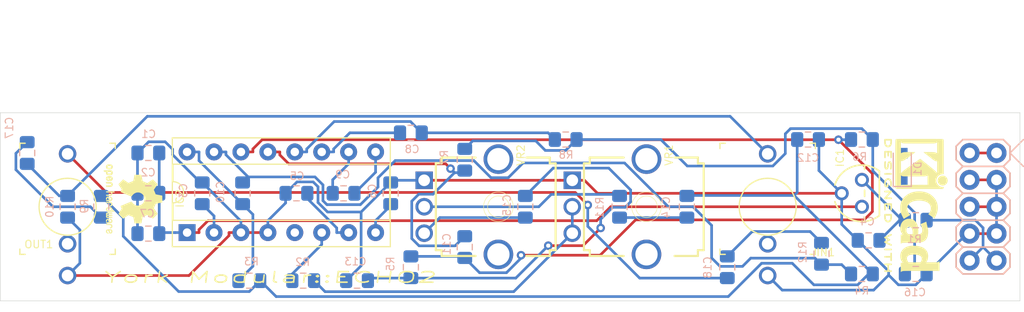
<source format=kicad_pcb>
(kicad_pcb (version 20171130) (host pcbnew 5.1.4-e60b266~84~ubuntu18.04.1)

  (general
    (thickness 1.6)
    (drawings 5)
    (tracks 259)
    (zones 0)
    (modules 40)
    (nets 32)
  )

  (page A4)
  (layers
    (0 Top signal)
    (31 Bottom signal)
    (32 B.Adhes user)
    (33 F.Adhes user)
    (34 B.Paste user)
    (35 F.Paste user)
    (36 B.SilkS user)
    (37 F.SilkS user)
    (38 B.Mask user)
    (39 F.Mask user)
    (40 Dwgs.User user hide)
    (41 Cmts.User user)
    (42 Eco1.User user)
    (43 Eco2.User user)
    (44 Edge.Cuts user)
    (45 Margin user)
    (46 B.CrtYd user)
    (47 F.CrtYd user)
    (48 B.Fab user)
    (49 F.Fab user)
  )

  (setup
    (last_trace_width 0.25)
    (trace_clearance 0.2)
    (zone_clearance 0.508)
    (zone_45_only no)
    (trace_min 0.2)
    (via_size 0.8)
    (via_drill 0.4)
    (via_min_size 0.4)
    (via_min_drill 0.3)
    (uvia_size 0.3)
    (uvia_drill 0.1)
    (uvias_allowed no)
    (uvia_min_size 0.2)
    (uvia_min_drill 0.1)
    (edge_width 0.05)
    (segment_width 0.2)
    (pcb_text_width 0.3)
    (pcb_text_size 1.5 1.5)
    (mod_edge_width 0.12)
    (mod_text_size 1 1)
    (mod_text_width 0.15)
    (pad_size 1.524 1.524)
    (pad_drill 0.762)
    (pad_to_mask_clearance 0.051)
    (solder_mask_min_width 0.25)
    (aux_axis_origin 0 0)
    (grid_origin 100.35 113.95)
    (visible_elements FFFFFF7F)
    (pcbplotparams
      (layerselection 0x010fc_ffffffff)
      (usegerberextensions true)
      (usegerberattributes false)
      (usegerberadvancedattributes false)
      (creategerberjobfile false)
      (excludeedgelayer true)
      (linewidth 0.100000)
      (plotframeref false)
      (viasonmask false)
      (mode 1)
      (useauxorigin true)
      (hpglpennumber 1)
      (hpglpenspeed 20)
      (hpglpendiameter 15.000000)
      (psnegative false)
      (psa4output false)
      (plotreference true)
      (plotvalue true)
      (plotinvisibletext false)
      (padsonsilk false)
      (subtractmaskfromsilk false)
      (outputformat 1)
      (mirror false)
      (drillshape 0)
      (scaleselection 1)
      (outputdirectory "gerbers/"))
  )

  (net 0 "")
  (net 1 GND)
  (net 2 +5V)
  (net 3 "Net-(C10-Pad2)")
  (net 4 /OUT)
  (net 5 "Net-(C11-Pad2)")
  (net 6 "Net-(C11-Pad1)")
  (net 7 "Net-(C8-Pad2)")
  (net 8 "Net-(C8-Pad1)")
  (net 9 "Net-(C9-Pad2)")
  (net 10 "Net-(C9-Pad1)")
  (net 11 "Net-(IC2-Pad5)")
  (net 12 "Net-(IC2-Pad6)")
  (net 13 "Net-(C6-Pad1)")
  (net 14 "Net-(C5-Pad1)")
  (net 15 "Net-(C3-Pad2)")
  (net 16 "Net-(R2-Pad1)")
  (net 17 "Net-(C4-Pad1)")
  (net 18 "Net-(C16-Pad2)")
  (net 19 "Net-(C13-Pad2)")
  (net 20 "Net-(C15-Pad2)")
  (net 21 "Net-(R11-Pad1)")
  (net 22 "Net-(C12-Pad1)")
  (net 23 "Net-(C14-Pad2)")
  (net 24 "Net-(C18-Pad1)")
  (net 25 "Net-(C17-Pad1)")
  (net 26 /IN)
  (net 27 /ECHO)
  (net 28 "Net-(POWER1-Pad10)")
  (net 29 "Net-(POWER1-Pad1)")
  (net 30 "Net-(IN1-PadP$2_SWITCH)")
  (net 31 "Net-(OUT1-PadP$2_SWITCH)")

  (net_class Default "This is the default net class."
    (clearance 0.2)
    (trace_width 0.25)
    (via_dia 0.8)
    (via_drill 0.4)
    (uvia_dia 0.3)
    (uvia_drill 0.1)
    (add_net +5V)
    (add_net /ECHO)
    (add_net /IN)
    (add_net /OUT)
    (add_net GND)
    (add_net "Net-(C10-Pad2)")
    (add_net "Net-(C11-Pad1)")
    (add_net "Net-(C11-Pad2)")
    (add_net "Net-(C12-Pad1)")
    (add_net "Net-(C13-Pad2)")
    (add_net "Net-(C14-Pad2)")
    (add_net "Net-(C15-Pad2)")
    (add_net "Net-(C16-Pad2)")
    (add_net "Net-(C17-Pad1)")
    (add_net "Net-(C18-Pad1)")
    (add_net "Net-(C3-Pad2)")
    (add_net "Net-(C4-Pad1)")
    (add_net "Net-(C5-Pad1)")
    (add_net "Net-(C6-Pad1)")
    (add_net "Net-(C8-Pad1)")
    (add_net "Net-(C8-Pad2)")
    (add_net "Net-(C9-Pad1)")
    (add_net "Net-(C9-Pad2)")
    (add_net "Net-(IC2-Pad5)")
    (add_net "Net-(IC2-Pad6)")
    (add_net "Net-(IN1-PadP$2_SWITCH)")
    (add_net "Net-(OUT1-PadP$2_SWITCH)")
    (add_net "Net-(POWER1-Pad1)")
    (add_net "Net-(POWER1-Pad10)")
    (add_net "Net-(R11-Pad1)")
    (add_net "Net-(R2-Pad1)")
  )

  (module Symbol:KiCad-Logo2_5mm_SilkScreen (layer Top) (tedit 0) (tstamp 5DA0410D)
    (at 186.79 104.87 270)
    (descr "KiCad Logo")
    (tags "Logo KiCad")
    (attr virtual)
    (fp_text reference REF** (at 0 -5.08 90) (layer F.SilkS) hide
      (effects (font (size 1 1) (thickness 0.15)))
    )
    (fp_text value KiCad-Logo2_5mm_SilkScreen (at 0 5.08 90) (layer F.Fab) hide
      (effects (font (size 1 1) (thickness 0.15)))
    )
    (fp_poly (pts (xy 6.228823 2.274533) (xy 6.260202 2.296776) (xy 6.287911 2.324485) (xy 6.287911 2.63392)
      (xy 6.287838 2.725799) (xy 6.287495 2.79784) (xy 6.286692 2.85278) (xy 6.285241 2.89336)
      (xy 6.282952 2.922317) (xy 6.279636 2.942391) (xy 6.275105 2.956321) (xy 6.269169 2.966845)
      (xy 6.264514 2.9731) (xy 6.233783 2.997673) (xy 6.198496 3.000341) (xy 6.166245 2.985271)
      (xy 6.155588 2.976374) (xy 6.148464 2.964557) (xy 6.144167 2.945526) (xy 6.141991 2.914992)
      (xy 6.141228 2.868662) (xy 6.141155 2.832871) (xy 6.141155 2.698045) (xy 5.644444 2.698045)
      (xy 5.644444 2.8207) (xy 5.643931 2.876787) (xy 5.641876 2.915333) (xy 5.637508 2.941361)
      (xy 5.630056 2.959897) (xy 5.621047 2.9731) (xy 5.590144 2.997604) (xy 5.555196 3.000506)
      (xy 5.521738 2.983089) (xy 5.512604 2.973959) (xy 5.506152 2.961855) (xy 5.501897 2.943001)
      (xy 5.499352 2.91362) (xy 5.498029 2.869937) (xy 5.497443 2.808175) (xy 5.497375 2.794)
      (xy 5.496891 2.677631) (xy 5.496641 2.581727) (xy 5.496723 2.504177) (xy 5.497231 2.442869)
      (xy 5.498262 2.39569) (xy 5.499913 2.36053) (xy 5.502279 2.335276) (xy 5.505457 2.317817)
      (xy 5.509544 2.306041) (xy 5.514634 2.297835) (xy 5.520266 2.291645) (xy 5.552128 2.271844)
      (xy 5.585357 2.274533) (xy 5.616735 2.296776) (xy 5.629433 2.311126) (xy 5.637526 2.326978)
      (xy 5.642042 2.349554) (xy 5.644006 2.384078) (xy 5.644444 2.435776) (xy 5.644444 2.551289)
      (xy 6.141155 2.551289) (xy 6.141155 2.432756) (xy 6.141662 2.378148) (xy 6.143698 2.341275)
      (xy 6.148035 2.317307) (xy 6.155447 2.301415) (xy 6.163733 2.291645) (xy 6.195594 2.271844)
      (xy 6.228823 2.274533)) (layer F.SilkS) (width 0.01))
    (fp_poly (pts (xy 4.963065 2.269163) (xy 5.041772 2.269542) (xy 5.102863 2.270333) (xy 5.148817 2.27167)
      (xy 5.182114 2.273683) (xy 5.205236 2.276506) (xy 5.220662 2.280269) (xy 5.230871 2.285105)
      (xy 5.235813 2.288822) (xy 5.261457 2.321358) (xy 5.264559 2.355138) (xy 5.248711 2.385826)
      (xy 5.238348 2.398089) (xy 5.227196 2.40645) (xy 5.211035 2.411657) (xy 5.185642 2.414457)
      (xy 5.146798 2.415596) (xy 5.09028 2.415821) (xy 5.07918 2.415822) (xy 4.933244 2.415822)
      (xy 4.933244 2.686756) (xy 4.933148 2.772154) (xy 4.932711 2.837864) (xy 4.931712 2.886774)
      (xy 4.929928 2.921773) (xy 4.927137 2.945749) (xy 4.923117 2.961593) (xy 4.917645 2.972191)
      (xy 4.910666 2.980267) (xy 4.877734 3.000112) (xy 4.843354 2.998548) (xy 4.812176 2.975906)
      (xy 4.809886 2.9731) (xy 4.802429 2.962492) (xy 4.796747 2.950081) (xy 4.792601 2.93285)
      (xy 4.78975 2.907784) (xy 4.787954 2.871867) (xy 4.786972 2.822083) (xy 4.786564 2.755417)
      (xy 4.786489 2.679589) (xy 4.786489 2.415822) (xy 4.647127 2.415822) (xy 4.587322 2.415418)
      (xy 4.545918 2.41384) (xy 4.518748 2.410547) (xy 4.501646 2.404992) (xy 4.490443 2.396631)
      (xy 4.489083 2.395178) (xy 4.472725 2.361939) (xy 4.474172 2.324362) (xy 4.492978 2.291645)
      (xy 4.50025 2.285298) (xy 4.509627 2.280266) (xy 4.523609 2.276396) (xy 4.544696 2.273537)
      (xy 4.575389 2.271535) (xy 4.618189 2.270239) (xy 4.675595 2.269498) (xy 4.75011 2.269158)
      (xy 4.844233 2.269068) (xy 4.86426 2.269067) (xy 4.963065 2.269163)) (layer F.SilkS) (width 0.01))
    (fp_poly (pts (xy 4.188614 2.275877) (xy 4.212327 2.290647) (xy 4.238978 2.312227) (xy 4.238978 2.633773)
      (xy 4.238893 2.72783) (xy 4.238529 2.801932) (xy 4.237724 2.858704) (xy 4.236313 2.900768)
      (xy 4.234133 2.930748) (xy 4.231021 2.951267) (xy 4.226814 2.964949) (xy 4.221348 2.974416)
      (xy 4.217472 2.979082) (xy 4.186034 2.999575) (xy 4.150233 2.998739) (xy 4.118873 2.981264)
      (xy 4.092222 2.959684) (xy 4.092222 2.312227) (xy 4.118873 2.290647) (xy 4.144594 2.274949)
      (xy 4.1656 2.269067) (xy 4.188614 2.275877)) (layer F.SilkS) (width 0.01))
    (fp_poly (pts (xy 3.744665 2.271034) (xy 3.764255 2.278035) (xy 3.76501 2.278377) (xy 3.791613 2.298678)
      (xy 3.80627 2.319561) (xy 3.809138 2.329352) (xy 3.808996 2.342361) (xy 3.804961 2.360895)
      (xy 3.796146 2.387257) (xy 3.781669 2.423752) (xy 3.760645 2.472687) (xy 3.732188 2.536365)
      (xy 3.695415 2.617093) (xy 3.675175 2.661216) (xy 3.638625 2.739985) (xy 3.604315 2.812423)
      (xy 3.573552 2.87588) (xy 3.547648 2.927708) (xy 3.52791 2.965259) (xy 3.51565 2.985884)
      (xy 3.513224 2.988733) (xy 3.482183 3.001302) (xy 3.447121 2.999619) (xy 3.419 2.984332)
      (xy 3.417854 2.983089) (xy 3.406668 2.966154) (xy 3.387904 2.93317) (xy 3.363875 2.88838)
      (xy 3.336897 2.836032) (xy 3.327201 2.816742) (xy 3.254014 2.67015) (xy 3.17424 2.829393)
      (xy 3.145767 2.884415) (xy 3.11935 2.932132) (xy 3.097148 2.968893) (xy 3.081319 2.991044)
      (xy 3.075954 2.995741) (xy 3.034257 3.002102) (xy 2.999849 2.988733) (xy 2.989728 2.974446)
      (xy 2.972214 2.942692) (xy 2.948735 2.896597) (xy 2.92072 2.839285) (xy 2.889599 2.77388)
      (xy 2.856799 2.703507) (xy 2.82375 2.631291) (xy 2.791881 2.560355) (xy 2.762619 2.493825)
      (xy 2.737395 2.434826) (xy 2.717636 2.386481) (xy 2.704772 2.351915) (xy 2.700231 2.334253)
      (xy 2.700277 2.333613) (xy 2.711326 2.311388) (xy 2.73341 2.288753) (xy 2.73471 2.287768)
      (xy 2.761853 2.272425) (xy 2.786958 2.272574) (xy 2.796368 2.275466) (xy 2.807834 2.281718)
      (xy 2.82001 2.294014) (xy 2.834357 2.314908) (xy 2.852336 2.346949) (xy 2.875407 2.392688)
      (xy 2.90503 2.454677) (xy 2.931745 2.511898) (xy 2.96248 2.578226) (xy 2.990021 2.637874)
      (xy 3.012938 2.687725) (xy 3.029798 2.724664) (xy 3.039173 2.745573) (xy 3.04054 2.748845)
      (xy 3.046689 2.743497) (xy 3.060822 2.721109) (xy 3.081057 2.684946) (xy 3.105515 2.638277)
      (xy 3.115248 2.619022) (xy 3.148217 2.554004) (xy 3.173643 2.506654) (xy 3.193612 2.474219)
      (xy 3.21021 2.453946) (xy 3.225524 2.443082) (xy 3.24164 2.438875) (xy 3.252143 2.4384)
      (xy 3.27067 2.440042) (xy 3.286904 2.446831) (xy 3.303035 2.461566) (xy 3.321251 2.487044)
      (xy 3.343739 2.526061) (xy 3.372689 2.581414) (xy 3.388662 2.612903) (xy 3.41457 2.663087)
      (xy 3.437167 2.704704) (xy 3.454458 2.734242) (xy 3.46445 2.748189) (xy 3.465809 2.74877)
      (xy 3.472261 2.737793) (xy 3.486708 2.70929) (xy 3.507703 2.666244) (xy 3.533797 2.611638)
      (xy 3.563546 2.548454) (xy 3.57818 2.517071) (xy 3.61625 2.436078) (xy 3.646905 2.373756)
      (xy 3.671737 2.328071) (xy 3.692337 2.296989) (xy 3.710298 2.278478) (xy 3.72721 2.270504)
      (xy 3.744665 2.271034)) (layer F.SilkS) (width 0.01))
    (fp_poly (pts (xy 1.018309 2.269275) (xy 1.147288 2.273636) (xy 1.256991 2.286861) (xy 1.349226 2.309741)
      (xy 1.425802 2.34307) (xy 1.488527 2.387638) (xy 1.539212 2.444236) (xy 1.579663 2.513658)
      (xy 1.580459 2.515351) (xy 1.604601 2.577483) (xy 1.613203 2.632509) (xy 1.606231 2.687887)
      (xy 1.583654 2.751073) (xy 1.579372 2.760689) (xy 1.550172 2.816966) (xy 1.517356 2.860451)
      (xy 1.475002 2.897417) (xy 1.41719 2.934135) (xy 1.413831 2.936052) (xy 1.363504 2.960227)
      (xy 1.306621 2.978282) (xy 1.239527 2.990839) (xy 1.158565 2.998522) (xy 1.060082 3.001953)
      (xy 1.025286 3.002251) (xy 0.859594 3.002845) (xy 0.836197 2.9731) (xy 0.829257 2.963319)
      (xy 0.823842 2.951897) (xy 0.819765 2.936095) (xy 0.816837 2.913175) (xy 0.814867 2.880396)
      (xy 0.814225 2.856089) (xy 0.970844 2.856089) (xy 1.064726 2.856089) (xy 1.119664 2.854483)
      (xy 1.17606 2.850255) (xy 1.222345 2.844292) (xy 1.225139 2.84379) (xy 1.307348 2.821736)
      (xy 1.371114 2.7886) (xy 1.418452 2.742847) (xy 1.451382 2.682939) (xy 1.457108 2.667061)
      (xy 1.462721 2.642333) (xy 1.460291 2.617902) (xy 1.448467 2.5854) (xy 1.44134 2.569434)
      (xy 1.418 2.527006) (xy 1.38988 2.49724) (xy 1.35894 2.476511) (xy 1.296966 2.449537)
      (xy 1.217651 2.429998) (xy 1.125253 2.418746) (xy 1.058333 2.41627) (xy 0.970844 2.415822)
      (xy 0.970844 2.856089) (xy 0.814225 2.856089) (xy 0.813668 2.835021) (xy 0.81305 2.774311)
      (xy 0.812825 2.695526) (xy 0.8128 2.63392) (xy 0.8128 2.324485) (xy 0.840509 2.296776)
      (xy 0.852806 2.285544) (xy 0.866103 2.277853) (xy 0.884672 2.27304) (xy 0.912786 2.270446)
      (xy 0.954717 2.26941) (xy 1.014737 2.26927) (xy 1.018309 2.269275)) (layer F.SilkS) (width 0.01))
    (fp_poly (pts (xy 0.230343 2.26926) (xy 0.306701 2.270174) (xy 0.365217 2.272311) (xy 0.408255 2.276175)
      (xy 0.438183 2.282267) (xy 0.457368 2.29109) (xy 0.468176 2.303146) (xy 0.472973 2.318939)
      (xy 0.474127 2.33897) (xy 0.474133 2.341335) (xy 0.473131 2.363992) (xy 0.468396 2.381503)
      (xy 0.457333 2.394574) (xy 0.437348 2.403913) (xy 0.405846 2.410227) (xy 0.360232 2.414222)
      (xy 0.297913 2.416606) (xy 0.216293 2.418086) (xy 0.191277 2.418414) (xy -0.0508 2.421467)
      (xy -0.054186 2.486378) (xy -0.057571 2.551289) (xy 0.110576 2.551289) (xy 0.176266 2.551531)
      (xy 0.223172 2.552556) (xy 0.255083 2.554811) (xy 0.275791 2.558742) (xy 0.289084 2.564798)
      (xy 0.298755 2.573424) (xy 0.298817 2.573493) (xy 0.316356 2.607112) (xy 0.315722 2.643448)
      (xy 0.297314 2.674423) (xy 0.293671 2.677607) (xy 0.280741 2.685812) (xy 0.263024 2.691521)
      (xy 0.23657 2.695162) (xy 0.197432 2.697167) (xy 0.141662 2.697964) (xy 0.105994 2.698045)
      (xy -0.056445 2.698045) (xy -0.056445 2.856089) (xy 0.190161 2.856089) (xy 0.27158 2.856231)
      (xy 0.33341 2.856814) (xy 0.378637 2.858068) (xy 0.410248 2.860227) (xy 0.431231 2.863523)
      (xy 0.444573 2.868189) (xy 0.453261 2.874457) (xy 0.45545 2.876733) (xy 0.471614 2.90828)
      (xy 0.472797 2.944168) (xy 0.459536 2.975285) (xy 0.449043 2.985271) (xy 0.438129 2.990769)
      (xy 0.421217 2.995022) (xy 0.395633 2.99818) (xy 0.358701 3.000392) (xy 0.307746 3.001806)
      (xy 0.240094 3.002572) (xy 0.153069 3.002838) (xy 0.133394 3.002845) (xy 0.044911 3.002787)
      (xy -0.023773 3.002467) (xy -0.075436 3.001667) (xy -0.112855 3.000167) (xy -0.13881 2.997749)
      (xy -0.156078 2.994194) (xy -0.167438 2.989282) (xy -0.175668 2.982795) (xy -0.180183 2.978138)
      (xy -0.186979 2.969889) (xy -0.192288 2.959669) (xy -0.196294 2.9448) (xy -0.199179 2.922602)
      (xy -0.201126 2.890393) (xy -0.202319 2.845496) (xy -0.202939 2.785228) (xy -0.203171 2.706911)
      (xy -0.2032 2.640994) (xy -0.203129 2.548628) (xy -0.202792 2.476117) (xy -0.202002 2.420737)
      (xy -0.200574 2.379765) (xy -0.198321 2.350478) (xy -0.195057 2.330153) (xy -0.190596 2.316066)
      (xy -0.184752 2.305495) (xy -0.179803 2.298811) (xy -0.156406 2.269067) (xy 0.133774 2.269067)
      (xy 0.230343 2.26926)) (layer F.SilkS) (width 0.01))
    (fp_poly (pts (xy -1.300114 2.273448) (xy -1.276548 2.287273) (xy -1.245735 2.309881) (xy -1.206078 2.342338)
      (xy -1.15598 2.385708) (xy -1.093843 2.441058) (xy -1.018072 2.509451) (xy -0.931334 2.588084)
      (xy -0.750711 2.751878) (xy -0.745067 2.532029) (xy -0.743029 2.456351) (xy -0.741063 2.399994)
      (xy -0.738734 2.359706) (xy -0.735606 2.332235) (xy -0.731245 2.314329) (xy -0.725216 2.302737)
      (xy -0.717084 2.294208) (xy -0.712772 2.290623) (xy -0.678241 2.27167) (xy -0.645383 2.274441)
      (xy -0.619318 2.290633) (xy -0.592667 2.312199) (xy -0.589352 2.627151) (xy -0.588435 2.719779)
      (xy -0.587968 2.792544) (xy -0.588113 2.848161) (xy -0.589032 2.889342) (xy -0.590887 2.918803)
      (xy -0.593839 2.939255) (xy -0.59805 2.953413) (xy -0.603682 2.963991) (xy -0.609927 2.972474)
      (xy -0.623439 2.988207) (xy -0.636883 2.998636) (xy -0.652124 3.002639) (xy -0.671026 2.999094)
      (xy -0.695455 2.986879) (xy -0.727273 2.964871) (xy -0.768348 2.931949) (xy -0.820542 2.886991)
      (xy -0.885722 2.828875) (xy -0.959556 2.762099) (xy -1.224845 2.521458) (xy -1.230489 2.740589)
      (xy -1.232531 2.816128) (xy -1.234502 2.872354) (xy -1.236839 2.912524) (xy -1.239981 2.939896)
      (xy -1.244364 2.957728) (xy -1.250424 2.969279) (xy -1.2586 2.977807) (xy -1.262784 2.981282)
      (xy -1.299765 3.000372) (xy -1.334708 2.997493) (xy -1.365136 2.9731) (xy -1.372097 2.963286)
      (xy -1.377523 2.951826) (xy -1.381603 2.935968) (xy -1.384529 2.912963) (xy -1.386492 2.880062)
      (xy -1.387683 2.834516) (xy -1.388292 2.773573) (xy -1.388511 2.694486) (xy -1.388534 2.635956)
      (xy -1.38846 2.544407) (xy -1.388113 2.472687) (xy -1.387301 2.418045) (xy -1.385833 2.377732)
      (xy -1.383519 2.348998) (xy -1.380167 2.329093) (xy -1.375588 2.315268) (xy -1.369589 2.304772)
      (xy -1.365136 2.298811) (xy -1.35385 2.284691) (xy -1.343301 2.274029) (xy -1.331893 2.267892)
      (xy -1.31803 2.267343) (xy -1.300114 2.273448)) (layer F.SilkS) (width 0.01))
    (fp_poly (pts (xy -1.950081 2.274599) (xy -1.881565 2.286095) (xy -1.828943 2.303967) (xy -1.794708 2.327499)
      (xy -1.785379 2.340924) (xy -1.775893 2.372148) (xy -1.782277 2.400395) (xy -1.80243 2.427182)
      (xy -1.833745 2.439713) (xy -1.879183 2.438696) (xy -1.914326 2.431906) (xy -1.992419 2.418971)
      (xy -2.072226 2.417742) (xy -2.161555 2.428241) (xy -2.186229 2.43269) (xy -2.269291 2.456108)
      (xy -2.334273 2.490945) (xy -2.380461 2.536604) (xy -2.407145 2.592494) (xy -2.412663 2.621388)
      (xy -2.409051 2.680012) (xy -2.385729 2.731879) (xy -2.344824 2.775978) (xy -2.288459 2.811299)
      (xy -2.21876 2.836829) (xy -2.137852 2.851559) (xy -2.04786 2.854478) (xy -1.95091 2.844575)
      (xy -1.945436 2.843641) (xy -1.906875 2.836459) (xy -1.885494 2.829521) (xy -1.876227 2.819227)
      (xy -1.874006 2.801976) (xy -1.873956 2.792841) (xy -1.873956 2.754489) (xy -1.942431 2.754489)
      (xy -2.0029 2.750347) (xy -2.044165 2.737147) (xy -2.068175 2.71373) (xy -2.076877 2.678936)
      (xy -2.076983 2.674394) (xy -2.071892 2.644654) (xy -2.054433 2.623419) (xy -2.021939 2.609366)
      (xy -1.971743 2.601173) (xy -1.923123 2.598161) (xy -1.852456 2.596433) (xy -1.801198 2.59907)
      (xy -1.766239 2.6088) (xy -1.74447 2.628353) (xy -1.73278 2.660456) (xy -1.72806 2.707838)
      (xy -1.7272 2.770071) (xy -1.728609 2.839535) (xy -1.732848 2.886786) (xy -1.739936 2.912012)
      (xy -1.741311 2.913988) (xy -1.780228 2.945508) (xy -1.837286 2.97047) (xy -1.908869 2.98834)
      (xy -1.991358 2.998586) (xy -2.081139 3.000673) (xy -2.174592 2.994068) (xy -2.229556 2.985956)
      (xy -2.315766 2.961554) (xy -2.395892 2.921662) (xy -2.462977 2.869887) (xy -2.473173 2.859539)
      (xy -2.506302 2.816035) (xy -2.536194 2.762118) (xy -2.559357 2.705592) (xy -2.572298 2.654259)
      (xy -2.573858 2.634544) (xy -2.567218 2.593419) (xy -2.549568 2.542252) (xy -2.524297 2.488394)
      (xy -2.494789 2.439195) (xy -2.468719 2.406334) (xy -2.407765 2.357452) (xy -2.328969 2.318545)
      (xy -2.235157 2.290494) (xy -2.12915 2.274179) (xy -2.032 2.270192) (xy -1.950081 2.274599)) (layer F.SilkS) (width 0.01))
    (fp_poly (pts (xy -2.923822 2.291645) (xy -2.917242 2.299218) (xy -2.912079 2.308987) (xy -2.908164 2.323571)
      (xy -2.905324 2.345585) (xy -2.903387 2.377648) (xy -2.902183 2.422375) (xy -2.901539 2.482385)
      (xy -2.901284 2.560294) (xy -2.901245 2.635956) (xy -2.901314 2.729802) (xy -2.901638 2.803689)
      (xy -2.902386 2.860232) (xy -2.903732 2.902049) (xy -2.905846 2.931757) (xy -2.9089 2.951973)
      (xy -2.913066 2.965314) (xy -2.918516 2.974398) (xy -2.923822 2.980267) (xy -2.956826 2.999947)
      (xy -2.991991 2.998181) (xy -3.023455 2.976717) (xy -3.030684 2.968337) (xy -3.036334 2.958614)
      (xy -3.040599 2.944861) (xy -3.043673 2.924389) (xy -3.045752 2.894512) (xy -3.04703 2.852541)
      (xy -3.047701 2.795789) (xy -3.047959 2.721567) (xy -3.048 2.637537) (xy -3.048 2.324485)
      (xy -3.020291 2.296776) (xy -2.986137 2.273463) (xy -2.953006 2.272623) (xy -2.923822 2.291645)) (layer F.SilkS) (width 0.01))
    (fp_poly (pts (xy -3.691703 2.270351) (xy -3.616888 2.275581) (xy -3.547306 2.28375) (xy -3.487002 2.29455)
      (xy -3.44002 2.307673) (xy -3.410406 2.322813) (xy -3.40586 2.327269) (xy -3.390054 2.36185)
      (xy -3.394847 2.397351) (xy -3.419364 2.427725) (xy -3.420534 2.428596) (xy -3.434954 2.437954)
      (xy -3.450008 2.442876) (xy -3.471005 2.443473) (xy -3.503257 2.439861) (xy -3.552073 2.432154)
      (xy -3.556 2.431505) (xy -3.628739 2.422569) (xy -3.707217 2.418161) (xy -3.785927 2.418119)
      (xy -3.859361 2.422279) (xy -3.922011 2.430479) (xy -3.96837 2.442557) (xy -3.971416 2.443771)
      (xy -4.005048 2.462615) (xy -4.016864 2.481685) (xy -4.007614 2.500439) (xy -3.978047 2.518337)
      (xy -3.928911 2.534837) (xy -3.860957 2.549396) (xy -3.815645 2.556406) (xy -3.721456 2.569889)
      (xy -3.646544 2.582214) (xy -3.587717 2.594449) (xy -3.541785 2.607661) (xy -3.505555 2.622917)
      (xy -3.475838 2.641285) (xy -3.449442 2.663831) (xy -3.42823 2.685971) (xy -3.403065 2.716819)
      (xy -3.390681 2.743345) (xy -3.386808 2.776026) (xy -3.386667 2.787995) (xy -3.389576 2.827712)
      (xy -3.401202 2.857259) (xy -3.421323 2.883486) (xy -3.462216 2.923576) (xy -3.507817 2.954149)
      (xy -3.561513 2.976203) (xy -3.626692 2.990735) (xy -3.706744 2.998741) (xy -3.805057 3.001218)
      (xy -3.821289 3.001177) (xy -3.886849 2.999818) (xy -3.951866 2.99673) (xy -4.009252 2.992356)
      (xy -4.051922 2.98714) (xy -4.055372 2.986541) (xy -4.097796 2.976491) (xy -4.13378 2.963796)
      (xy -4.15415 2.95219) (xy -4.173107 2.921572) (xy -4.174427 2.885918) (xy -4.158085 2.854144)
      (xy -4.154429 2.850551) (xy -4.139315 2.839876) (xy -4.120415 2.835276) (xy -4.091162 2.836059)
      (xy -4.055651 2.840127) (xy -4.01597 2.843762) (xy -3.960345 2.846828) (xy -3.895406 2.849053)
      (xy -3.827785 2.850164) (xy -3.81 2.850237) (xy -3.742128 2.849964) (xy -3.692454 2.848646)
      (xy -3.65661 2.845827) (xy -3.630224 2.84105) (xy -3.608926 2.833857) (xy -3.596126 2.827867)
      (xy -3.568 2.811233) (xy -3.550068 2.796168) (xy -3.547447 2.791897) (xy -3.552976 2.774263)
      (xy -3.57926 2.757192) (xy -3.624478 2.741458) (xy -3.686808 2.727838) (xy -3.705171 2.724804)
      (xy -3.80109 2.709738) (xy -3.877641 2.697146) (xy -3.93778 2.686111) (xy -3.98446 2.67572)
      (xy -4.020637 2.665056) (xy -4.049265 2.653205) (xy -4.073298 2.639251) (xy -4.095692 2.622281)
      (xy -4.119402 2.601378) (xy -4.12738 2.594049) (xy -4.155353 2.566699) (xy -4.17016 2.545029)
      (xy -4.175952 2.520232) (xy -4.176889 2.488983) (xy -4.166575 2.427705) (xy -4.135752 2.37564)
      (xy -4.084595 2.332958) (xy -4.013283 2.299825) (xy -3.9624 2.284964) (xy -3.9071 2.275366)
      (xy -3.840853 2.269936) (xy -3.767706 2.268367) (xy -3.691703 2.270351)) (layer F.SilkS) (width 0.01))
    (fp_poly (pts (xy -4.712794 2.269146) (xy -4.643386 2.269518) (xy -4.590997 2.270385) (xy -4.552847 2.271946)
      (xy -4.526159 2.274403) (xy -4.508153 2.277957) (xy -4.496049 2.28281) (xy -4.487069 2.289161)
      (xy -4.483818 2.292084) (xy -4.464043 2.323142) (xy -4.460482 2.358828) (xy -4.473491 2.39051)
      (xy -4.479506 2.396913) (xy -4.489235 2.403121) (xy -4.504901 2.40791) (xy -4.529408 2.411514)
      (xy -4.565661 2.414164) (xy -4.616565 2.416095) (xy -4.685026 2.417539) (xy -4.747617 2.418418)
      (xy -4.995334 2.421467) (xy -4.998719 2.486378) (xy -5.002105 2.551289) (xy -4.833958 2.551289)
      (xy -4.760959 2.551919) (xy -4.707517 2.554553) (xy -4.670628 2.560309) (xy -4.647288 2.570304)
      (xy -4.634494 2.585656) (xy -4.629242 2.607482) (xy -4.628445 2.627738) (xy -4.630923 2.652592)
      (xy -4.640277 2.670906) (xy -4.659383 2.683637) (xy -4.691118 2.691741) (xy -4.738359 2.696176)
      (xy -4.803983 2.697899) (xy -4.839801 2.698045) (xy -5.000978 2.698045) (xy -5.000978 2.856089)
      (xy -4.752622 2.856089) (xy -4.671213 2.856202) (xy -4.609342 2.856712) (xy -4.563968 2.85787)
      (xy -4.532054 2.85993) (xy -4.510559 2.863146) (xy -4.496443 2.867772) (xy -4.486668 2.874059)
      (xy -4.481689 2.878667) (xy -4.46461 2.90556) (xy -4.459111 2.929467) (xy -4.466963 2.958667)
      (xy -4.481689 2.980267) (xy -4.489546 2.987066) (xy -4.499688 2.992346) (xy -4.514844 2.996298)
      (xy -4.537741 2.999113) (xy -4.571109 3.000982) (xy -4.617675 3.002098) (xy -4.680167 3.002651)
      (xy -4.761314 3.002833) (xy -4.803422 3.002845) (xy -4.893598 3.002765) (xy -4.963924 3.002398)
      (xy -5.017129 3.001552) (xy -5.05594 3.000036) (xy -5.083087 2.997659) (xy -5.101298 2.994229)
      (xy -5.1133 2.989554) (xy -5.121822 2.983444) (xy -5.125156 2.980267) (xy -5.131755 2.97267)
      (xy -5.136927 2.96287) (xy -5.140846 2.948239) (xy -5.143684 2.926152) (xy -5.145615 2.893982)
      (xy -5.146812 2.849103) (xy -5.147448 2.788889) (xy -5.147697 2.710713) (xy -5.147734 2.637923)
      (xy -5.1477 2.544707) (xy -5.147465 2.471431) (xy -5.14683 2.415458) (xy -5.145594 2.374151)
      (xy -5.143556 2.344872) (xy -5.140517 2.324984) (xy -5.136277 2.31185) (xy -5.130635 2.302832)
      (xy -5.123391 2.295293) (xy -5.121606 2.293612) (xy -5.112945 2.286172) (xy -5.102882 2.280409)
      (xy -5.088625 2.276112) (xy -5.067383 2.273064) (xy -5.036364 2.271051) (xy -4.992777 2.26986)
      (xy -4.933831 2.269275) (xy -4.856734 2.269083) (xy -4.802001 2.269067) (xy -4.712794 2.269146)) (layer F.SilkS) (width 0.01))
    (fp_poly (pts (xy -6.121371 2.269066) (xy -6.081889 2.269467) (xy -5.9662 2.272259) (xy -5.869311 2.28055)
      (xy -5.787919 2.295232) (xy -5.718723 2.317193) (xy -5.65842 2.347322) (xy -5.603708 2.38651)
      (xy -5.584167 2.403532) (xy -5.55175 2.443363) (xy -5.52252 2.497413) (xy -5.499991 2.557323)
      (xy -5.487679 2.614739) (xy -5.4864 2.635956) (xy -5.494417 2.694769) (xy -5.515899 2.759013)
      (xy -5.546999 2.819821) (xy -5.583866 2.86833) (xy -5.589854 2.874182) (xy -5.640579 2.915321)
      (xy -5.696125 2.947435) (xy -5.759696 2.971365) (xy -5.834494 2.987953) (xy -5.923722 2.998041)
      (xy -6.030582 3.002469) (xy -6.079528 3.002845) (xy -6.141762 3.002545) (xy -6.185528 3.001292)
      (xy -6.214931 2.998554) (xy -6.234079 2.993801) (xy -6.247077 2.986501) (xy -6.254045 2.980267)
      (xy -6.260626 2.972694) (xy -6.265788 2.962924) (xy -6.269703 2.94834) (xy -6.272543 2.926326)
      (xy -6.27448 2.894264) (xy -6.275684 2.849536) (xy -6.276328 2.789526) (xy -6.276583 2.711617)
      (xy -6.276622 2.635956) (xy -6.27687 2.535041) (xy -6.276817 2.454427) (xy -6.275857 2.415822)
      (xy -6.129867 2.415822) (xy -6.129867 2.856089) (xy -6.036734 2.856004) (xy -5.980693 2.854396)
      (xy -5.921999 2.850256) (xy -5.873028 2.844464) (xy -5.871538 2.844226) (xy -5.792392 2.82509)
      (xy -5.731002 2.795287) (xy -5.684305 2.752878) (xy -5.654635 2.706961) (xy -5.636353 2.656026)
      (xy -5.637771 2.6082) (xy -5.658988 2.556933) (xy -5.700489 2.503899) (xy -5.757998 2.4646)
      (xy -5.83275 2.438331) (xy -5.882708 2.429035) (xy -5.939416 2.422507) (xy -5.999519 2.417782)
      (xy -6.050639 2.415817) (xy -6.053667 2.415808) (xy -6.129867 2.415822) (xy -6.275857 2.415822)
      (xy -6.27526 2.391851) (xy -6.270998 2.345055) (xy -6.26283 2.311778) (xy -6.249556 2.289759)
      (xy -6.229974 2.276739) (xy -6.202883 2.270457) (xy -6.167082 2.268653) (xy -6.121371 2.269066)) (layer F.SilkS) (width 0.01))
    (fp_poly (pts (xy -2.273043 -2.973429) (xy -2.176768 -2.949191) (xy -2.090184 -2.906359) (xy -2.015373 -2.846581)
      (xy -1.954418 -2.771506) (xy -1.909399 -2.68278) (xy -1.883136 -2.58647) (xy -1.877286 -2.489205)
      (xy -1.89214 -2.395346) (xy -1.92584 -2.307489) (xy -1.976528 -2.22823) (xy -2.042345 -2.160164)
      (xy -2.121434 -2.105888) (xy -2.211934 -2.067998) (xy -2.2632 -2.055574) (xy -2.307698 -2.048053)
      (xy -2.341999 -2.045081) (xy -2.37496 -2.046906) (xy -2.415434 -2.053775) (xy -2.448531 -2.06075)
      (xy -2.541947 -2.092259) (xy -2.625619 -2.143383) (xy -2.697665 -2.212571) (xy -2.7562 -2.298272)
      (xy -2.770148 -2.325511) (xy -2.786586 -2.361878) (xy -2.796894 -2.392418) (xy -2.80246 -2.42455)
      (xy -2.804669 -2.465693) (xy -2.804948 -2.511778) (xy -2.800861 -2.596135) (xy -2.787446 -2.665414)
      (xy -2.762256 -2.726039) (xy -2.722846 -2.784433) (xy -2.684298 -2.828698) (xy -2.612406 -2.894516)
      (xy -2.537313 -2.939947) (xy -2.454562 -2.96715) (xy -2.376928 -2.977424) (xy -2.273043 -2.973429)) (layer F.SilkS) (width 0.01))
    (fp_poly (pts (xy 6.186507 -0.527755) (xy 6.186526 -0.293338) (xy 6.186552 -0.080397) (xy 6.186625 0.112168)
      (xy 6.186782 0.285459) (xy 6.187064 0.440576) (xy 6.187509 0.57862) (xy 6.188156 0.700692)
      (xy 6.189045 0.807894) (xy 6.190213 0.901326) (xy 6.191701 0.98209) (xy 6.193546 1.051286)
      (xy 6.195789 1.110015) (xy 6.198469 1.159379) (xy 6.201623 1.200478) (xy 6.205292 1.234413)
      (xy 6.209513 1.262286) (xy 6.214327 1.285198) (xy 6.219773 1.304249) (xy 6.225888 1.32054)
      (xy 6.232712 1.335173) (xy 6.240285 1.349249) (xy 6.248645 1.363868) (xy 6.253839 1.372974)
      (xy 6.288104 1.433689) (xy 5.429955 1.433689) (xy 5.429955 1.337733) (xy 5.429224 1.29437)
      (xy 5.427272 1.261205) (xy 5.424463 1.243424) (xy 5.423221 1.241778) (xy 5.411799 1.248662)
      (xy 5.389084 1.266505) (xy 5.366385 1.285879) (xy 5.3118 1.326614) (xy 5.242321 1.367617)
      (xy 5.16527 1.405123) (xy 5.087965 1.435364) (xy 5.057113 1.445012) (xy 4.988616 1.459578)
      (xy 4.905764 1.469539) (xy 4.816371 1.474583) (xy 4.728248 1.474396) (xy 4.649207 1.468666)
      (xy 4.611511 1.462858) (xy 4.473414 1.424797) (xy 4.346113 1.367073) (xy 4.230292 1.290211)
      (xy 4.126637 1.194739) (xy 4.035833 1.081179) (xy 3.969031 0.970381) (xy 3.914164 0.853625)
      (xy 3.872163 0.734276) (xy 3.842167 0.608283) (xy 3.823311 0.471594) (xy 3.814732 0.320158)
      (xy 3.814006 0.242711) (xy 3.8161 0.185934) (xy 4.645217 0.185934) (xy 4.645424 0.279002)
      (xy 4.648337 0.366692) (xy 4.654 0.443772) (xy 4.662455 0.505009) (xy 4.665038 0.51735)
      (xy 4.69684 0.624633) (xy 4.738498 0.711658) (xy 4.790363 0.778642) (xy 4.852781 0.825805)
      (xy 4.9261 0.853365) (xy 5.010669 0.861541) (xy 5.106835 0.850551) (xy 5.170311 0.834829)
      (xy 5.219454 0.816639) (xy 5.273583 0.790791) (xy 5.314244 0.767089) (xy 5.3848 0.720721)
      (xy 5.3848 -0.42947) (xy 5.317392 -0.473038) (xy 5.238867 -0.51396) (xy 5.154681 -0.540611)
      (xy 5.069557 -0.552535) (xy 4.988216 -0.549278) (xy 4.91538 -0.530385) (xy 4.883426 -0.514816)
      (xy 4.825501 -0.471819) (xy 4.776544 -0.415047) (xy 4.73539 -0.342425) (xy 4.700874 -0.251879)
      (xy 4.671833 -0.141334) (xy 4.670552 -0.135467) (xy 4.660381 -0.073212) (xy 4.652739 0.004594)
      (xy 4.64767 0.09272) (xy 4.645217 0.185934) (xy 3.8161 0.185934) (xy 3.821857 0.029895)
      (xy 3.843802 -0.165941) (xy 3.879786 -0.344668) (xy 3.929759 -0.506155) (xy 3.993668 -0.650274)
      (xy 4.071462 -0.776894) (xy 4.163089 -0.885885) (xy 4.268497 -0.977117) (xy 4.313662 -1.008068)
      (xy 4.414611 -1.064215) (xy 4.517901 -1.103826) (xy 4.627989 -1.127986) (xy 4.74933 -1.137781)
      (xy 4.841836 -1.136735) (xy 4.97149 -1.125769) (xy 5.084084 -1.103954) (xy 5.182875 -1.070286)
      (xy 5.271121 -1.023764) (xy 5.319986 -0.989552) (xy 5.349353 -0.967638) (xy 5.371043 -0.952667)
      (xy 5.379253 -0.948267) (xy 5.380868 -0.959096) (xy 5.382159 -0.989749) (xy 5.383138 -1.037474)
      (xy 5.383817 -1.099521) (xy 5.38421 -1.173138) (xy 5.38433 -1.255573) (xy 5.384188 -1.344075)
      (xy 5.383797 -1.435893) (xy 5.383171 -1.528276) (xy 5.38232 -1.618472) (xy 5.38126 -1.703729)
      (xy 5.380001 -1.781297) (xy 5.378556 -1.848424) (xy 5.376938 -1.902359) (xy 5.375161 -1.94035)
      (xy 5.374669 -1.947333) (xy 5.367092 -2.017749) (xy 5.355531 -2.072898) (xy 5.337792 -2.120019)
      (xy 5.311682 -2.166353) (xy 5.305415 -2.175933) (xy 5.280983 -2.212622) (xy 6.186311 -2.212622)
      (xy 6.186507 -0.527755)) (layer F.SilkS) (width 0.01))
    (fp_poly (pts (xy 2.673574 -1.133448) (xy 2.825492 -1.113433) (xy 2.960756 -1.079798) (xy 3.080239 -1.032275)
      (xy 3.184815 -0.970595) (xy 3.262424 -0.907035) (xy 3.331265 -0.832901) (xy 3.385006 -0.753129)
      (xy 3.42791 -0.660909) (xy 3.443384 -0.617839) (xy 3.456244 -0.578858) (xy 3.467446 -0.542711)
      (xy 3.47712 -0.507566) (xy 3.485396 -0.47159) (xy 3.492403 -0.43295) (xy 3.498272 -0.389815)
      (xy 3.503131 -0.340351) (xy 3.50711 -0.282727) (xy 3.51034 -0.215109) (xy 3.512949 -0.135666)
      (xy 3.515067 -0.042564) (xy 3.516824 0.066027) (xy 3.518349 0.191942) (xy 3.519772 0.337012)
      (xy 3.521025 0.479778) (xy 3.522351 0.635968) (xy 3.523556 0.771239) (xy 3.524766 0.887246)
      (xy 3.526106 0.985645) (xy 3.5277 1.068093) (xy 3.529675 1.136246) (xy 3.532156 1.19176)
      (xy 3.535269 1.236292) (xy 3.539138 1.271498) (xy 3.543889 1.299034) (xy 3.549648 1.320556)
      (xy 3.556539 1.337722) (xy 3.564689 1.352186) (xy 3.574223 1.365606) (xy 3.585266 1.379638)
      (xy 3.589566 1.385071) (xy 3.605386 1.40791) (xy 3.612422 1.423463) (xy 3.612444 1.423922)
      (xy 3.601567 1.426121) (xy 3.570582 1.428147) (xy 3.521957 1.429942) (xy 3.458163 1.431451)
      (xy 3.381669 1.432616) (xy 3.294944 1.43338) (xy 3.200457 1.433686) (xy 3.18955 1.433689)
      (xy 2.766657 1.433689) (xy 2.763395 1.337622) (xy 2.760133 1.241556) (xy 2.698044 1.292543)
      (xy 2.600714 1.360057) (xy 2.490813 1.414749) (xy 2.404349 1.444978) (xy 2.335278 1.459666)
      (xy 2.251925 1.469659) (xy 2.162159 1.474646) (xy 2.073845 1.474313) (xy 1.994851 1.468351)
      (xy 1.958622 1.462638) (xy 1.818603 1.424776) (xy 1.692178 1.369932) (xy 1.58026 1.298924)
      (xy 1.483762 1.212568) (xy 1.4036 1.111679) (xy 1.340687 0.997076) (xy 1.296312 0.870984)
      (xy 1.283978 0.814401) (xy 1.276368 0.752202) (xy 1.272739 0.677363) (xy 1.272245 0.643467)
      (xy 1.27231 0.640282) (xy 2.032248 0.640282) (xy 2.041541 0.715333) (xy 2.069728 0.77916)
      (xy 2.118197 0.834798) (xy 2.123254 0.839211) (xy 2.171548 0.874037) (xy 2.223257 0.89662)
      (xy 2.283989 0.90854) (xy 2.359352 0.911383) (xy 2.377459 0.910978) (xy 2.431278 0.908325)
      (xy 2.471308 0.902909) (xy 2.506324 0.892745) (xy 2.545103 0.87585) (xy 2.555745 0.870672)
      (xy 2.616396 0.834844) (xy 2.663215 0.792212) (xy 2.675952 0.776973) (xy 2.720622 0.720462)
      (xy 2.720622 0.524586) (xy 2.720086 0.445939) (xy 2.718396 0.387988) (xy 2.715428 0.348875)
      (xy 2.711057 0.326741) (xy 2.706972 0.320274) (xy 2.691047 0.317111) (xy 2.657264 0.314488)
      (xy 2.61034 0.312655) (xy 2.554993 0.311857) (xy 2.546106 0.311842) (xy 2.42533 0.317096)
      (xy 2.32266 0.333263) (xy 2.236106 0.360961) (xy 2.163681 0.400808) (xy 2.108751 0.447758)
      (xy 2.064204 0.505645) (xy 2.03948 0.568693) (xy 2.032248 0.640282) (xy 1.27231 0.640282)
      (xy 1.274178 0.549712) (xy 1.282522 0.470812) (xy 1.298768 0.39959) (xy 1.324405 0.328864)
      (xy 1.348401 0.276493) (xy 1.40702 0.181196) (xy 1.485117 0.09317) (xy 1.580315 0.014017)
      (xy 1.690238 -0.05466) (xy 1.81251 -0.111259) (xy 1.944755 -0.154179) (xy 2.009422 -0.169118)
      (xy 2.145604 -0.191223) (xy 2.294049 -0.205806) (xy 2.445505 -0.212187) (xy 2.572064 -0.210555)
      (xy 2.73395 -0.203776) (xy 2.72653 -0.262755) (xy 2.707238 -0.361908) (xy 2.676104 -0.442628)
      (xy 2.632269 -0.505534) (xy 2.574871 -0.551244) (xy 2.503048 -0.580378) (xy 2.415941 -0.593553)
      (xy 2.312686 -0.591389) (xy 2.274711 -0.587388) (xy 2.13352 -0.56222) (xy 1.996707 -0.521186)
      (xy 1.902178 -0.483185) (xy 1.857018 -0.46381) (xy 1.818585 -0.44824) (xy 1.792234 -0.438595)
      (xy 1.784546 -0.436548) (xy 1.774802 -0.445626) (xy 1.758083 -0.474595) (xy 1.734232 -0.523783)
      (xy 1.703093 -0.593516) (xy 1.664507 -0.684121) (xy 1.65791 -0.699911) (xy 1.627853 -0.772228)
      (xy 1.600874 -0.837575) (xy 1.578136 -0.893094) (xy 1.560806 -0.935928) (xy 1.550048 -0.963219)
      (xy 1.546941 -0.972058) (xy 1.55694 -0.976813) (xy 1.583217 -0.98209) (xy 1.611489 -0.985769)
      (xy 1.641646 -0.990526) (xy 1.689433 -0.999972) (xy 1.750612 -1.01318) (xy 1.820946 -1.029224)
      (xy 1.896194 -1.04718) (xy 1.924755 -1.054203) (xy 2.029816 -1.079791) (xy 2.11748 -1.099853)
      (xy 2.192068 -1.115031) (xy 2.257903 -1.125965) (xy 2.319307 -1.133296) (xy 2.380602 -1.137665)
      (xy 2.44611 -1.139713) (xy 2.504128 -1.140111) (xy 2.673574 -1.133448)) (layer F.SilkS) (width 0.01))
    (fp_poly (pts (xy 0.328429 -2.050929) (xy 0.48857 -2.029755) (xy 0.65251 -1.989615) (xy 0.822313 -1.930111)
      (xy 1.000043 -1.850846) (xy 1.01131 -1.845301) (xy 1.069005 -1.817275) (xy 1.120552 -1.793198)
      (xy 1.162191 -1.774751) (xy 1.190162 -1.763614) (xy 1.199733 -1.761067) (xy 1.21895 -1.756059)
      (xy 1.223561 -1.751853) (xy 1.218458 -1.74142) (xy 1.202418 -1.715132) (xy 1.177288 -1.675743)
      (xy 1.144914 -1.626009) (xy 1.107143 -1.568685) (xy 1.065822 -1.506524) (xy 1.022798 -1.442282)
      (xy 0.979917 -1.378715) (xy 0.939026 -1.318575) (xy 0.901971 -1.26462) (xy 0.8706 -1.219603)
      (xy 0.846759 -1.186279) (xy 0.832294 -1.167403) (xy 0.830309 -1.165213) (xy 0.820191 -1.169862)
      (xy 0.79785 -1.187038) (xy 0.76728 -1.21356) (xy 0.751536 -1.228036) (xy 0.655047 -1.303318)
      (xy 0.548336 -1.358759) (xy 0.432832 -1.393859) (xy 0.309962 -1.40812) (xy 0.240561 -1.406949)
      (xy 0.119423 -1.389788) (xy 0.010205 -1.353906) (xy -0.087418 -1.299041) (xy -0.173772 -1.22493)
      (xy -0.249185 -1.131312) (xy -0.313982 -1.017924) (xy -0.351399 -0.931333) (xy -0.395252 -0.795634)
      (xy -0.427572 -0.64815) (xy -0.448443 -0.492686) (xy -0.457949 -0.333044) (xy -0.456173 -0.173027)
      (xy -0.443197 -0.016439) (xy -0.419106 0.132918) (xy -0.383982 0.27124) (xy -0.337908 0.394724)
      (xy -0.321627 0.428978) (xy -0.25338 0.543064) (xy -0.172921 0.639557) (xy -0.08143 0.71767)
      (xy 0.019911 0.776617) (xy 0.12992 0.815612) (xy 0.247415 0.833868) (xy 0.288883 0.835211)
      (xy 0.410441 0.82429) (xy 0.530878 0.791474) (xy 0.648666 0.737439) (xy 0.762277 0.662865)
      (xy 0.853685 0.584539) (xy 0.900215 0.540008) (xy 1.081483 0.837271) (xy 1.12658 0.911433)
      (xy 1.167819 0.979646) (xy 1.203735 1.039459) (xy 1.232866 1.08842) (xy 1.25375 1.124079)
      (xy 1.264924 1.143984) (xy 1.266375 1.147079) (xy 1.258146 1.156718) (xy 1.232567 1.173999)
      (xy 1.192873 1.197283) (xy 1.142297 1.224934) (xy 1.084074 1.255315) (xy 1.021437 1.28679)
      (xy 0.957621 1.317722) (xy 0.89586 1.346473) (xy 0.839388 1.371408) (xy 0.791438 1.390889)
      (xy 0.767986 1.399318) (xy 0.634221 1.437133) (xy 0.496327 1.462136) (xy 0.348622 1.47514)
      (xy 0.221833 1.477468) (xy 0.153878 1.476373) (xy 0.088277 1.474275) (xy 0.030847 1.471434)
      (xy -0.012597 1.468106) (xy -0.026702 1.466422) (xy -0.165716 1.437587) (xy -0.307243 1.392468)
      (xy -0.444725 1.33375) (xy -0.571606 1.26412) (xy -0.649111 1.211441) (xy -0.776519 1.103239)
      (xy -0.894822 0.976671) (xy -1.001828 0.834866) (xy -1.095348 0.680951) (xy -1.17319 0.518053)
      (xy -1.217044 0.400756) (xy -1.267292 0.217128) (xy -1.300791 0.022581) (xy -1.317551 -0.178675)
      (xy -1.317584 -0.382432) (xy -1.300899 -0.584479) (xy -1.267507 -0.780608) (xy -1.21742 -0.966609)
      (xy -1.213603 -0.978197) (xy -1.150719 -1.14025) (xy -1.073972 -1.288168) (xy -0.980758 -1.426135)
      (xy -0.868473 -1.558339) (xy -0.824608 -1.603601) (xy -0.688466 -1.727543) (xy -0.548509 -1.830085)
      (xy -0.402589 -1.912344) (xy -0.248558 -1.975436) (xy -0.084268 -2.020477) (xy 0.011289 -2.037967)
      (xy 0.170023 -2.053534) (xy 0.328429 -2.050929)) (layer F.SilkS) (width 0.01))
    (fp_poly (pts (xy -2.9464 -2.510946) (xy -2.935535 -2.397007) (xy -2.903918 -2.289384) (xy -2.853015 -2.190385)
      (xy -2.784293 -2.102316) (xy -2.699219 -2.027484) (xy -2.602232 -1.969616) (xy -2.495964 -1.929995)
      (xy -2.38895 -1.911427) (xy -2.2833 -1.912566) (xy -2.181125 -1.93207) (xy -2.084534 -1.968594)
      (xy -1.995638 -2.020795) (xy -1.916546 -2.087327) (xy -1.849369 -2.166848) (xy -1.796217 -2.258013)
      (xy -1.759199 -2.359477) (xy -1.740427 -2.469898) (xy -1.738489 -2.519794) (xy -1.738489 -2.607733)
      (xy -1.68656 -2.607733) (xy -1.650253 -2.604889) (xy -1.623355 -2.593089) (xy -1.596249 -2.569351)
      (xy -1.557867 -2.530969) (xy -1.557867 -0.339398) (xy -1.557876 -0.077261) (xy -1.557908 0.163241)
      (xy -1.557972 0.383048) (xy -1.558076 0.583101) (xy -1.558227 0.764344) (xy -1.558434 0.927716)
      (xy -1.558706 1.07416) (xy -1.55905 1.204617) (xy -1.559474 1.320029) (xy -1.559987 1.421338)
      (xy -1.560597 1.509484) (xy -1.561312 1.58541) (xy -1.56214 1.650057) (xy -1.563089 1.704367)
      (xy -1.564167 1.74928) (xy -1.565383 1.78574) (xy -1.566745 1.814687) (xy -1.568261 1.837063)
      (xy -1.569938 1.853809) (xy -1.571786 1.865868) (xy -1.573813 1.87418) (xy -1.576025 1.879687)
      (xy -1.577108 1.881537) (xy -1.581271 1.888549) (xy -1.584805 1.894996) (xy -1.588635 1.9009)
      (xy -1.593682 1.906286) (xy -1.600871 1.911178) (xy -1.611123 1.915598) (xy -1.625364 1.919572)
      (xy -1.644514 1.923121) (xy -1.669499 1.92627) (xy -1.70124 1.929042) (xy -1.740662 1.931461)
      (xy -1.788686 1.933551) (xy -1.846237 1.935335) (xy -1.914237 1.936837) (xy -1.99361 1.93808)
      (xy -2.085279 1.939089) (xy -2.190166 1.939885) (xy -2.309196 1.940494) (xy -2.44329 1.940939)
      (xy -2.593373 1.941243) (xy -2.760367 1.94143) (xy -2.945196 1.941524) (xy -3.148783 1.941548)
      (xy -3.37205 1.941525) (xy -3.615922 1.94148) (xy -3.881321 1.941437) (xy -3.919704 1.941432)
      (xy -4.186682 1.941389) (xy -4.432002 1.941318) (xy -4.656583 1.941213) (xy -4.861345 1.941066)
      (xy -5.047206 1.940869) (xy -5.215088 1.940616) (xy -5.365908 1.9403) (xy -5.500587 1.939913)
      (xy -5.620044 1.939447) (xy -5.725199 1.938897) (xy -5.816971 1.938253) (xy -5.896279 1.937511)
      (xy -5.964043 1.936661) (xy -6.021182 1.935697) (xy -6.068617 1.934611) (xy -6.107266 1.933397)
      (xy -6.138049 1.932047) (xy -6.161885 1.930555) (xy -6.179694 1.928911) (xy -6.192395 1.927111)
      (xy -6.200908 1.925145) (xy -6.205266 1.923477) (xy -6.213728 1.919906) (xy -6.221497 1.91727)
      (xy -6.228602 1.914634) (xy -6.235073 1.911062) (xy -6.240939 1.905621) (xy -6.246229 1.897375)
      (xy -6.250974 1.88539) (xy -6.255202 1.868731) (xy -6.258943 1.846463) (xy -6.262227 1.817652)
      (xy -6.265083 1.781363) (xy -6.26754 1.736661) (xy -6.269629 1.682611) (xy -6.271378 1.618279)
      (xy -6.272817 1.54273) (xy -6.273976 1.45503) (xy -6.274883 1.354243) (xy -6.275569 1.239434)
      (xy -6.276063 1.10967) (xy -6.276395 0.964015) (xy -6.276593 0.801535) (xy -6.276687 0.621295)
      (xy -6.276708 0.42236) (xy -6.276685 0.203796) (xy -6.276646 -0.035332) (xy -6.276622 -0.29596)
      (xy -6.276622 -0.338111) (xy -6.276636 -0.601008) (xy -6.276661 -0.842268) (xy -6.276671 -1.062835)
      (xy -6.276642 -1.263648) (xy -6.276548 -1.445651) (xy -6.276362 -1.609784) (xy -6.276059 -1.756989)
      (xy -6.275614 -1.888208) (xy -6.275034 -1.998133) (xy -5.972197 -1.998133) (xy -5.932407 -1.940289)
      (xy -5.921236 -1.924521) (xy -5.911166 -1.910559) (xy -5.902138 -1.897216) (xy -5.894097 -1.883307)
      (xy -5.886986 -1.867644) (xy -5.880747 -1.849042) (xy -5.875325 -1.826314) (xy -5.870662 -1.798273)
      (xy -5.866701 -1.763733) (xy -5.863385 -1.721508) (xy -5.860659 -1.670411) (xy -5.858464 -1.609256)
      (xy -5.856745 -1.536856) (xy -5.855444 -1.452025) (xy -5.854505 -1.353578) (xy -5.85387 -1.240326)
      (xy -5.853484 -1.111084) (xy -5.853288 -0.964666) (xy -5.853227 -0.799884) (xy -5.853243 -0.615553)
      (xy -5.85328 -0.410487) (xy -5.853289 -0.287867) (xy -5.853265 -0.070918) (xy -5.853231 0.124642)
      (xy -5.853243 0.299999) (xy -5.853358 0.456341) (xy -5.85363 0.594857) (xy -5.854118 0.716734)
      (xy -5.854876 0.82316) (xy -5.855962 0.915322) (xy -5.857431 0.994409) (xy -5.85934 1.061608)
      (xy -5.861744 1.118107) (xy -5.864701 1.165093) (xy -5.868266 1.203755) (xy -5.872495 1.23528)
      (xy -5.877446 1.260855) (xy -5.883173 1.28167) (xy -5.889733 1.298911) (xy -5.897183 1.313765)
      (xy -5.905579 1.327422) (xy -5.914976 1.341069) (xy -5.925432 1.355893) (xy -5.931523 1.364783)
      (xy -5.970296 1.4224) (xy -5.438732 1.4224) (xy -5.315483 1.422365) (xy -5.212987 1.422215)
      (xy -5.12942 1.421878) (xy -5.062956 1.421286) (xy -5.011771 1.420367) (xy -4.974041 1.419051)
      (xy -4.94794 1.417269) (xy -4.931644 1.414951) (xy -4.923328 1.412026) (xy -4.921168 1.408424)
      (xy -4.923339 1.404075) (xy -4.924535 1.402645) (xy -4.949685 1.365573) (xy -4.975583 1.312772)
      (xy -4.999192 1.25077) (xy -5.007461 1.224357) (xy -5.012078 1.206416) (xy -5.015979 1.185355)
      (xy -5.019248 1.159089) (xy -5.021966 1.125532) (xy -5.024215 1.082599) (xy -5.026077 1.028204)
      (xy -5.027636 0.960262) (xy -5.028972 0.876688) (xy -5.030169 0.775395) (xy -5.031308 0.6543)
      (xy -5.031685 0.6096) (xy -5.032702 0.484449) (xy -5.03346 0.380082) (xy -5.033903 0.294707)
      (xy -5.03397 0.226533) (xy -5.033605 0.173765) (xy -5.032748 0.134614) (xy -5.031341 0.107285)
      (xy -5.029325 0.089986) (xy -5.026643 0.080926) (xy -5.023236 0.078312) (xy -5.019044 0.080351)
      (xy -5.014571 0.084667) (xy -5.004216 0.097602) (xy -4.982158 0.126676) (xy -4.949957 0.169759)
      (xy -4.909174 0.224718) (xy -4.86137 0.289423) (xy -4.808105 0.361742) (xy -4.75094 0.439544)
      (xy -4.691437 0.520698) (xy -4.631155 0.603072) (xy -4.571655 0.684536) (xy -4.514498 0.762957)
      (xy -4.461245 0.836204) (xy -4.413457 0.902147) (xy -4.372693 0.958654) (xy -4.340516 1.003593)
      (xy -4.318485 1.034834) (xy -4.313917 1.041466) (xy -4.290996 1.078369) (xy -4.264188 1.126359)
      (xy -4.238789 1.175897) (xy -4.235568 1.182577) (xy -4.21389 1.230772) (xy -4.201304 1.268334)
      (xy -4.195574 1.30416) (xy -4.194456 1.3462) (xy -4.19509 1.4224) (xy -3.040651 1.4224)
      (xy -3.131815 1.328669) (xy -3.178612 1.278775) (xy -3.228899 1.222295) (xy -3.274944 1.168026)
      (xy -3.295369 1.142673) (xy -3.325807 1.103128) (xy -3.365862 1.049916) (xy -3.414361 0.984667)
      (xy -3.470135 0.909011) (xy -3.532011 0.824577) (xy -3.598819 0.732994) (xy -3.669387 0.635892)
      (xy -3.742545 0.534901) (xy -3.817121 0.43165) (xy -3.891944 0.327768) (xy -3.965843 0.224885)
      (xy -4.037646 0.124631) (xy -4.106184 0.028636) (xy -4.170284 -0.061473) (xy -4.228775 -0.144064)
      (xy -4.280486 -0.217508) (xy -4.324247 -0.280176) (xy -4.358885 -0.330439) (xy -4.38323 -0.366666)
      (xy -4.396111 -0.387229) (xy -4.397869 -0.391332) (xy -4.38991 -0.402658) (xy -4.369115 -0.429838)
      (xy -4.336847 -0.471171) (xy -4.29447 -0.524956) (xy -4.243347 -0.589494) (xy -4.184841 -0.663082)
      (xy -4.120314 -0.744022) (xy -4.051131 -0.830612) (xy -3.978653 -0.921152) (xy -3.904246 -1.01394)
      (xy -3.844517 -1.088298) (xy -2.833511 -1.088298) (xy -2.827602 -1.075341) (xy -2.813272 -1.053092)
      (xy -2.812225 -1.051609) (xy -2.793438 -1.021456) (xy -2.773791 -0.984625) (xy -2.769892 -0.976489)
      (xy -2.766356 -0.96806) (xy -2.76323 -0.957941) (xy -2.760486 -0.94474) (xy -2.758092 -0.927062)
      (xy -2.756019 -0.903516) (xy -2.754235 -0.872707) (xy -2.752712 -0.833243) (xy -2.751419 -0.783731)
      (xy -2.750326 -0.722777) (xy -2.749403 -0.648989) (xy -2.748619 -0.560972) (xy -2.747945 -0.457335)
      (xy -2.74735 -0.336684) (xy -2.746805 -0.197626) (xy -2.746279 -0.038768) (xy -2.745745 0.140089)
      (xy -2.745206 0.325207) (xy -2.744772 0.489145) (xy -2.744509 0.633303) (xy -2.744484 0.759079)
      (xy -2.744765 0.867871) (xy -2.745419 0.961077) (xy -2.746514 1.040097) (xy -2.748118 1.106328)
      (xy -2.750297 1.16117) (xy -2.753119 1.206021) (xy -2.756651 1.242278) (xy -2.760961 1.271341)
      (xy -2.766117 1.294609) (xy -2.772185 1.313479) (xy -2.779233 1.329351) (xy -2.787329 1.343622)
      (xy -2.79654 1.357691) (xy -2.80504 1.370158) (xy -2.822176 1.396452) (xy -2.832322 1.414037)
      (xy -2.833511 1.417257) (xy -2.822604 1.418334) (xy -2.791411 1.419335) (xy -2.742223 1.420235)
      (xy -2.677333 1.42101) (xy -2.59903 1.421637) (xy -2.509607 1.422091) (xy -2.411356 1.422349)
      (xy -2.342445 1.4224) (xy -2.237452 1.42218) (xy -2.14061 1.421548) (xy -2.054107 1.420549)
      (xy -1.980132 1.419227) (xy -1.920874 1.417626) (xy -1.87852 1.415791) (xy -1.85526 1.413765)
      (xy -1.851378 1.412493) (xy -1.859076 1.397591) (xy -1.867074 1.38956) (xy -1.880246 1.372434)
      (xy -1.897485 1.342183) (xy -1.909407 1.317622) (xy -1.936045 1.258711) (xy -1.93912 0.081845)
      (xy -1.942195 -1.095022) (xy -2.387853 -1.095022) (xy -2.48567 -1.094858) (xy -2.576064 -1.094389)
      (xy -2.65663 -1.093653) (xy -2.724962 -1.092684) (xy -2.778656 -1.09152) (xy -2.815305 -1.090197)
      (xy -2.832504 -1.088751) (xy -2.833511 -1.088298) (xy -3.844517 -1.088298) (xy -3.82927 -1.107278)
      (xy -3.75509 -1.199463) (xy -3.683069 -1.288796) (xy -3.614569 -1.373576) (xy -3.550955 -1.452102)
      (xy -3.493588 -1.522674) (xy -3.443833 -1.583591) (xy -3.403052 -1.633153) (xy -3.385888 -1.653822)
      (xy -3.299596 -1.754484) (xy -3.222997 -1.837741) (xy -3.154183 -1.905562) (xy -3.091248 -1.959911)
      (xy -3.081867 -1.967278) (xy -3.042356 -1.997883) (xy -4.174116 -1.998133) (xy -4.168827 -1.950156)
      (xy -4.17213 -1.892812) (xy -4.193661 -1.824537) (xy -4.233635 -1.744788) (xy -4.278943 -1.672505)
      (xy -4.295161 -1.64986) (xy -4.323214 -1.612304) (xy -4.36143 -1.561979) (xy -4.408137 -1.501027)
      (xy -4.461661 -1.431589) (xy -4.520331 -1.355806) (xy -4.582475 -1.27582) (xy -4.646421 -1.193772)
      (xy -4.710495 -1.111804) (xy -4.773027 -1.032057) (xy -4.832343 -0.956673) (xy -4.886771 -0.887793)
      (xy -4.934639 -0.827558) (xy -4.974275 -0.778111) (xy -5.004006 -0.741592) (xy -5.022161 -0.720142)
      (xy -5.02522 -0.716844) (xy -5.028079 -0.724851) (xy -5.030293 -0.755145) (xy -5.031857 -0.807444)
      (xy -5.032767 -0.881469) (xy -5.03302 -0.976937) (xy -5.032613 -1.093566) (xy -5.031704 -1.213555)
      (xy -5.030382 -1.345667) (xy -5.028857 -1.457406) (xy -5.026881 -1.550975) (xy -5.024206 -1.628581)
      (xy -5.020582 -1.692426) (xy -5.015761 -1.744717) (xy -5.009494 -1.787656) (xy -5.001532 -1.823449)
      (xy -4.991627 -1.8543) (xy -4.979531 -1.882414) (xy -4.964993 -1.909995) (xy -4.950311 -1.935034)
      (xy -4.912314 -1.998133) (xy -5.972197 -1.998133) (xy -6.275034 -1.998133) (xy -6.275001 -2.004383)
      (xy -6.274195 -2.106456) (xy -6.27317 -2.195367) (xy -6.2719 -2.272059) (xy -6.27036 -2.337473)
      (xy -6.268524 -2.392551) (xy -6.266367 -2.438235) (xy -6.263863 -2.475466) (xy -6.260987 -2.505187)
      (xy -6.257713 -2.528338) (xy -6.254015 -2.545861) (xy -6.249869 -2.558699) (xy -6.245247 -2.567792)
      (xy -6.240126 -2.574082) (xy -6.234478 -2.578512) (xy -6.228279 -2.582022) (xy -6.221504 -2.585555)
      (xy -6.215508 -2.589124) (xy -6.210275 -2.5917) (xy -6.202099 -2.594028) (xy -6.189886 -2.596122)
      (xy -6.172541 -2.597993) (xy -6.148969 -2.599653) (xy -6.118077 -2.601116) (xy -6.078768 -2.602392)
      (xy -6.02995 -2.603496) (xy -5.970527 -2.604439) (xy -5.899404 -2.605233) (xy -5.815488 -2.605891)
      (xy -5.717683 -2.606425) (xy -5.604894 -2.606847) (xy -5.476029 -2.607171) (xy -5.329991 -2.607408)
      (xy -5.165686 -2.60757) (xy -4.98202 -2.60767) (xy -4.777897 -2.60772) (xy -4.566753 -2.607733)
      (xy -2.9464 -2.607733) (xy -2.9464 -2.510946)) (layer F.SilkS) (width 0.01))
  )

  (module Symbol:OSHW-Logo2_7.3x6mm_SilkScreen (layer Top) (tedit 0) (tstamp 5DA03C98)
    (at 112.93 104.27 270)
    (descr "Open Source Hardware Symbol")
    (tags "Logo Symbol OSHW")
    (attr virtual)
    (fp_text reference REF** (at 0 0 90) (layer F.SilkS) hide
      (effects (font (size 1 1) (thickness 0.15)))
    )
    (fp_text value OSHW-Logo2_7.3x6mm_SilkScreen (at 0.75 0 90) (layer F.Fab) hide
      (effects (font (size 1 1) (thickness 0.15)))
    )
    (fp_poly (pts (xy 0.10391 -2.757652) (xy 0.182454 -2.757222) (xy 0.239298 -2.756058) (xy 0.278105 -2.753793)
      (xy 0.302538 -2.75006) (xy 0.316262 -2.744494) (xy 0.32294 -2.736727) (xy 0.326236 -2.726395)
      (xy 0.326556 -2.725057) (xy 0.331562 -2.700921) (xy 0.340829 -2.653299) (xy 0.353392 -2.587259)
      (xy 0.368287 -2.507872) (xy 0.384551 -2.420204) (xy 0.385119 -2.417125) (xy 0.40141 -2.331211)
      (xy 0.416652 -2.255304) (xy 0.429861 -2.193955) (xy 0.440054 -2.151718) (xy 0.446248 -2.133145)
      (xy 0.446543 -2.132816) (xy 0.464788 -2.123747) (xy 0.502405 -2.108633) (xy 0.551271 -2.090738)
      (xy 0.551543 -2.090642) (xy 0.613093 -2.067507) (xy 0.685657 -2.038035) (xy 0.754057 -2.008403)
      (xy 0.757294 -2.006938) (xy 0.868702 -1.956374) (xy 1.115399 -2.12484) (xy 1.191077 -2.176197)
      (xy 1.259631 -2.222111) (xy 1.317088 -2.25997) (xy 1.359476 -2.287163) (xy 1.382825 -2.301079)
      (xy 1.385042 -2.302111) (xy 1.40201 -2.297516) (xy 1.433701 -2.275345) (xy 1.481352 -2.234553)
      (xy 1.546198 -2.174095) (xy 1.612397 -2.109773) (xy 1.676214 -2.046388) (xy 1.733329 -1.988549)
      (xy 1.780305 -1.939825) (xy 1.813703 -1.90379) (xy 1.830085 -1.884016) (xy 1.830694 -1.882998)
      (xy 1.832505 -1.869428) (xy 1.825683 -1.847267) (xy 1.80854 -1.813522) (xy 1.779393 -1.7652)
      (xy 1.736555 -1.699308) (xy 1.679448 -1.614483) (xy 1.628766 -1.539823) (xy 1.583461 -1.47286)
      (xy 1.54615 -1.417484) (xy 1.519452 -1.37758) (xy 1.505985 -1.357038) (xy 1.505137 -1.355644)
      (xy 1.506781 -1.335962) (xy 1.519245 -1.297707) (xy 1.540048 -1.248111) (xy 1.547462 -1.232272)
      (xy 1.579814 -1.16171) (xy 1.614328 -1.081647) (xy 1.642365 -1.012371) (xy 1.662568 -0.960955)
      (xy 1.678615 -0.921881) (xy 1.687888 -0.901459) (xy 1.689041 -0.899886) (xy 1.706096 -0.897279)
      (xy 1.746298 -0.890137) (xy 1.804302 -0.879477) (xy 1.874763 -0.866315) (xy 1.952335 -0.851667)
      (xy 2.031672 -0.836551) (xy 2.107431 -0.821982) (xy 2.174264 -0.808978) (xy 2.226828 -0.798555)
      (xy 2.259776 -0.79173) (xy 2.267857 -0.789801) (xy 2.276205 -0.785038) (xy 2.282506 -0.774282)
      (xy 2.287045 -0.753902) (xy 2.290104 -0.720266) (xy 2.291967 -0.669745) (xy 2.292918 -0.598708)
      (xy 2.29324 -0.503524) (xy 2.293257 -0.464508) (xy 2.293257 -0.147201) (xy 2.217057 -0.132161)
      (xy 2.174663 -0.124005) (xy 2.1114 -0.112101) (xy 2.034962 -0.097884) (xy 1.953043 -0.08279)
      (xy 1.9304 -0.078645) (xy 1.854806 -0.063947) (xy 1.788953 -0.049495) (xy 1.738366 -0.036625)
      (xy 1.708574 -0.026678) (xy 1.703612 -0.023713) (xy 1.691426 -0.002717) (xy 1.673953 0.037967)
      (xy 1.654577 0.090322) (xy 1.650734 0.1016) (xy 1.625339 0.171523) (xy 1.593817 0.250418)
      (xy 1.562969 0.321266) (xy 1.562817 0.321595) (xy 1.511447 0.432733) (xy 1.680399 0.681253)
      (xy 1.849352 0.929772) (xy 1.632429 1.147058) (xy 1.566819 1.211726) (xy 1.506979 1.268733)
      (xy 1.456267 1.315033) (xy 1.418046 1.347584) (xy 1.395675 1.363343) (xy 1.392466 1.364343)
      (xy 1.373626 1.356469) (xy 1.33518 1.334578) (xy 1.28133 1.301267) (xy 1.216276 1.259131)
      (xy 1.14594 1.211943) (xy 1.074555 1.16381) (xy 1.010908 1.121928) (xy 0.959041 1.088871)
      (xy 0.922995 1.067218) (xy 0.906867 1.059543) (xy 0.887189 1.066037) (xy 0.849875 1.08315)
      (xy 0.802621 1.107326) (xy 0.797612 1.110013) (xy 0.733977 1.141927) (xy 0.690341 1.157579)
      (xy 0.663202 1.157745) (xy 0.649057 1.143204) (xy 0.648975 1.143) (xy 0.641905 1.125779)
      (xy 0.625042 1.084899) (xy 0.599695 1.023525) (xy 0.567171 0.944819) (xy 0.528778 0.851947)
      (xy 0.485822 0.748072) (xy 0.444222 0.647502) (xy 0.398504 0.536516) (xy 0.356526 0.433703)
      (xy 0.319548 0.342215) (xy 0.288827 0.265201) (xy 0.265622 0.205815) (xy 0.25119 0.167209)
      (xy 0.246743 0.1528) (xy 0.257896 0.136272) (xy 0.287069 0.10993) (xy 0.325971 0.080887)
      (xy 0.436757 -0.010961) (xy 0.523351 -0.116241) (xy 0.584716 -0.232734) (xy 0.619815 -0.358224)
      (xy 0.627608 -0.490493) (xy 0.621943 -0.551543) (xy 0.591078 -0.678205) (xy 0.53792 -0.790059)
      (xy 0.465767 -0.885999) (xy 0.377917 -0.964924) (xy 0.277665 -1.02573) (xy 0.16831 -1.067313)
      (xy 0.053147 -1.088572) (xy -0.064525 -1.088401) (xy -0.18141 -1.065699) (xy -0.294211 -1.019362)
      (xy -0.399631 -0.948287) (xy -0.443632 -0.908089) (xy -0.528021 -0.804871) (xy -0.586778 -0.692075)
      (xy -0.620296 -0.57299) (xy -0.628965 -0.450905) (xy -0.613177 -0.329107) (xy -0.573322 -0.210884)
      (xy -0.509793 -0.099525) (xy -0.422979 0.001684) (xy -0.325971 0.080887) (xy -0.285563 0.111162)
      (xy -0.257018 0.137219) (xy -0.246743 0.152825) (xy -0.252123 0.169843) (xy -0.267425 0.2105)
      (xy -0.291388 0.271642) (xy -0.322756 0.350119) (xy -0.360268 0.44278) (xy -0.402667 0.546472)
      (xy -0.444337 0.647526) (xy -0.49031 0.758607) (xy -0.532893 0.861541) (xy -0.570779 0.953165)
      (xy -0.60266 1.030316) (xy -0.627229 1.089831) (xy -0.64318 1.128544) (xy -0.64909 1.143)
      (xy -0.663052 1.157685) (xy -0.69006 1.157642) (xy -0.733587 1.142099) (xy -0.79711 1.110284)
      (xy -0.797612 1.110013) (xy -0.84544 1.085323) (xy -0.884103 1.067338) (xy -0.905905 1.059614)
      (xy -0.906867 1.059543) (xy -0.923279 1.067378) (xy -0.959513 1.089165) (xy -1.011526 1.122328)
      (xy -1.075275 1.164291) (xy -1.14594 1.211943) (xy -1.217884 1.260191) (xy -1.282726 1.302151)
      (xy -1.336265 1.335227) (xy -1.374303 1.356821) (xy -1.392467 1.364343) (xy -1.409192 1.354457)
      (xy -1.44282 1.326826) (xy -1.48999 1.284495) (xy -1.547342 1.230505) (xy -1.611516 1.167899)
      (xy -1.632503 1.146983) (xy -1.849501 0.929623) (xy -1.684332 0.68722) (xy -1.634136 0.612781)
      (xy -1.590081 0.545972) (xy -1.554638 0.490665) (xy -1.530281 0.450729) (xy -1.519478 0.430036)
      (xy -1.519162 0.428563) (xy -1.524857 0.409058) (xy -1.540174 0.369822) (xy -1.562463 0.31743)
      (xy -1.578107 0.282355) (xy -1.607359 0.215201) (xy -1.634906 0.147358) (xy -1.656263 0.090034)
      (xy -1.662065 0.072572) (xy -1.678548 0.025938) (xy -1.69466 -0.010095) (xy -1.70351 -0.023713)
      (xy -1.72304 -0.032048) (xy -1.765666 -0.043863) (xy -1.825855 -0.057819) (xy -1.898078 -0.072578)
      (xy -1.9304 -0.078645) (xy -2.012478 -0.093727) (xy -2.091205 -0.108331) (xy -2.158891 -0.12102)
      (xy -2.20784 -0.130358) (xy -2.217057 -0.132161) (xy -2.293257 -0.147201) (xy -2.293257 -0.464508)
      (xy -2.293086 -0.568846) (xy -2.292384 -0.647787) (xy -2.290866 -0.704962) (xy -2.288251 -0.744001)
      (xy -2.284254 -0.768535) (xy -2.278591 -0.782195) (xy -2.27098 -0.788611) (xy -2.267857 -0.789801)
      (xy -2.249022 -0.79402) (xy -2.207412 -0.802438) (xy -2.14837 -0.814039) (xy -2.077243 -0.827805)
      (xy -1.999375 -0.84272) (xy -1.920113 -0.857768) (xy -1.844802 -0.871931) (xy -1.778787 -0.884194)
      (xy -1.727413 -0.893539) (xy -1.696025 -0.89895) (xy -1.689041 -0.899886) (xy -1.682715 -0.912404)
      (xy -1.66871 -0.945754) (xy -1.649645 -0.993623) (xy -1.642366 -1.012371) (xy -1.613004 -1.084805)
      (xy -1.578429 -1.16483) (xy -1.547463 -1.232272) (xy -1.524677 -1.283841) (xy -1.509518 -1.326215)
      (xy -1.504458 -1.352166) (xy -1.505264 -1.355644) (xy -1.515959 -1.372064) (xy -1.54038 -1.408583)
      (xy -1.575905 -1.461313) (xy -1.619913 -1.526365) (xy -1.669783 -1.599849) (xy -1.679644 -1.614355)
      (xy -1.737508 -1.700296) (xy -1.780044 -1.765739) (xy -1.808946 -1.813696) (xy -1.82591 -1.84718)
      (xy -1.832633 -1.869205) (xy -1.83081 -1.882783) (xy -1.830764 -1.882869) (xy -1.816414 -1.900703)
      (xy -1.784677 -1.935183) (xy -1.73899 -1.982732) (xy -1.682796 -2.039778) (xy -1.619532 -2.102745)
      (xy -1.612398 -2.109773) (xy -1.53267 -2.18698) (xy -1.471143 -2.24367) (xy -1.426579 -2.28089)
      (xy -1.397743 -2.299685) (xy -1.385042 -2.302111) (xy -1.366506 -2.291529) (xy -1.328039 -2.267084)
      (xy -1.273614 -2.231388) (xy -1.207202 -2.187053) (xy -1.132775 -2.136689) (xy -1.115399 -2.12484)
      (xy -0.868703 -1.956374) (xy -0.757294 -2.006938) (xy -0.689543 -2.036405) (xy -0.616817 -2.066041)
      (xy -0.554297 -2.08967) (xy -0.551543 -2.090642) (xy -0.50264 -2.108543) (xy -0.464943 -2.12368)
      (xy -0.446575 -2.13279) (xy -0.446544 -2.132816) (xy -0.440715 -2.149283) (xy -0.430808 -2.189781)
      (xy -0.417805 -2.249758) (xy -0.402691 -2.32466) (xy -0.386448 -2.409936) (xy -0.385119 -2.417125)
      (xy -0.368825 -2.504986) (xy -0.353867 -2.58474) (xy -0.341209 -2.651319) (xy -0.331814 -2.699653)
      (xy -0.326646 -2.724675) (xy -0.326556 -2.725057) (xy -0.323411 -2.735701) (xy -0.317296 -2.743738)
      (xy -0.304547 -2.749533) (xy -0.2815 -2.753453) (xy -0.244491 -2.755865) (xy -0.189856 -2.757135)
      (xy -0.113933 -2.757629) (xy -0.013056 -2.757714) (xy 0 -2.757714) (xy 0.10391 -2.757652)) (layer F.SilkS) (width 0.01))
    (fp_poly (pts (xy 3.153595 1.966966) (xy 3.211021 2.004497) (xy 3.238719 2.038096) (xy 3.260662 2.099064)
      (xy 3.262405 2.147308) (xy 3.258457 2.211816) (xy 3.109686 2.276934) (xy 3.037349 2.310202)
      (xy 2.990084 2.336964) (xy 2.965507 2.360144) (xy 2.961237 2.382667) (xy 2.974889 2.407455)
      (xy 2.989943 2.423886) (xy 3.033746 2.450235) (xy 3.081389 2.452081) (xy 3.125145 2.431546)
      (xy 3.157289 2.390752) (xy 3.163038 2.376347) (xy 3.190576 2.331356) (xy 3.222258 2.312182)
      (xy 3.265714 2.295779) (xy 3.265714 2.357966) (xy 3.261872 2.400283) (xy 3.246823 2.435969)
      (xy 3.21528 2.476943) (xy 3.210592 2.482267) (xy 3.175506 2.51872) (xy 3.145347 2.538283)
      (xy 3.107615 2.547283) (xy 3.076335 2.55023) (xy 3.020385 2.550965) (xy 2.980555 2.54166)
      (xy 2.955708 2.527846) (xy 2.916656 2.497467) (xy 2.889625 2.464613) (xy 2.872517 2.423294)
      (xy 2.863238 2.367521) (xy 2.859693 2.291305) (xy 2.85941 2.252622) (xy 2.860372 2.206247)
      (xy 2.948007 2.206247) (xy 2.949023 2.231126) (xy 2.951556 2.2352) (xy 2.968274 2.229665)
      (xy 3.004249 2.215017) (xy 3.052331 2.19419) (xy 3.062386 2.189714) (xy 3.123152 2.158814)
      (xy 3.156632 2.131657) (xy 3.16399 2.10622) (xy 3.146391 2.080481) (xy 3.131856 2.069109)
      (xy 3.07941 2.046364) (xy 3.030322 2.050122) (xy 2.989227 2.077884) (xy 2.960758 2.127152)
      (xy 2.951631 2.166257) (xy 2.948007 2.206247) (xy 2.860372 2.206247) (xy 2.861285 2.162249)
      (xy 2.868196 2.095384) (xy 2.881884 2.046695) (xy 2.904096 2.010849) (xy 2.936574 1.982513)
      (xy 2.950733 1.973355) (xy 3.015053 1.949507) (xy 3.085473 1.948006) (xy 3.153595 1.966966)) (layer F.SilkS) (width 0.01))
    (fp_poly (pts (xy 2.6526 1.958752) (xy 2.669948 1.966334) (xy 2.711356 1.999128) (xy 2.746765 2.046547)
      (xy 2.768664 2.097151) (xy 2.772229 2.122098) (xy 2.760279 2.156927) (xy 2.734067 2.175357)
      (xy 2.705964 2.186516) (xy 2.693095 2.188572) (xy 2.686829 2.173649) (xy 2.674456 2.141175)
      (xy 2.669028 2.126502) (xy 2.63859 2.075744) (xy 2.59452 2.050427) (xy 2.53801 2.051206)
      (xy 2.533825 2.052203) (xy 2.503655 2.066507) (xy 2.481476 2.094393) (xy 2.466327 2.139287)
      (xy 2.45725 2.204615) (xy 2.453286 2.293804) (xy 2.452914 2.341261) (xy 2.45273 2.416071)
      (xy 2.451522 2.467069) (xy 2.448309 2.499471) (xy 2.442109 2.518495) (xy 2.43194 2.529356)
      (xy 2.416819 2.537272) (xy 2.415946 2.53767) (xy 2.386828 2.549981) (xy 2.372403 2.554514)
      (xy 2.370186 2.540809) (xy 2.368289 2.502925) (xy 2.366847 2.445715) (xy 2.365998 2.374027)
      (xy 2.365829 2.321565) (xy 2.366692 2.220047) (xy 2.37007 2.143032) (xy 2.377142 2.086023)
      (xy 2.389088 2.044526) (xy 2.40709 2.014043) (xy 2.432327 1.99008) (xy 2.457247 1.973355)
      (xy 2.517171 1.951097) (xy 2.586911 1.946076) (xy 2.6526 1.958752)) (layer F.SilkS) (width 0.01))
    (fp_poly (pts (xy 2.144876 1.956335) (xy 2.186667 1.975344) (xy 2.219469 1.998378) (xy 2.243503 2.024133)
      (xy 2.260097 2.057358) (xy 2.270577 2.1028) (xy 2.276271 2.165207) (xy 2.278507 2.249327)
      (xy 2.278743 2.304721) (xy 2.278743 2.520826) (xy 2.241774 2.53767) (xy 2.212656 2.549981)
      (xy 2.198231 2.554514) (xy 2.195472 2.541025) (xy 2.193282 2.504653) (xy 2.191942 2.451542)
      (xy 2.191657 2.409372) (xy 2.190434 2.348447) (xy 2.187136 2.300115) (xy 2.182321 2.270518)
      (xy 2.178496 2.264229) (xy 2.152783 2.270652) (xy 2.112418 2.287125) (xy 2.065679 2.309458)
      (xy 2.020845 2.333457) (xy 1.986193 2.35493) (xy 1.970002 2.369685) (xy 1.969938 2.369845)
      (xy 1.97133 2.397152) (xy 1.983818 2.423219) (xy 2.005743 2.444392) (xy 2.037743 2.451474)
      (xy 2.065092 2.450649) (xy 2.103826 2.450042) (xy 2.124158 2.459116) (xy 2.136369 2.483092)
      (xy 2.137909 2.487613) (xy 2.143203 2.521806) (xy 2.129047 2.542568) (xy 2.092148 2.552462)
      (xy 2.052289 2.554292) (xy 1.980562 2.540727) (xy 1.943432 2.521355) (xy 1.897576 2.475845)
      (xy 1.873256 2.419983) (xy 1.871073 2.360957) (xy 1.891629 2.305953) (xy 1.922549 2.271486)
      (xy 1.95342 2.252189) (xy 2.001942 2.227759) (xy 2.058485 2.202985) (xy 2.06791 2.199199)
      (xy 2.130019 2.171791) (xy 2.165822 2.147634) (xy 2.177337 2.123619) (xy 2.16658 2.096635)
      (xy 2.148114 2.075543) (xy 2.104469 2.049572) (xy 2.056446 2.047624) (xy 2.012406 2.067637)
      (xy 1.980709 2.107551) (xy 1.976549 2.117848) (xy 1.952327 2.155724) (xy 1.916965 2.183842)
      (xy 1.872343 2.206917) (xy 1.872343 2.141485) (xy 1.874969 2.101506) (xy 1.88623 2.069997)
      (xy 1.911199 2.036378) (xy 1.935169 2.010484) (xy 1.972441 1.973817) (xy 2.001401 1.954121)
      (xy 2.032505 1.94622) (xy 2.067713 1.944914) (xy 2.144876 1.956335)) (layer F.SilkS) (width 0.01))
    (fp_poly (pts (xy 1.779833 1.958663) (xy 1.782048 1.99685) (xy 1.783784 2.054886) (xy 1.784899 2.12818)
      (xy 1.785257 2.205055) (xy 1.785257 2.465196) (xy 1.739326 2.511127) (xy 1.707675 2.539429)
      (xy 1.67989 2.550893) (xy 1.641915 2.550168) (xy 1.62684 2.548321) (xy 1.579726 2.542948)
      (xy 1.540756 2.539869) (xy 1.531257 2.539585) (xy 1.499233 2.541445) (xy 1.453432 2.546114)
      (xy 1.435674 2.548321) (xy 1.392057 2.551735) (xy 1.362745 2.54432) (xy 1.33368 2.521427)
      (xy 1.323188 2.511127) (xy 1.277257 2.465196) (xy 1.277257 1.978602) (xy 1.314226 1.961758)
      (xy 1.346059 1.949282) (xy 1.364683 1.944914) (xy 1.369458 1.958718) (xy 1.373921 1.997286)
      (xy 1.377775 2.056356) (xy 1.380722 2.131663) (xy 1.382143 2.195286) (xy 1.386114 2.445657)
      (xy 1.420759 2.450556) (xy 1.452268 2.447131) (xy 1.467708 2.436041) (xy 1.472023 2.415308)
      (xy 1.475708 2.371145) (xy 1.478469 2.309146) (xy 1.480012 2.234909) (xy 1.480235 2.196706)
      (xy 1.480457 1.976783) (xy 1.526166 1.960849) (xy 1.558518 1.950015) (xy 1.576115 1.944962)
      (xy 1.576623 1.944914) (xy 1.578388 1.958648) (xy 1.580329 1.99673) (xy 1.582282 2.054482)
      (xy 1.584084 2.127227) (xy 1.585343 2.195286) (xy 1.589314 2.445657) (xy 1.6764 2.445657)
      (xy 1.680396 2.21724) (xy 1.684392 1.988822) (xy 1.726847 1.966868) (xy 1.758192 1.951793)
      (xy 1.776744 1.944951) (xy 1.777279 1.944914) (xy 1.779833 1.958663)) (layer F.SilkS) (width 0.01))
    (fp_poly (pts (xy 1.190117 2.065358) (xy 1.189933 2.173837) (xy 1.189219 2.257287) (xy 1.187675 2.319704)
      (xy 1.185001 2.365085) (xy 1.180894 2.397429) (xy 1.175055 2.420733) (xy 1.167182 2.438995)
      (xy 1.161221 2.449418) (xy 1.111855 2.505945) (xy 1.049264 2.541377) (xy 0.980013 2.55409)
      (xy 0.910668 2.542463) (xy 0.869375 2.521568) (xy 0.826025 2.485422) (xy 0.796481 2.441276)
      (xy 0.778655 2.383462) (xy 0.770463 2.306313) (xy 0.769302 2.249714) (xy 0.769458 2.245647)
      (xy 0.870857 2.245647) (xy 0.871476 2.31055) (xy 0.874314 2.353514) (xy 0.88084 2.381622)
      (xy 0.892523 2.401953) (xy 0.906483 2.417288) (xy 0.953365 2.44689) (xy 1.003701 2.449419)
      (xy 1.051276 2.424705) (xy 1.054979 2.421356) (xy 1.070783 2.403935) (xy 1.080693 2.383209)
      (xy 1.086058 2.352362) (xy 1.088228 2.304577) (xy 1.088571 2.251748) (xy 1.087827 2.185381)
      (xy 1.084748 2.141106) (xy 1.078061 2.112009) (xy 1.066496 2.091173) (xy 1.057013 2.080107)
      (xy 1.01296 2.052198) (xy 0.962224 2.048843) (xy 0.913796 2.070159) (xy 0.90445 2.078073)
      (xy 0.88854 2.095647) (xy 0.87861 2.116587) (xy 0.873278 2.147782) (xy 0.871163 2.196122)
      (xy 0.870857 2.245647) (xy 0.769458 2.245647) (xy 0.77281 2.158568) (xy 0.784726 2.090086)
      (xy 0.807135 2.0386) (xy 0.842124 1.998443) (xy 0.869375 1.977861) (xy 0.918907 1.955625)
      (xy 0.976316 1.945304) (xy 1.029682 1.948067) (xy 1.059543 1.959212) (xy 1.071261 1.962383)
      (xy 1.079037 1.950557) (xy 1.084465 1.918866) (xy 1.088571 1.870593) (xy 1.093067 1.816829)
      (xy 1.099313 1.784482) (xy 1.110676 1.765985) (xy 1.130528 1.75377) (xy 1.143 1.748362)
      (xy 1.190171 1.728601) (xy 1.190117 2.065358)) (layer F.SilkS) (width 0.01))
    (fp_poly (pts (xy 0.529926 1.949755) (xy 0.595858 1.974084) (xy 0.649273 2.017117) (xy 0.670164 2.047409)
      (xy 0.692939 2.102994) (xy 0.692466 2.143186) (xy 0.668562 2.170217) (xy 0.659717 2.174813)
      (xy 0.62153 2.189144) (xy 0.602028 2.185472) (xy 0.595422 2.161407) (xy 0.595086 2.148114)
      (xy 0.582992 2.09921) (xy 0.551471 2.064999) (xy 0.507659 2.048476) (xy 0.458695 2.052634)
      (xy 0.418894 2.074227) (xy 0.40545 2.086544) (xy 0.395921 2.101487) (xy 0.389485 2.124075)
      (xy 0.385317 2.159328) (xy 0.382597 2.212266) (xy 0.380502 2.287907) (xy 0.37996 2.311857)
      (xy 0.377981 2.39379) (xy 0.375731 2.451455) (xy 0.372357 2.489608) (xy 0.367006 2.513004)
      (xy 0.358824 2.526398) (xy 0.346959 2.534545) (xy 0.339362 2.538144) (xy 0.307102 2.550452)
      (xy 0.288111 2.554514) (xy 0.281836 2.540948) (xy 0.278006 2.499934) (xy 0.2766 2.430999)
      (xy 0.277598 2.333669) (xy 0.277908 2.318657) (xy 0.280101 2.229859) (xy 0.282693 2.165019)
      (xy 0.286382 2.119067) (xy 0.291864 2.086935) (xy 0.299835 2.063553) (xy 0.310993 2.043852)
      (xy 0.31683 2.03541) (xy 0.350296 1.998057) (xy 0.387727 1.969003) (xy 0.392309 1.966467)
      (xy 0.459426 1.946443) (xy 0.529926 1.949755)) (layer F.SilkS) (width 0.01))
    (fp_poly (pts (xy 0.039744 1.950968) (xy 0.096616 1.972087) (xy 0.097267 1.972493) (xy 0.13244 1.99838)
      (xy 0.158407 2.028633) (xy 0.17667 2.068058) (xy 0.188732 2.121462) (xy 0.196096 2.193651)
      (xy 0.200264 2.289432) (xy 0.200629 2.303078) (xy 0.205876 2.508842) (xy 0.161716 2.531678)
      (xy 0.129763 2.54711) (xy 0.11047 2.554423) (xy 0.109578 2.554514) (xy 0.106239 2.541022)
      (xy 0.103587 2.504626) (xy 0.101956 2.451452) (xy 0.1016 2.408393) (xy 0.101592 2.338641)
      (xy 0.098403 2.294837) (xy 0.087288 2.273944) (xy 0.063501 2.272925) (xy 0.022296 2.288741)
      (xy -0.039914 2.317815) (xy -0.085659 2.341963) (xy -0.109187 2.362913) (xy -0.116104 2.385747)
      (xy -0.116114 2.386877) (xy -0.104701 2.426212) (xy -0.070908 2.447462) (xy -0.019191 2.450539)
      (xy 0.018061 2.450006) (xy 0.037703 2.460735) (xy 0.049952 2.486505) (xy 0.057002 2.519337)
      (xy 0.046842 2.537966) (xy 0.043017 2.540632) (xy 0.007001 2.55134) (xy -0.043434 2.552856)
      (xy -0.095374 2.545759) (xy -0.132178 2.532788) (xy -0.183062 2.489585) (xy -0.211986 2.429446)
      (xy -0.217714 2.382462) (xy -0.213343 2.340082) (xy -0.197525 2.305488) (xy -0.166203 2.274763)
      (xy -0.115322 2.24399) (xy -0.040824 2.209252) (xy -0.036286 2.207288) (xy 0.030821 2.176287)
      (xy 0.072232 2.150862) (xy 0.089981 2.128014) (xy 0.086107 2.104745) (xy 0.062643 2.078056)
      (xy 0.055627 2.071914) (xy 0.00863 2.0481) (xy -0.040067 2.049103) (xy -0.082478 2.072451)
      (xy -0.110616 2.115675) (xy -0.113231 2.12416) (xy -0.138692 2.165308) (xy -0.170999 2.185128)
      (xy -0.217714 2.20477) (xy -0.217714 2.15395) (xy -0.203504 2.080082) (xy -0.161325 2.012327)
      (xy -0.139376 1.989661) (xy -0.089483 1.960569) (xy -0.026033 1.9474) (xy 0.039744 1.950968)) (layer F.SilkS) (width 0.01))
    (fp_poly (pts (xy -0.624114 1.851289) (xy -0.619861 1.910613) (xy -0.614975 1.945572) (xy -0.608205 1.96082)
      (xy -0.598298 1.961015) (xy -0.595086 1.959195) (xy -0.552356 1.946015) (xy -0.496773 1.946785)
      (xy -0.440263 1.960333) (xy -0.404918 1.977861) (xy -0.368679 2.005861) (xy -0.342187 2.037549)
      (xy -0.324001 2.077813) (xy -0.312678 2.131543) (xy -0.306778 2.203626) (xy -0.304857 2.298951)
      (xy -0.304823 2.317237) (xy -0.3048 2.522646) (xy -0.350509 2.53858) (xy -0.382973 2.54942)
      (xy -0.400785 2.554468) (xy -0.401309 2.554514) (xy -0.403063 2.540828) (xy -0.404556 2.503076)
      (xy -0.405674 2.446224) (xy -0.406303 2.375234) (xy -0.4064 2.332073) (xy -0.406602 2.246973)
      (xy -0.407642 2.185981) (xy -0.410169 2.144177) (xy -0.414836 2.116642) (xy -0.422293 2.098456)
      (xy -0.433189 2.084698) (xy -0.439993 2.078073) (xy -0.486728 2.051375) (xy -0.537728 2.049375)
      (xy -0.583999 2.071955) (xy -0.592556 2.080107) (xy -0.605107 2.095436) (xy -0.613812 2.113618)
      (xy -0.619369 2.139909) (xy -0.622474 2.179562) (xy -0.623824 2.237832) (xy -0.624114 2.318173)
      (xy -0.624114 2.522646) (xy -0.669823 2.53858) (xy -0.702287 2.54942) (xy -0.720099 2.554468)
      (xy -0.720623 2.554514) (xy -0.721963 2.540623) (xy -0.723172 2.501439) (xy -0.724199 2.4407)
      (xy -0.724998 2.362141) (xy -0.725519 2.269498) (xy -0.725714 2.166509) (xy -0.725714 1.769342)
      (xy -0.678543 1.749444) (xy -0.631371 1.729547) (xy -0.624114 1.851289)) (layer F.SilkS) (width 0.01))
    (fp_poly (pts (xy -1.831697 1.931239) (xy -1.774473 1.969735) (xy -1.730251 2.025335) (xy -1.703833 2.096086)
      (xy -1.69849 2.148162) (xy -1.699097 2.169893) (xy -1.704178 2.186531) (xy -1.718145 2.201437)
      (xy -1.745411 2.217973) (xy -1.790388 2.239498) (xy -1.857489 2.269374) (xy -1.857829 2.269524)
      (xy -1.919593 2.297813) (xy -1.970241 2.322933) (xy -2.004596 2.342179) (xy -2.017482 2.352848)
      (xy -2.017486 2.352934) (xy -2.006128 2.376166) (xy -1.979569 2.401774) (xy -1.949077 2.420221)
      (xy -1.93363 2.423886) (xy -1.891485 2.411212) (xy -1.855192 2.379471) (xy -1.837483 2.344572)
      (xy -1.820448 2.318845) (xy -1.787078 2.289546) (xy -1.747851 2.264235) (xy -1.713244 2.250471)
      (xy -1.706007 2.249714) (xy -1.697861 2.26216) (xy -1.69737 2.293972) (xy -1.703357 2.336866)
      (xy -1.714643 2.382558) (xy -1.73005 2.422761) (xy -1.730829 2.424322) (xy -1.777196 2.489062)
      (xy -1.837289 2.533097) (xy -1.905535 2.554711) (xy -1.976362 2.552185) (xy -2.044196 2.523804)
      (xy -2.047212 2.521808) (xy -2.100573 2.473448) (xy -2.13566 2.410352) (xy -2.155078 2.327387)
      (xy -2.157684 2.304078) (xy -2.162299 2.194055) (xy -2.156767 2.142748) (xy -2.017486 2.142748)
      (xy -2.015676 2.174753) (xy -2.005778 2.184093) (xy -1.981102 2.177105) (xy -1.942205 2.160587)
      (xy -1.898725 2.139881) (xy -1.897644 2.139333) (xy -1.860791 2.119949) (xy -1.846 2.107013)
      (xy -1.849647 2.093451) (xy -1.865005 2.075632) (xy -1.904077 2.049845) (xy -1.946154 2.04795)
      (xy -1.983897 2.066717) (xy -2.009966 2.102915) (xy -2.017486 2.142748) (xy -2.156767 2.142748)
      (xy -2.152806 2.106027) (xy -2.12845 2.036212) (xy -2.094544 1.987302) (xy -2.033347 1.937878)
      (xy -1.965937 1.913359) (xy -1.89712 1.911797) (xy -1.831697 1.931239)) (layer F.SilkS) (width 0.01))
    (fp_poly (pts (xy -2.958885 1.921962) (xy -2.890855 1.957733) (xy -2.840649 2.015301) (xy -2.822815 2.052312)
      (xy -2.808937 2.107882) (xy -2.801833 2.178096) (xy -2.80116 2.254727) (xy -2.806573 2.329552)
      (xy -2.81773 2.394342) (xy -2.834286 2.440873) (xy -2.839374 2.448887) (xy -2.899645 2.508707)
      (xy -2.971231 2.544535) (xy -3.048908 2.55502) (xy -3.127452 2.53881) (xy -3.149311 2.529092)
      (xy -3.191878 2.499143) (xy -3.229237 2.459433) (xy -3.232768 2.454397) (xy -3.247119 2.430124)
      (xy -3.256606 2.404178) (xy -3.26221 2.370022) (xy -3.264914 2.321119) (xy -3.265701 2.250935)
      (xy -3.265714 2.2352) (xy -3.265678 2.230192) (xy -3.120571 2.230192) (xy -3.119727 2.29643)
      (xy -3.116404 2.340386) (xy -3.109417 2.368779) (xy -3.097584 2.388325) (xy -3.091543 2.394857)
      (xy -3.056814 2.41968) (xy -3.023097 2.418548) (xy -2.989005 2.397016) (xy -2.968671 2.374029)
      (xy -2.956629 2.340478) (xy -2.949866 2.287569) (xy -2.949402 2.281399) (xy -2.948248 2.185513)
      (xy -2.960312 2.114299) (xy -2.98543 2.068194) (xy -3.02344 2.047635) (xy -3.037008 2.046514)
      (xy -3.072636 2.052152) (xy -3.097006 2.071686) (xy -3.111907 2.109042) (xy -3.119125 2.16815)
      (xy -3.120571 2.230192) (xy -3.265678 2.230192) (xy -3.265174 2.160413) (xy -3.262904 2.108159)
      (xy -3.257932 2.071949) (xy -3.249287 2.045299) (xy -3.235995 2.021722) (xy -3.233057 2.017338)
      (xy -3.183687 1.958249) (xy -3.129891 1.923947) (xy -3.064398 1.910331) (xy -3.042158 1.909665)
      (xy -2.958885 1.921962)) (layer F.SilkS) (width 0.01))
    (fp_poly (pts (xy -1.283907 1.92778) (xy -1.237328 1.954723) (xy -1.204943 1.981466) (xy -1.181258 2.009484)
      (xy -1.164941 2.043748) (xy -1.154661 2.089227) (xy -1.149086 2.150892) (xy -1.146884 2.233711)
      (xy -1.146629 2.293246) (xy -1.146629 2.512391) (xy -1.208314 2.540044) (xy -1.27 2.567697)
      (xy -1.277257 2.32767) (xy -1.280256 2.238028) (xy -1.283402 2.172962) (xy -1.287299 2.128026)
      (xy -1.292553 2.09877) (xy -1.299769 2.080748) (xy -1.30955 2.069511) (xy -1.312688 2.067079)
      (xy -1.360239 2.048083) (xy -1.408303 2.0556) (xy -1.436914 2.075543) (xy -1.448553 2.089675)
      (xy -1.456609 2.10822) (xy -1.461729 2.136334) (xy -1.464559 2.179173) (xy -1.465744 2.241895)
      (xy -1.465943 2.307261) (xy -1.465982 2.389268) (xy -1.467386 2.447316) (xy -1.472086 2.486465)
      (xy -1.482013 2.51178) (xy -1.499097 2.528323) (xy -1.525268 2.541156) (xy -1.560225 2.554491)
      (xy -1.598404 2.569007) (xy -1.593859 2.311389) (xy -1.592029 2.218519) (xy -1.589888 2.149889)
      (xy -1.586819 2.100711) (xy -1.582206 2.066198) (xy -1.575432 2.041562) (xy -1.565881 2.022016)
      (xy -1.554366 2.00477) (xy -1.49881 1.94968) (xy -1.43102 1.917822) (xy -1.357287 1.910191)
      (xy -1.283907 1.92778)) (layer F.SilkS) (width 0.01))
    (fp_poly (pts (xy -2.400256 1.919918) (xy -2.344799 1.947568) (xy -2.295852 1.99848) (xy -2.282371 2.017338)
      (xy -2.267686 2.042015) (xy -2.258158 2.068816) (xy -2.252707 2.104587) (xy -2.250253 2.156169)
      (xy -2.249714 2.224267) (xy -2.252148 2.317588) (xy -2.260606 2.387657) (xy -2.276826 2.439931)
      (xy -2.302546 2.479869) (xy -2.339503 2.512929) (xy -2.342218 2.514886) (xy -2.37864 2.534908)
      (xy -2.422498 2.544815) (xy -2.478276 2.547257) (xy -2.568952 2.547257) (xy -2.56899 2.635283)
      (xy -2.569834 2.684308) (xy -2.574976 2.713065) (xy -2.588413 2.730311) (xy -2.614142 2.744808)
      (xy -2.620321 2.747769) (xy -2.649236 2.761648) (xy -2.671624 2.770414) (xy -2.688271 2.771171)
      (xy -2.699964 2.761023) (xy -2.70749 2.737073) (xy -2.711634 2.696426) (xy -2.713185 2.636186)
      (xy -2.712929 2.553455) (xy -2.711651 2.445339) (xy -2.711252 2.413) (xy -2.709815 2.301524)
      (xy -2.708528 2.228603) (xy -2.569029 2.228603) (xy -2.568245 2.290499) (xy -2.56476 2.330997)
      (xy -2.556876 2.357708) (xy -2.542895 2.378244) (xy -2.533403 2.38826) (xy -2.494596 2.417567)
      (xy -2.460237 2.419952) (xy -2.424784 2.39575) (xy -2.423886 2.394857) (xy -2.409461 2.376153)
      (xy -2.400687 2.350732) (xy -2.396261 2.311584) (xy -2.394882 2.251697) (xy -2.394857 2.23843)
      (xy -2.398188 2.155901) (xy -2.409031 2.098691) (xy -2.42866 2.063766) (xy -2.45835 2.048094)
      (xy -2.475509 2.046514) (xy -2.516234 2.053926) (xy -2.544168 2.07833) (xy -2.560983 2.12298)
      (xy -2.56835 2.19113) (xy -2.569029 2.228603) (xy -2.708528 2.228603) (xy -2.708292 2.215245)
      (xy -2.706323 2.150333) (xy -2.70355 2.102958) (xy -2.699612 2.06929) (xy -2.694151 2.045498)
      (xy -2.686808 2.027753) (xy -2.677223 2.012224) (xy -2.673113 2.006381) (xy -2.618595 1.951185)
      (xy -2.549664 1.91989) (xy -2.469928 1.911165) (xy -2.400256 1.919918)) (layer F.SilkS) (width 0.01))
  )

  (module Package_DIP:DIP-16_W7.62mm_Socket (layer Top) (tedit 5A02E8C5) (tstamp 5DA01BB7)
    (at 118.03 107.44 90)
    (descr "16-lead though-hole mounted DIP package, row spacing 7.62 mm (300 mils), Socket")
    (tags "THT DIP DIL PDIP 2.54mm 7.62mm 300mil Socket")
    (path /700FB21A)
    (fp_text reference IC2 (at 2.286 -0.254 90) (layer F.SilkS)
      (effects (font (size 0.7125 0.7125) (thickness 0.09975)) (justify left bottom))
    )
    (fp_text value PT2399 (at -7.493 0.635 90) (layer F.Fab)
      (effects (font (size 0.7125 0.7125) (thickness 0.09975)) (justify left bottom))
    )
    (fp_text user %R (at 3.81 8.89) (layer F.Fab)
      (effects (font (size 1 1) (thickness 0.15)))
    )
    (fp_line (start 9.15 -1.6) (end -1.55 -1.6) (layer F.CrtYd) (width 0.05))
    (fp_line (start 9.15 19.4) (end 9.15 -1.6) (layer F.CrtYd) (width 0.05))
    (fp_line (start -1.55 19.4) (end 9.15 19.4) (layer F.CrtYd) (width 0.05))
    (fp_line (start -1.55 -1.6) (end -1.55 19.4) (layer F.CrtYd) (width 0.05))
    (fp_line (start 8.95 -1.39) (end -1.33 -1.39) (layer F.SilkS) (width 0.12))
    (fp_line (start 8.95 19.17) (end 8.95 -1.39) (layer F.SilkS) (width 0.12))
    (fp_line (start -1.33 19.17) (end 8.95 19.17) (layer F.SilkS) (width 0.12))
    (fp_line (start -1.33 -1.39) (end -1.33 19.17) (layer F.SilkS) (width 0.12))
    (fp_line (start 6.46 -1.33) (end 4.81 -1.33) (layer F.SilkS) (width 0.12))
    (fp_line (start 6.46 19.11) (end 6.46 -1.33) (layer F.SilkS) (width 0.12))
    (fp_line (start 1.16 19.11) (end 6.46 19.11) (layer F.SilkS) (width 0.12))
    (fp_line (start 1.16 -1.33) (end 1.16 19.11) (layer F.SilkS) (width 0.12))
    (fp_line (start 2.81 -1.33) (end 1.16 -1.33) (layer F.SilkS) (width 0.12))
    (fp_line (start 8.89 -1.33) (end -1.27 -1.33) (layer F.Fab) (width 0.1))
    (fp_line (start 8.89 19.11) (end 8.89 -1.33) (layer F.Fab) (width 0.1))
    (fp_line (start -1.27 19.11) (end 8.89 19.11) (layer F.Fab) (width 0.1))
    (fp_line (start -1.27 -1.33) (end -1.27 19.11) (layer F.Fab) (width 0.1))
    (fp_line (start 0.635 -0.27) (end 1.635 -1.27) (layer F.Fab) (width 0.1))
    (fp_line (start 0.635 19.05) (end 0.635 -0.27) (layer F.Fab) (width 0.1))
    (fp_line (start 6.985 19.05) (end 0.635 19.05) (layer F.Fab) (width 0.1))
    (fp_line (start 6.985 -1.27) (end 6.985 19.05) (layer F.Fab) (width 0.1))
    (fp_line (start 1.635 -1.27) (end 6.985 -1.27) (layer F.Fab) (width 0.1))
    (fp_arc (start 3.81 -1.33) (end 2.81 -1.33) (angle -180) (layer F.SilkS) (width 0.12))
    (pad 16 thru_hole oval (at 7.62 0 90) (size 1.6 1.6) (drill 0.8) (layers *.Cu *.Mask)
      (net 3 "Net-(C10-Pad2)"))
    (pad 8 thru_hole oval (at 0 17.78 90) (size 1.6 1.6) (drill 0.8) (layers *.Cu *.Mask)
      (net 13 "Net-(C6-Pad1)"))
    (pad 15 thru_hole oval (at 7.62 2.54 90) (size 1.6 1.6) (drill 0.8) (layers *.Cu *.Mask)
      (net 4 /OUT))
    (pad 7 thru_hole oval (at 0 15.24 90) (size 1.6 1.6) (drill 0.8) (layers *.Cu *.Mask)
      (net 14 "Net-(C5-Pad1)"))
    (pad 14 thru_hole oval (at 7.62 5.08 90) (size 1.6 1.6) (drill 0.8) (layers *.Cu *.Mask)
      (net 5 "Net-(C11-Pad2)"))
    (pad 6 thru_hole oval (at 0 12.7 90) (size 1.6 1.6) (drill 0.8) (layers *.Cu *.Mask)
      (net 12 "Net-(IC2-Pad6)"))
    (pad 13 thru_hole oval (at 7.62 7.62 90) (size 1.6 1.6) (drill 0.8) (layers *.Cu *.Mask)
      (net 6 "Net-(C11-Pad1)"))
    (pad 5 thru_hole oval (at 0 10.16 90) (size 1.6 1.6) (drill 0.8) (layers *.Cu *.Mask)
      (net 11 "Net-(IC2-Pad5)"))
    (pad 12 thru_hole oval (at 7.62 10.16 90) (size 1.6 1.6) (drill 0.8) (layers *.Cu *.Mask)
      (net 7 "Net-(C8-Pad2)"))
    (pad 4 thru_hole oval (at 0 7.62 90) (size 1.6 1.6) (drill 0.8) (layers *.Cu *.Mask)
      (net 1 GND))
    (pad 11 thru_hole oval (at 7.62 12.7 90) (size 1.6 1.6) (drill 0.8) (layers *.Cu *.Mask)
      (net 8 "Net-(C8-Pad1)"))
    (pad 3 thru_hole oval (at 0 5.08 90) (size 1.6 1.6) (drill 0.8) (layers *.Cu *.Mask)
      (net 1 GND))
    (pad 10 thru_hole oval (at 7.62 15.24 90) (size 1.6 1.6) (drill 0.8) (layers *.Cu *.Mask)
      (net 9 "Net-(C9-Pad2)"))
    (pad 2 thru_hole oval (at 0 2.54 90) (size 1.6 1.6) (drill 0.8) (layers *.Cu *.Mask)
      (net 15 "Net-(C3-Pad2)"))
    (pad 9 thru_hole oval (at 7.62 17.78 90) (size 1.6 1.6) (drill 0.8) (layers *.Cu *.Mask)
      (net 10 "Net-(C9-Pad1)"))
    (pad 1 thru_hole rect (at 0 0 90) (size 1.6 1.6) (drill 0.8) (layers *.Cu *.Mask)
      (net 2 +5V))
    (model ${KISYS3DMOD}/Package_DIP.3dshapes/DIP-16_W7.62mm_Socket.wrl
      (at (xyz 0 0 0))
      (scale (xyz 1 1 1))
      (rotate (xyz 0 0 0))
    )
  )

  (module Diode_SMD:D_SOD-323_HandSoldering (layer Bottom) (tedit 58641869) (tstamp 5DA01D09)
    (at 185.496 101.189 90)
    (descr SOD-323)
    (tags SOD-323)
    (path /8D141E84)
    (attr smd)
    (fp_text reference D1 (at -0.9814 1.8639 90) (layer B.SilkS)
      (effects (font (size 0.7125 0.7125) (thickness 0.09975)) (justify right bottom mirror))
    )
    (fp_text value DIODE-SOD323-W (at -1.1 -2.3 90) (layer B.Fab)
      (effects (font (size 1.2065 1.2065) (thickness 0.09652)) (justify right bottom mirror))
    )
    (fp_line (start -1.9 0.85) (end 1.25 0.85) (layer B.SilkS) (width 0.12))
    (fp_line (start -1.9 -0.85) (end 1.25 -0.85) (layer B.SilkS) (width 0.12))
    (fp_line (start -2 0.95) (end -2 -0.95) (layer B.CrtYd) (width 0.05))
    (fp_line (start -2 -0.95) (end 2 -0.95) (layer B.CrtYd) (width 0.05))
    (fp_line (start 2 0.95) (end 2 -0.95) (layer B.CrtYd) (width 0.05))
    (fp_line (start -2 0.95) (end 2 0.95) (layer B.CrtYd) (width 0.05))
    (fp_line (start -0.9 0.7) (end 0.9 0.7) (layer B.Fab) (width 0.1))
    (fp_line (start 0.9 0.7) (end 0.9 -0.7) (layer B.Fab) (width 0.1))
    (fp_line (start 0.9 -0.7) (end -0.9 -0.7) (layer B.Fab) (width 0.1))
    (fp_line (start -0.9 -0.7) (end -0.9 0.7) (layer B.Fab) (width 0.1))
    (fp_line (start -0.3 0.35) (end -0.3 -0.35) (layer B.Fab) (width 0.1))
    (fp_line (start -0.3 0) (end -0.5 0) (layer B.Fab) (width 0.1))
    (fp_line (start -0.3 0) (end 0.2 0.35) (layer B.Fab) (width 0.1))
    (fp_line (start 0.2 0.35) (end 0.2 -0.35) (layer B.Fab) (width 0.1))
    (fp_line (start 0.2 -0.35) (end -0.3 0) (layer B.Fab) (width 0.1))
    (fp_line (start 0.2 0) (end 0.45 0) (layer B.Fab) (width 0.1))
    (fp_line (start -1.9 0.85) (end -1.9 -0.85) (layer B.SilkS) (width 0.12))
    (fp_text user %R (at 0 1.85 90) (layer B.Fab)
      (effects (font (size 1 1) (thickness 0.15)) (justify mirror))
    )
    (pad 2 smd rect (at 1.25 0 90) (size 1 1) (layers Bottom B.Paste B.Mask))
    (pad 1 smd rect (at -1.25 0 90) (size 1 1) (layers Bottom B.Paste B.Mask))
    (model ${KISYS3DMOD}/Diode_SMD.3dshapes/D_SOD-323.wrl
      (at (xyz 0 0 0))
      (scale (xyz 1 1 1))
      (rotate (xyz 0 0 0))
    )
  )

  (module Resistor_SMD:R_0805_2012Metric_Pad1.15x1.40mm_HandSolder (layer Bottom) (tedit 5B36C52B) (tstamp 5DA01BDF)
    (at 128.981 111.984 180)
    (descr "Resistor SMD 0805 (2012 Metric), square (rectangular) end terminal, IPC_7351 nominal with elongated pad for handsoldering. (Body size source: https://docs.google.com/spreadsheets/d/1BsfQQcO9C6DZCsRaXUlFlo91Tg2WpOkGARC1WS5S8t0/edit?usp=sharing), generated with kicad-footprint-generator")
    (tags "resistor handsolder")
    (path /733DB3B0)
    (attr smd)
    (fp_text reference R2 (at 0.8111 1.3436) (layer B.SilkS)
      (effects (font (size 0.7125 0.7125) (thickness 0.09975)) (justify right bottom mirror))
    )
    (fp_text value 1k (at -0.635 -2.54) (layer B.Fab)
      (effects (font (size 0.7125 0.7125) (thickness 0.09975)) (justify right bottom mirror))
    )
    (fp_text user %R (at 0 0) (layer B.Fab)
      (effects (font (size 0.5 0.5) (thickness 0.08)) (justify mirror))
    )
    (fp_line (start 1.85 -0.95) (end -1.85 -0.95) (layer B.CrtYd) (width 0.05))
    (fp_line (start 1.85 0.95) (end 1.85 -0.95) (layer B.CrtYd) (width 0.05))
    (fp_line (start -1.85 0.95) (end 1.85 0.95) (layer B.CrtYd) (width 0.05))
    (fp_line (start -1.85 -0.95) (end -1.85 0.95) (layer B.CrtYd) (width 0.05))
    (fp_line (start -0.261252 -0.71) (end 0.261252 -0.71) (layer B.SilkS) (width 0.12))
    (fp_line (start -0.261252 0.71) (end 0.261252 0.71) (layer B.SilkS) (width 0.12))
    (fp_line (start 1 -0.6) (end -1 -0.6) (layer B.Fab) (width 0.1))
    (fp_line (start 1 0.6) (end 1 -0.6) (layer B.Fab) (width 0.1))
    (fp_line (start -1 0.6) (end 1 0.6) (layer B.Fab) (width 0.1))
    (fp_line (start -1 -0.6) (end -1 0.6) (layer B.Fab) (width 0.1))
    (pad 2 smd roundrect (at 1.025 0 180) (size 1.15 1.4) (layers Bottom B.Paste B.Mask) (roundrect_rratio 0.217391)
      (net 12 "Net-(IC2-Pad6)"))
    (pad 1 smd roundrect (at -1.025 0 180) (size 1.15 1.4) (layers Bottom B.Paste B.Mask) (roundrect_rratio 0.217391)
      (net 16 "Net-(R2-Pad1)"))
    (model ${KISYS3DMOD}/Resistor_SMD.3dshapes/R_0805_2012Metric.wrl
      (at (xyz 0 0 0))
      (scale (xyz 1 1 1))
      (rotate (xyz 0 0 0))
    )
  )

  (module Resistor_SMD:R_0805_2012Metric_Pad1.15x1.40mm_HandSolder (layer Bottom) (tedit 5B36C52B) (tstamp 5DA01BED)
    (at 109.931 104.999 270)
    (descr "Resistor SMD 0805 (2012 Metric), square (rectangular) end terminal, IPC_7351 nominal with elongated pad for handsoldering. (Body size source: https://docs.google.com/spreadsheets/d/1BsfQQcO9C6DZCsRaXUlFlo91Tg2WpOkGARC1WS5S8t0/edit?usp=sharing), generated with kicad-footprint-generator")
    (tags "resistor handsolder")
    (path /5DE26417)
    (attr smd)
    (fp_text reference R9 (at 0.7014 1.1711 90) (layer B.SilkS)
      (effects (font (size 0.7125 0.7125) (thickness 0.09975)) (justify right bottom mirror))
    )
    (fp_text value 10k (at -0.635 -2.54 90) (layer B.Fab)
      (effects (font (size 0.7125 0.7125) (thickness 0.09975)) (justify right bottom mirror))
    )
    (fp_text user %R (at 0 0 90) (layer B.Fab)
      (effects (font (size 0.5 0.5) (thickness 0.08)) (justify mirror))
    )
    (fp_line (start 1.85 -0.95) (end -1.85 -0.95) (layer B.CrtYd) (width 0.05))
    (fp_line (start 1.85 0.95) (end 1.85 -0.95) (layer B.CrtYd) (width 0.05))
    (fp_line (start -1.85 0.95) (end 1.85 0.95) (layer B.CrtYd) (width 0.05))
    (fp_line (start -1.85 -0.95) (end -1.85 0.95) (layer B.CrtYd) (width 0.05))
    (fp_line (start -0.261252 -0.71) (end 0.261252 -0.71) (layer B.SilkS) (width 0.12))
    (fp_line (start -0.261252 0.71) (end 0.261252 0.71) (layer B.SilkS) (width 0.12))
    (fp_line (start 1 -0.6) (end -1 -0.6) (layer B.Fab) (width 0.1))
    (fp_line (start 1 0.6) (end 1 -0.6) (layer B.Fab) (width 0.1))
    (fp_line (start -1 0.6) (end 1 0.6) (layer B.Fab) (width 0.1))
    (fp_line (start -1 -0.6) (end -1 0.6) (layer B.Fab) (width 0.1))
    (pad 2 smd roundrect (at 1.025 0 270) (size 1.15 1.4) (layers Bottom B.Paste B.Mask) (roundrect_rratio 0.217391)
      (net 25 "Net-(C17-Pad1)"))
    (pad 1 smd roundrect (at -1.025 0 270) (size 1.15 1.4) (layers Bottom B.Paste B.Mask) (roundrect_rratio 0.217391)
      (net 22 "Net-(C12-Pad1)"))
    (model ${KISYS3DMOD}/Resistor_SMD.3dshapes/R_0805_2012Metric.wrl
      (at (xyz 0 0 0))
      (scale (xyz 1 1 1))
      (rotate (xyz 0 0 0))
    )
  )

  (module Resistor_SMD:R_0805_2012Metric_Pad1.15x1.40mm_HandSolder (layer Bottom) (tedit 5B36C52B) (tstamp 5DA01BFB)
    (at 106.756 104.999 90)
    (descr "Resistor SMD 0805 (2012 Metric), square (rectangular) end terminal, IPC_7351 nominal with elongated pad for handsoldering. (Body size source: https://docs.google.com/spreadsheets/d/1BsfQQcO9C6DZCsRaXUlFlo91Tg2WpOkGARC1WS5S8t0/edit?usp=sharing), generated with kicad-footprint-generator")
    (tags "resistor handsolder")
    (path /9FE8675D)
    (attr smd)
    (fp_text reference R10 (at -1.1014 -1.2761 90) (layer B.SilkS)
      (effects (font (size 0.7125 0.7125) (thickness 0.09975)) (justify right bottom mirror))
    )
    (fp_text value 100k (at -0.635 -2.54 90) (layer B.Fab)
      (effects (font (size 0.7125 0.7125) (thickness 0.09975)) (justify right bottom mirror))
    )
    (fp_text user %R (at 0 0 90) (layer B.Fab)
      (effects (font (size 0.5 0.5) (thickness 0.08)) (justify mirror))
    )
    (fp_line (start 1.85 -0.95) (end -1.85 -0.95) (layer B.CrtYd) (width 0.05))
    (fp_line (start 1.85 0.95) (end 1.85 -0.95) (layer B.CrtYd) (width 0.05))
    (fp_line (start -1.85 0.95) (end 1.85 0.95) (layer B.CrtYd) (width 0.05))
    (fp_line (start -1.85 -0.95) (end -1.85 0.95) (layer B.CrtYd) (width 0.05))
    (fp_line (start -0.261252 -0.71) (end 0.261252 -0.71) (layer B.SilkS) (width 0.12))
    (fp_line (start -0.261252 0.71) (end 0.261252 0.71) (layer B.SilkS) (width 0.12))
    (fp_line (start 1 -0.6) (end -1 -0.6) (layer B.Fab) (width 0.1))
    (fp_line (start 1 0.6) (end 1 -0.6) (layer B.Fab) (width 0.1))
    (fp_line (start -1 0.6) (end 1 0.6) (layer B.Fab) (width 0.1))
    (fp_line (start -1 -0.6) (end -1 0.6) (layer B.Fab) (width 0.1))
    (pad 2 smd roundrect (at 1.025 0 90) (size 1.15 1.4) (layers Bottom B.Paste B.Mask) (roundrect_rratio 0.217391)
      (net 26 /IN))
    (pad 1 smd roundrect (at -1.025 0 90) (size 1.15 1.4) (layers Bottom B.Paste B.Mask) (roundrect_rratio 0.217391)
      (net 1 GND))
    (model ${KISYS3DMOD}/Resistor_SMD.3dshapes/R_0805_2012Metric.wrl
      (at (xyz 0 0 0))
      (scale (xyz 1 1 1))
      (rotate (xyz 0 0 0))
    )
  )

  (module Resistor_SMD:R_0805_2012Metric_Pad1.15x1.40mm_HandSolder (layer Bottom) (tedit 5B36C52B) (tstamp 5DA01C09)
    (at 153.746 98.6486)
    (descr "Resistor SMD 0805 (2012 Metric), square (rectangular) end terminal, IPC_7351 nominal with elongated pad for handsoldering. (Body size source: https://docs.google.com/spreadsheets/d/1BsfQQcO9C6DZCsRaXUlFlo91Tg2WpOkGARC1WS5S8t0/edit?usp=sharing), generated with kicad-footprint-generator")
    (tags "resistor handsolder")
    (path /41D07F0A)
    (attr smd)
    (fp_text reference R8 (at -0.7261 1.8614) (layer B.SilkS)
      (effects (font (size 0.7125 0.7125) (thickness 0.09975)) (justify right bottom mirror))
    )
    (fp_text value 10k (at -0.635 -2.54) (layer B.Fab)
      (effects (font (size 0.7125 0.7125) (thickness 0.09975)) (justify right bottom mirror))
    )
    (fp_text user %R (at 0 0) (layer B.Fab)
      (effects (font (size 0.5 0.5) (thickness 0.08)) (justify mirror))
    )
    (fp_line (start 1.85 -0.95) (end -1.85 -0.95) (layer B.CrtYd) (width 0.05))
    (fp_line (start 1.85 0.95) (end 1.85 -0.95) (layer B.CrtYd) (width 0.05))
    (fp_line (start -1.85 0.95) (end 1.85 0.95) (layer B.CrtYd) (width 0.05))
    (fp_line (start -1.85 -0.95) (end -1.85 0.95) (layer B.CrtYd) (width 0.05))
    (fp_line (start -0.261252 -0.71) (end 0.261252 -0.71) (layer B.SilkS) (width 0.12))
    (fp_line (start -0.261252 0.71) (end 0.261252 0.71) (layer B.SilkS) (width 0.12))
    (fp_line (start 1 -0.6) (end -1 -0.6) (layer B.Fab) (width 0.1))
    (fp_line (start 1 0.6) (end 1 -0.6) (layer B.Fab) (width 0.1))
    (fp_line (start -1 0.6) (end 1 0.6) (layer B.Fab) (width 0.1))
    (fp_line (start -1 -0.6) (end -1 0.6) (layer B.Fab) (width 0.1))
    (pad 2 smd roundrect (at 1.025 0) (size 1.15 1.4) (layers Bottom B.Paste B.Mask) (roundrect_rratio 0.217391)
      (net 18 "Net-(C16-Pad2)"))
    (pad 1 smd roundrect (at -1.025 0) (size 1.15 1.4) (layers Bottom B.Paste B.Mask) (roundrect_rratio 0.217391)
      (net 7 "Net-(C8-Pad2)"))
    (model ${KISYS3DMOD}/Resistor_SMD.3dshapes/R_0805_2012Metric.wrl
      (at (xyz 0 0 0))
      (scale (xyz 1 1 1))
      (rotate (xyz 0 0 0))
    )
  )

  (module Resistor_SMD:R_0805_2012Metric_Pad1.15x1.40mm_HandSolder (layer Bottom) (tedit 5B36C52B) (tstamp 5DA01C17)
    (at 144.221 100.554 90)
    (descr "Resistor SMD 0805 (2012 Metric), square (rectangular) end terminal, IPC_7351 nominal with elongated pad for handsoldering. (Body size source: https://docs.google.com/spreadsheets/d/1BsfQQcO9C6DZCsRaXUlFlo91Tg2WpOkGARC1WS5S8t0/edit?usp=sharing), generated with kicad-footprint-generator")
    (tags "resistor handsolder")
    (path /6C012852)
    (attr smd)
    (fp_text reference R7 (at -0.5264 -1.5211 90) (layer B.SilkS)
      (effects (font (size 0.7125 0.7125) (thickness 0.09975)) (justify right bottom mirror))
    )
    (fp_text value 10k (at -0.635 -2.54 90) (layer B.Fab)
      (effects (font (size 0.7125 0.7125) (thickness 0.09975)) (justify right bottom mirror))
    )
    (fp_text user %R (at 0 0 90) (layer B.Fab)
      (effects (font (size 0.5 0.5) (thickness 0.08)) (justify mirror))
    )
    (fp_line (start 1.85 -0.95) (end -1.85 -0.95) (layer B.CrtYd) (width 0.05))
    (fp_line (start 1.85 0.95) (end 1.85 -0.95) (layer B.CrtYd) (width 0.05))
    (fp_line (start -1.85 0.95) (end 1.85 0.95) (layer B.CrtYd) (width 0.05))
    (fp_line (start -1.85 -0.95) (end -1.85 0.95) (layer B.CrtYd) (width 0.05))
    (fp_line (start -0.261252 -0.71) (end 0.261252 -0.71) (layer B.SilkS) (width 0.12))
    (fp_line (start -0.261252 0.71) (end 0.261252 0.71) (layer B.SilkS) (width 0.12))
    (fp_line (start 1 -0.6) (end -1 -0.6) (layer B.Fab) (width 0.1))
    (fp_line (start 1 0.6) (end 1 -0.6) (layer B.Fab) (width 0.1))
    (fp_line (start -1 0.6) (end 1 0.6) (layer B.Fab) (width 0.1))
    (fp_line (start -1 -0.6) (end -1 0.6) (layer B.Fab) (width 0.1))
    (pad 2 smd roundrect (at 1.025 0 90) (size 1.15 1.4) (layers Bottom B.Paste B.Mask) (roundrect_rratio 0.217391)
      (net 18 "Net-(C16-Pad2)"))
    (pad 1 smd roundrect (at -1.025 0 90) (size 1.15 1.4) (layers Bottom B.Paste B.Mask) (roundrect_rratio 0.217391)
      (net 6 "Net-(C11-Pad1)"))
    (model ${KISYS3DMOD}/Resistor_SMD.3dshapes/R_0805_2012Metric.wrl
      (at (xyz 0 0 0))
      (scale (xyz 1 1 1))
      (rotate (xyz 0 0 0))
    )
  )

  (module Resistor_SMD:R_0805_2012Metric_Pad1.15x1.40mm_HandSolder (layer Bottom) (tedit 5B36C52B) (tstamp 5DA01C25)
    (at 181.686 98.6486)
    (descr "Resistor SMD 0805 (2012 Metric), square (rectangular) end terminal, IPC_7351 nominal with elongated pad for handsoldering. (Body size source: https://docs.google.com/spreadsheets/d/1BsfQQcO9C6DZCsRaXUlFlo91Tg2WpOkGARC1WS5S8t0/edit?usp=sharing), generated with kicad-footprint-generator")
    (tags "resistor handsolder")
    (path /96E7E6D7)
    (attr smd)
    (fp_text reference R6 (at -0.9661 2.0414) (layer B.SilkS)
      (effects (font (size 0.7125 0.7125) (thickness 0.09975)) (justify right bottom mirror))
    )
    (fp_text value 10k (at -0.635 -2.54) (layer B.Fab)
      (effects (font (size 0.7125 0.7125) (thickness 0.09975)) (justify right bottom mirror))
    )
    (fp_text user %R (at 0 0) (layer B.Fab)
      (effects (font (size 0.5 0.5) (thickness 0.08)) (justify mirror))
    )
    (fp_line (start 1.85 -0.95) (end -1.85 -0.95) (layer B.CrtYd) (width 0.05))
    (fp_line (start 1.85 0.95) (end 1.85 -0.95) (layer B.CrtYd) (width 0.05))
    (fp_line (start -1.85 0.95) (end 1.85 0.95) (layer B.CrtYd) (width 0.05))
    (fp_line (start -1.85 -0.95) (end -1.85 0.95) (layer B.CrtYd) (width 0.05))
    (fp_line (start -0.261252 -0.71) (end 0.261252 -0.71) (layer B.SilkS) (width 0.12))
    (fp_line (start -0.261252 0.71) (end 0.261252 0.71) (layer B.SilkS) (width 0.12))
    (fp_line (start 1 -0.6) (end -1 -0.6) (layer B.Fab) (width 0.1))
    (fp_line (start 1 0.6) (end 1 -0.6) (layer B.Fab) (width 0.1))
    (fp_line (start -1 0.6) (end 1 0.6) (layer B.Fab) (width 0.1))
    (fp_line (start -1 -0.6) (end -1 0.6) (layer B.Fab) (width 0.1))
    (pad 2 smd roundrect (at 1.025 0) (size 1.15 1.4) (layers Bottom B.Paste B.Mask) (roundrect_rratio 0.217391)
      (net 18 "Net-(C16-Pad2)"))
    (pad 1 smd roundrect (at -1.025 0) (size 1.15 1.4) (layers Bottom B.Paste B.Mask) (roundrect_rratio 0.217391)
      (net 5 "Net-(C11-Pad2)"))
    (model ${KISYS3DMOD}/Resistor_SMD.3dshapes/R_0805_2012Metric.wrl
      (at (xyz 0 0 0))
      (scale (xyz 1 1 1))
      (rotate (xyz 0 0 0))
    )
  )

  (module Resistor_SMD:R_0805_2012Metric_Pad1.15x1.40mm_HandSolder (layer Bottom) (tedit 5B36C52B) (tstamp 5DA01C33)
    (at 139.141 110.714 270)
    (descr "Resistor SMD 0805 (2012 Metric), square (rectangular) end terminal, IPC_7351 nominal with elongated pad for handsoldering. (Body size source: https://docs.google.com/spreadsheets/d/1BsfQQcO9C6DZCsRaXUlFlo91Tg2WpOkGARC1WS5S8t0/edit?usp=sharing), generated with kicad-footprint-generator")
    (tags "resistor handsolder")
    (path /70DE2412)
    (attr smd)
    (fp_text reference R5 (at 0.4464 1.5111 90) (layer B.SilkS)
      (effects (font (size 0.7125 0.7125) (thickness 0.09975)) (justify right bottom mirror))
    )
    (fp_text value 5k6 (at -0.635 -2.54 90) (layer B.Fab)
      (effects (font (size 0.7125 0.7125) (thickness 0.09975)) (justify right bottom mirror))
    )
    (fp_text user %R (at 0 0 90) (layer B.Fab)
      (effects (font (size 0.5 0.5) (thickness 0.08)) (justify mirror))
    )
    (fp_line (start 1.85 -0.95) (end -1.85 -0.95) (layer B.CrtYd) (width 0.05))
    (fp_line (start 1.85 0.95) (end 1.85 -0.95) (layer B.CrtYd) (width 0.05))
    (fp_line (start -1.85 0.95) (end 1.85 0.95) (layer B.CrtYd) (width 0.05))
    (fp_line (start -1.85 -0.95) (end -1.85 0.95) (layer B.CrtYd) (width 0.05))
    (fp_line (start -0.261252 -0.71) (end 0.261252 -0.71) (layer B.SilkS) (width 0.12))
    (fp_line (start -0.261252 0.71) (end 0.261252 0.71) (layer B.SilkS) (width 0.12))
    (fp_line (start 1 -0.6) (end -1 -0.6) (layer B.Fab) (width 0.1))
    (fp_line (start 1 0.6) (end 1 -0.6) (layer B.Fab) (width 0.1))
    (fp_line (start -1 0.6) (end 1 0.6) (layer B.Fab) (width 0.1))
    (fp_line (start -1 -0.6) (end -1 0.6) (layer B.Fab) (width 0.1))
    (pad 2 smd roundrect (at 1.025 0 270) (size 1.15 1.4) (layers Bottom B.Paste B.Mask) (roundrect_rratio 0.217391)
      (net 19 "Net-(C13-Pad2)"))
    (pad 1 smd roundrect (at -1.025 0 270) (size 1.15 1.4) (layers Bottom B.Paste B.Mask) (roundrect_rratio 0.217391)
      (net 5 "Net-(C11-Pad2)"))
    (model ${KISYS3DMOD}/Resistor_SMD.3dshapes/R_0805_2012Metric.wrl
      (at (xyz 0 0 0))
      (scale (xyz 1 1 1))
      (rotate (xyz 0 0 0))
    )
  )

  (module Resistor_SMD:R_0805_2012Metric_Pad1.15x1.40mm_HandSolder (layer Bottom) (tedit 5B36C52B) (tstamp 5DA01C41)
    (at 123.901 111.984)
    (descr "Resistor SMD 0805 (2012 Metric), square (rectangular) end terminal, IPC_7351 nominal with elongated pad for handsoldering. (Body size source: https://docs.google.com/spreadsheets/d/1BsfQQcO9C6DZCsRaXUlFlo91Tg2WpOkGARC1WS5S8t0/edit?usp=sharing), generated with kicad-footprint-generator")
    (tags "resistor handsolder")
    (path /26020ECB)
    (attr smd)
    (fp_text reference R3 (at -0.5611 -1.3936) (layer B.SilkS)
      (effects (font (size 0.7125 0.7125) (thickness 0.09975)) (justify right bottom mirror))
    )
    (fp_text value 10k (at -0.635 -2.54) (layer B.Fab)
      (effects (font (size 0.7125 0.7125) (thickness 0.09975)) (justify right bottom mirror))
    )
    (fp_text user %R (at 0 0) (layer B.Fab)
      (effects (font (size 0.5 0.5) (thickness 0.08)) (justify mirror))
    )
    (fp_line (start 1.85 -0.95) (end -1.85 -0.95) (layer B.CrtYd) (width 0.05))
    (fp_line (start 1.85 0.95) (end 1.85 -0.95) (layer B.CrtYd) (width 0.05))
    (fp_line (start -1.85 0.95) (end 1.85 0.95) (layer B.CrtYd) (width 0.05))
    (fp_line (start -1.85 -0.95) (end -1.85 0.95) (layer B.CrtYd) (width 0.05))
    (fp_line (start -0.261252 -0.71) (end 0.261252 -0.71) (layer B.SilkS) (width 0.12))
    (fp_line (start -0.261252 0.71) (end 0.261252 0.71) (layer B.SilkS) (width 0.12))
    (fp_line (start 1 -0.6) (end -1 -0.6) (layer B.Fab) (width 0.1))
    (fp_line (start 1 0.6) (end 1 -0.6) (layer B.Fab) (width 0.1))
    (fp_line (start -1 0.6) (end 1 0.6) (layer B.Fab) (width 0.1))
    (fp_line (start -1 -0.6) (end -1 0.6) (layer B.Fab) (width 0.1))
    (pad 2 smd roundrect (at 1.025 0) (size 1.15 1.4) (layers Bottom B.Paste B.Mask) (roundrect_rratio 0.217391)
      (net 22 "Net-(C12-Pad1)"))
    (pad 1 smd roundrect (at -1.025 0) (size 1.15 1.4) (layers Bottom B.Paste B.Mask) (roundrect_rratio 0.217391)
      (net 3 "Net-(C10-Pad2)"))
    (model ${KISYS3DMOD}/Resistor_SMD.3dshapes/R_0805_2012Metric.wrl
      (at (xyz 0 0 0))
      (scale (xyz 1 1 1))
      (rotate (xyz 0 0 0))
    )
  )

  (module Resistor_SMD:R_0805_2012Metric_Pad1.15x1.40mm_HandSolder (layer Bottom) (tedit 5B36C52B) (tstamp 5DA01C4F)
    (at 181.686 111.349)
    (descr "Resistor SMD 0805 (2012 Metric), square (rectangular) end terminal, IPC_7351 nominal with elongated pad for handsoldering. (Body size source: https://docs.google.com/spreadsheets/d/1BsfQQcO9C6DZCsRaXUlFlo91Tg2WpOkGARC1WS5S8t0/edit?usp=sharing), generated with kicad-footprint-generator")
    (tags "resistor handsolder")
    (path /98DC0D12)
    (attr smd)
    (fp_text reference R4 (at -0.7761 2.0014) (layer B.SilkS)
      (effects (font (size 0.7125 0.7125) (thickness 0.09975)) (justify right bottom mirror))
    )
    (fp_text value 10k (at -0.635 -2.54) (layer B.Fab)
      (effects (font (size 0.7125 0.7125) (thickness 0.09975)) (justify right bottom mirror))
    )
    (fp_text user %R (at 0 0) (layer B.Fab)
      (effects (font (size 0.5 0.5) (thickness 0.08)) (justify mirror))
    )
    (fp_line (start 1.85 -0.95) (end -1.85 -0.95) (layer B.CrtYd) (width 0.05))
    (fp_line (start 1.85 0.95) (end 1.85 -0.95) (layer B.CrtYd) (width 0.05))
    (fp_line (start -1.85 0.95) (end 1.85 0.95) (layer B.CrtYd) (width 0.05))
    (fp_line (start -1.85 -0.95) (end -1.85 0.95) (layer B.CrtYd) (width 0.05))
    (fp_line (start -0.261252 -0.71) (end 0.261252 -0.71) (layer B.SilkS) (width 0.12))
    (fp_line (start -0.261252 0.71) (end 0.261252 0.71) (layer B.SilkS) (width 0.12))
    (fp_line (start 1 -0.6) (end -1 -0.6) (layer B.Fab) (width 0.1))
    (fp_line (start 1 0.6) (end 1 -0.6) (layer B.Fab) (width 0.1))
    (fp_line (start -1 0.6) (end 1 0.6) (layer B.Fab) (width 0.1))
    (fp_line (start -1 -0.6) (end -1 0.6) (layer B.Fab) (width 0.1))
    (pad 2 smd roundrect (at 1.025 0) (size 1.15 1.4) (layers Bottom B.Paste B.Mask) (roundrect_rratio 0.217391)
      (net 22 "Net-(C12-Pad1)"))
    (pad 1 smd roundrect (at -1.025 0) (size 1.15 1.4) (layers Bottom B.Paste B.Mask) (roundrect_rratio 0.217391)
      (net 4 /OUT))
    (model ${KISYS3DMOD}/Resistor_SMD.3dshapes/R_0805_2012Metric.wrl
      (at (xyz 0 0 0))
      (scale (xyz 1 1 1))
      (rotate (xyz 0 0 0))
    )
  )

  (module Resistor_SMD:R_0805_2012Metric_Pad1.15x1.40mm_HandSolder (layer Bottom) (tedit 5B36C52B) (tstamp 5DA01C5D)
    (at 158.826 104.999 270)
    (descr "Resistor SMD 0805 (2012 Metric), square (rectangular) end terminal, IPC_7351 nominal with elongated pad for handsoldering. (Body size source: https://docs.google.com/spreadsheets/d/1BsfQQcO9C6DZCsRaXUlFlo91Tg2WpOkGARC1WS5S8t0/edit?usp=sharing), generated with kicad-footprint-generator")
    (tags "resistor handsolder")
    (path /BC243054)
    (attr smd)
    (fp_text reference R11 (at 1.1914 1.4561 90) (layer B.SilkS)
      (effects (font (size 0.7125 0.7125) (thickness 0.09975)) (justify right bottom mirror))
    )
    (fp_text value 10k (at -0.635 -2.54 90) (layer B.Fab)
      (effects (font (size 0.7125 0.7125) (thickness 0.09975)) (justify right bottom mirror))
    )
    (fp_text user %R (at 0 0 90) (layer B.Fab)
      (effects (font (size 0.5 0.5) (thickness 0.08)) (justify mirror))
    )
    (fp_line (start 1.85 -0.95) (end -1.85 -0.95) (layer B.CrtYd) (width 0.05))
    (fp_line (start 1.85 0.95) (end 1.85 -0.95) (layer B.CrtYd) (width 0.05))
    (fp_line (start -1.85 0.95) (end 1.85 0.95) (layer B.CrtYd) (width 0.05))
    (fp_line (start -1.85 -0.95) (end -1.85 0.95) (layer B.CrtYd) (width 0.05))
    (fp_line (start -0.261252 -0.71) (end 0.261252 -0.71) (layer B.SilkS) (width 0.12))
    (fp_line (start -0.261252 0.71) (end 0.261252 0.71) (layer B.SilkS) (width 0.12))
    (fp_line (start 1 -0.6) (end -1 -0.6) (layer B.Fab) (width 0.1))
    (fp_line (start 1 0.6) (end 1 -0.6) (layer B.Fab) (width 0.1))
    (fp_line (start -1 0.6) (end 1 0.6) (layer B.Fab) (width 0.1))
    (fp_line (start -1 -0.6) (end -1 0.6) (layer B.Fab) (width 0.1))
    (pad 2 smd roundrect (at 1.025 0 270) (size 1.15 1.4) (layers Bottom B.Paste B.Mask) (roundrect_rratio 0.217391)
      (net 23 "Net-(C14-Pad2)"))
    (pad 1 smd roundrect (at -1.025 0 270) (size 1.15 1.4) (layers Bottom B.Paste B.Mask) (roundrect_rratio 0.217391)
      (net 21 "Net-(R11-Pad1)"))
    (model ${KISYS3DMOD}/Resistor_SMD.3dshapes/R_0805_2012Metric.wrl
      (at (xyz 0 0 0))
      (scale (xyz 1 1 1))
      (rotate (xyz 0 0 0))
    )
  )

  (module Resistor_SMD:R_0805_2012Metric_Pad1.15x1.40mm_HandSolder (layer Bottom) (tedit 5B36C52B) (tstamp 5DA01C6B)
    (at 177.876 109.444 90)
    (descr "Resistor SMD 0805 (2012 Metric), square (rectangular) end terminal, IPC_7351 nominal with elongated pad for handsoldering. (Body size source: https://docs.google.com/spreadsheets/d/1BsfQQcO9C6DZCsRaXUlFlo91Tg2WpOkGARC1WS5S8t0/edit?usp=sharing), generated with kicad-footprint-generator")
    (tags "resistor handsolder")
    (path /1E0E5444)
    (attr smd)
    (fp_text reference R12 (at -0.9464 -1.3661 90) (layer B.SilkS)
      (effects (font (size 0.7125 0.7125) (thickness 0.09975)) (justify right bottom mirror))
    )
    (fp_text value 4k7 (at -0.635 -2.54 90) (layer B.Fab)
      (effects (font (size 0.7125 0.7125) (thickness 0.09975)) (justify right bottom mirror))
    )
    (fp_text user %R (at 0 0 90) (layer B.Fab)
      (effects (font (size 0.5 0.5) (thickness 0.08)) (justify mirror))
    )
    (fp_line (start 1.85 -0.95) (end -1.85 -0.95) (layer B.CrtYd) (width 0.05))
    (fp_line (start 1.85 0.95) (end 1.85 -0.95) (layer B.CrtYd) (width 0.05))
    (fp_line (start -1.85 0.95) (end 1.85 0.95) (layer B.CrtYd) (width 0.05))
    (fp_line (start -1.85 -0.95) (end -1.85 0.95) (layer B.CrtYd) (width 0.05))
    (fp_line (start -0.261252 -0.71) (end 0.261252 -0.71) (layer B.SilkS) (width 0.12))
    (fp_line (start -0.261252 0.71) (end 0.261252 0.71) (layer B.SilkS) (width 0.12))
    (fp_line (start 1 -0.6) (end -1 -0.6) (layer B.Fab) (width 0.1))
    (fp_line (start 1 0.6) (end 1 -0.6) (layer B.Fab) (width 0.1))
    (fp_line (start -1 0.6) (end 1 0.6) (layer B.Fab) (width 0.1))
    (fp_line (start -1 -0.6) (end -1 0.6) (layer B.Fab) (width 0.1))
    (pad 2 smd roundrect (at 1.025 0 90) (size 1.15 1.4) (layers Bottom B.Paste B.Mask) (roundrect_rratio 0.217391)
      (net 24 "Net-(C18-Pad1)"))
    (pad 1 smd roundrect (at -1.025 0 90) (size 1.15 1.4) (layers Bottom B.Paste B.Mask) (roundrect_rratio 0.217391)
      (net 4 /OUT))
    (model ${KISYS3DMOD}/Resistor_SMD.3dshapes/R_0805_2012Metric.wrl
      (at (xyz 0 0 0))
      (scale (xyz 1 1 1))
      (rotate (xyz 0 0 0))
    )
  )

  (module Resistor_SMD:R_0805_2012Metric_Pad1.15x1.40mm_HandSolder (layer Bottom) (tedit 5B36C52B) (tstamp 5DA01CFB)
    (at 186.766 106.269 180)
    (descr "Resistor SMD 0805 (2012 Metric), square (rectangular) end terminal, IPC_7351 nominal with elongated pad for handsoldering. (Body size source: https://docs.google.com/spreadsheets/d/1BsfQQcO9C6DZCsRaXUlFlo91Tg2WpOkGARC1WS5S8t0/edit?usp=sharing), generated with kicad-footprint-generator")
    (tags "resistor handsolder")
    (path /A537DFC1)
    (attr smd)
    (fp_text reference R1 (at 0.8861 -2.2114) (layer B.SilkS)
      (effects (font (size 0.7125 0.7125) (thickness 0.09975)) (justify right bottom mirror))
    )
    (fp_text value FERRITE (at -0.635 -2.54) (layer B.Fab)
      (effects (font (size 0.7125 0.7125) (thickness 0.09975)) (justify right bottom mirror))
    )
    (fp_text user %R (at 0 0) (layer B.Fab)
      (effects (font (size 0.5 0.5) (thickness 0.08)) (justify mirror))
    )
    (fp_line (start 1.85 -0.95) (end -1.85 -0.95) (layer B.CrtYd) (width 0.05))
    (fp_line (start 1.85 0.95) (end 1.85 -0.95) (layer B.CrtYd) (width 0.05))
    (fp_line (start -1.85 0.95) (end 1.85 0.95) (layer B.CrtYd) (width 0.05))
    (fp_line (start -1.85 -0.95) (end -1.85 0.95) (layer B.CrtYd) (width 0.05))
    (fp_line (start -0.261252 -0.71) (end 0.261252 -0.71) (layer B.SilkS) (width 0.12))
    (fp_line (start -0.261252 0.71) (end 0.261252 0.71) (layer B.SilkS) (width 0.12))
    (fp_line (start 1 -0.6) (end -1 -0.6) (layer B.Fab) (width 0.1))
    (fp_line (start 1 0.6) (end 1 -0.6) (layer B.Fab) (width 0.1))
    (fp_line (start -1 0.6) (end 1 0.6) (layer B.Fab) (width 0.1))
    (fp_line (start -1 -0.6) (end -1 0.6) (layer B.Fab) (width 0.1))
    (pad 2 smd roundrect (at 1.025 0 180) (size 1.15 1.4) (layers Bottom B.Paste B.Mask) (roundrect_rratio 0.217391)
      (net 17 "Net-(C4-Pad1)"))
    (pad 1 smd roundrect (at -1.025 0 180) (size 1.15 1.4) (layers Bottom B.Paste B.Mask) (roundrect_rratio 0.217391)
      (net 28 "Net-(POWER1-Pad10)"))
    (model ${KISYS3DMOD}/Resistor_SMD.3dshapes/R_0805_2012Metric.wrl
      (at (xyz 0 0 0))
      (scale (xyz 1 1 1))
      (rotate (xyz 0 0 0))
    )
  )

  (module Capacitor_SMD:C_0805_2012Metric_Pad1.15x1.40mm_HandSolder (layer Bottom) (tedit 5B36C52B) (tstamp 5DA01ABB)
    (at 128.346 103.729 180)
    (descr "Capacitor SMD 0805 (2012 Metric), square (rectangular) end terminal, IPC_7351 nominal with elongated pad for handsoldering. (Body size source: https://docs.google.com/spreadsheets/d/1BsfQQcO9C6DZCsRaXUlFlo91Tg2WpOkGARC1WS5S8t0/edit?usp=sharing), generated with kicad-footprint-generator")
    (tags "capacitor handsolder")
    (path /1FECCBCE)
    (attr smd)
    (fp_text reference C5 (at 0.7061 1.2186) (layer B.SilkS)
      (effects (font (size 0.7125 0.7125) (thickness 0.09975)) (justify right bottom mirror))
    )
    (fp_text value 0.1u (at -1.27 -2.54) (layer B.Fab)
      (effects (font (size 0.7125 0.7125) (thickness 0.09975)) (justify right bottom mirror))
    )
    (fp_text user %R (at 0 0) (layer B.Fab)
      (effects (font (size 0.5 0.5) (thickness 0.08)) (justify mirror))
    )
    (fp_line (start 1.85 -0.95) (end -1.85 -0.95) (layer B.CrtYd) (width 0.05))
    (fp_line (start 1.85 0.95) (end 1.85 -0.95) (layer B.CrtYd) (width 0.05))
    (fp_line (start -1.85 0.95) (end 1.85 0.95) (layer B.CrtYd) (width 0.05))
    (fp_line (start -1.85 -0.95) (end -1.85 0.95) (layer B.CrtYd) (width 0.05))
    (fp_line (start -0.261252 -0.71) (end 0.261252 -0.71) (layer B.SilkS) (width 0.12))
    (fp_line (start -0.261252 0.71) (end 0.261252 0.71) (layer B.SilkS) (width 0.12))
    (fp_line (start 1 -0.6) (end -1 -0.6) (layer B.Fab) (width 0.1))
    (fp_line (start 1 0.6) (end 1 -0.6) (layer B.Fab) (width 0.1))
    (fp_line (start -1 0.6) (end 1 0.6) (layer B.Fab) (width 0.1))
    (fp_line (start -1 -0.6) (end -1 0.6) (layer B.Fab) (width 0.1))
    (pad 2 smd roundrect (at 1.025 0 180) (size 1.15 1.4) (layers Bottom B.Paste B.Mask) (roundrect_rratio 0.217391)
      (net 1 GND))
    (pad 1 smd roundrect (at -1.025 0 180) (size 1.15 1.4) (layers Bottom B.Paste B.Mask) (roundrect_rratio 0.217391)
      (net 14 "Net-(C5-Pad1)"))
    (model ${KISYS3DMOD}/Capacitor_SMD.3dshapes/C_0805_2012Metric.wrl
      (at (xyz 0 0 0))
      (scale (xyz 1 1 1))
      (rotate (xyz 0 0 0))
    )
  )

  (module Capacitor_SMD:C_0805_2012Metric_Pad1.15x1.40mm_HandSolder (layer Bottom) (tedit 5B36C52B) (tstamp 5DA01AC9)
    (at 139.141 98.0136)
    (descr "Capacitor SMD 0805 (2012 Metric), square (rectangular) end terminal, IPC_7351 nominal with elongated pad for handsoldering. (Body size source: https://docs.google.com/spreadsheets/d/1BsfQQcO9C6DZCsRaXUlFlo91Tg2WpOkGARC1WS5S8t0/edit?usp=sharing), generated with kicad-footprint-generator")
    (tags "capacitor handsolder")
    (path /1A1D17C8)
    (attr smd)
    (fp_text reference C8 (at -0.6511 1.9664) (layer B.SilkS)
      (effects (font (size 0.7125 0.7125) (thickness 0.09975)) (justify right bottom mirror))
    )
    (fp_text value 33n (at -1.27 -2.54) (layer B.Fab)
      (effects (font (size 0.7125 0.7125) (thickness 0.09975)) (justify right bottom mirror))
    )
    (fp_text user %R (at 0 0) (layer B.Fab)
      (effects (font (size 0.5 0.5) (thickness 0.08)) (justify mirror))
    )
    (fp_line (start 1.85 -0.95) (end -1.85 -0.95) (layer B.CrtYd) (width 0.05))
    (fp_line (start 1.85 0.95) (end 1.85 -0.95) (layer B.CrtYd) (width 0.05))
    (fp_line (start -1.85 0.95) (end 1.85 0.95) (layer B.CrtYd) (width 0.05))
    (fp_line (start -1.85 -0.95) (end -1.85 0.95) (layer B.CrtYd) (width 0.05))
    (fp_line (start -0.261252 -0.71) (end 0.261252 -0.71) (layer B.SilkS) (width 0.12))
    (fp_line (start -0.261252 0.71) (end 0.261252 0.71) (layer B.SilkS) (width 0.12))
    (fp_line (start 1 -0.6) (end -1 -0.6) (layer B.Fab) (width 0.1))
    (fp_line (start 1 0.6) (end 1 -0.6) (layer B.Fab) (width 0.1))
    (fp_line (start -1 0.6) (end 1 0.6) (layer B.Fab) (width 0.1))
    (fp_line (start -1 -0.6) (end -1 0.6) (layer B.Fab) (width 0.1))
    (pad 2 smd roundrect (at 1.025 0) (size 1.15 1.4) (layers Bottom B.Paste B.Mask) (roundrect_rratio 0.217391)
      (net 7 "Net-(C8-Pad2)"))
    (pad 1 smd roundrect (at -1.025 0) (size 1.15 1.4) (layers Bottom B.Paste B.Mask) (roundrect_rratio 0.217391)
      (net 8 "Net-(C8-Pad1)"))
    (model ${KISYS3DMOD}/Capacitor_SMD.3dshapes/C_0805_2012Metric.wrl
      (at (xyz 0 0 0))
      (scale (xyz 1 1 1))
      (rotate (xyz 0 0 0))
    )
  )

  (module Capacitor_SMD:C_0805_2012Metric_Pad1.15x1.40mm_HandSolder (layer Bottom) (tedit 5B36C52B) (tstamp 5DA01AD7)
    (at 123.266 103.729 270)
    (descr "Capacitor SMD 0805 (2012 Metric), square (rectangular) end terminal, IPC_7351 nominal with elongated pad for handsoldering. (Body size source: https://docs.google.com/spreadsheets/d/1BsfQQcO9C6DZCsRaXUlFlo91Tg2WpOkGARC1WS5S8t0/edit?usp=sharing), generated with kicad-footprint-generator")
    (tags "capacitor handsolder")
    (path /5A0284D7)
    (attr smd)
    (fp_text reference C10 (at 0.9814 1.6861 90) (layer B.SilkS)
      (effects (font (size 0.7125 0.7125) (thickness 0.09975)) (justify right bottom mirror))
    )
    (fp_text value 560p (at -1.27 -2.54 90) (layer B.Fab)
      (effects (font (size 0.7125 0.7125) (thickness 0.09975)) (justify right bottom mirror))
    )
    (fp_text user %R (at 0 0 90) (layer B.Fab)
      (effects (font (size 0.5 0.5) (thickness 0.08)) (justify mirror))
    )
    (fp_line (start 1.85 -0.95) (end -1.85 -0.95) (layer B.CrtYd) (width 0.05))
    (fp_line (start 1.85 0.95) (end 1.85 -0.95) (layer B.CrtYd) (width 0.05))
    (fp_line (start -1.85 0.95) (end 1.85 0.95) (layer B.CrtYd) (width 0.05))
    (fp_line (start -1.85 -0.95) (end -1.85 0.95) (layer B.CrtYd) (width 0.05))
    (fp_line (start -0.261252 -0.71) (end 0.261252 -0.71) (layer B.SilkS) (width 0.12))
    (fp_line (start -0.261252 0.71) (end 0.261252 0.71) (layer B.SilkS) (width 0.12))
    (fp_line (start 1 -0.6) (end -1 -0.6) (layer B.Fab) (width 0.1))
    (fp_line (start 1 0.6) (end 1 -0.6) (layer B.Fab) (width 0.1))
    (fp_line (start -1 0.6) (end 1 0.6) (layer B.Fab) (width 0.1))
    (fp_line (start -1 -0.6) (end -1 0.6) (layer B.Fab) (width 0.1))
    (pad 2 smd roundrect (at 1.025 0 270) (size 1.15 1.4) (layers Bottom B.Paste B.Mask) (roundrect_rratio 0.217391)
      (net 3 "Net-(C10-Pad2)"))
    (pad 1 smd roundrect (at -1.025 0 270) (size 1.15 1.4) (layers Bottom B.Paste B.Mask) (roundrect_rratio 0.217391)
      (net 4 /OUT))
    (model ${KISYS3DMOD}/Capacitor_SMD.3dshapes/C_0805_2012Metric.wrl
      (at (xyz 0 0 0))
      (scale (xyz 1 1 1))
      (rotate (xyz 0 0 0))
    )
  )

  (module Capacitor_SMD:C_0805_2012Metric_Pad1.15x1.40mm_HandSolder (layer Bottom) (tedit 5B36C52B) (tstamp 5DA01AE5)
    (at 176.606 98.6486)
    (descr "Capacitor SMD 0805 (2012 Metric), square (rectangular) end terminal, IPC_7351 nominal with elongated pad for handsoldering. (Body size source: https://docs.google.com/spreadsheets/d/1BsfQQcO9C6DZCsRaXUlFlo91Tg2WpOkGARC1WS5S8t0/edit?usp=sharing), generated with kicad-footprint-generator")
    (tags "capacitor handsolder")
    (path /68DD8AB9)
    (attr smd)
    (fp_text reference C12 (at -1.0961 2.1414) (layer B.SilkS)
      (effects (font (size 0.7125 0.7125) (thickness 0.09975)) (justify right bottom mirror))
    )
    (fp_text value 3900p (at -1.27 -2.54) (layer B.Fab)
      (effects (font (size 0.7125 0.7125) (thickness 0.09975)) (justify right bottom mirror))
    )
    (fp_text user %R (at 0 0) (layer B.Fab)
      (effects (font (size 0.5 0.5) (thickness 0.08)) (justify mirror))
    )
    (fp_line (start 1.85 -0.95) (end -1.85 -0.95) (layer B.CrtYd) (width 0.05))
    (fp_line (start 1.85 0.95) (end 1.85 -0.95) (layer B.CrtYd) (width 0.05))
    (fp_line (start -1.85 0.95) (end 1.85 0.95) (layer B.CrtYd) (width 0.05))
    (fp_line (start -1.85 -0.95) (end -1.85 0.95) (layer B.CrtYd) (width 0.05))
    (fp_line (start -0.261252 -0.71) (end 0.261252 -0.71) (layer B.SilkS) (width 0.12))
    (fp_line (start -0.261252 0.71) (end 0.261252 0.71) (layer B.SilkS) (width 0.12))
    (fp_line (start 1 -0.6) (end -1 -0.6) (layer B.Fab) (width 0.1))
    (fp_line (start 1 0.6) (end 1 -0.6) (layer B.Fab) (width 0.1))
    (fp_line (start -1 0.6) (end 1 0.6) (layer B.Fab) (width 0.1))
    (fp_line (start -1 -0.6) (end -1 0.6) (layer B.Fab) (width 0.1))
    (pad 2 smd roundrect (at 1.025 0) (size 1.15 1.4) (layers Bottom B.Paste B.Mask) (roundrect_rratio 0.217391)
      (net 1 GND))
    (pad 1 smd roundrect (at -1.025 0) (size 1.15 1.4) (layers Bottom B.Paste B.Mask) (roundrect_rratio 0.217391)
      (net 22 "Net-(C12-Pad1)"))
    (model ${KISYS3DMOD}/Capacitor_SMD.3dshapes/C_0805_2012Metric.wrl
      (at (xyz 0 0 0))
      (scale (xyz 1 1 1))
      (rotate (xyz 0 0 0))
    )
  )

  (module Capacitor_SMD:C_0805_2012Metric_Pad1.15x1.40mm_HandSolder (layer Bottom) (tedit 5B36C52B) (tstamp 5DA01AF3)
    (at 182.321 108.174 180)
    (descr "Capacitor SMD 0805 (2012 Metric), square (rectangular) end terminal, IPC_7351 nominal with elongated pad for handsoldering. (Body size source: https://docs.google.com/spreadsheets/d/1BsfQQcO9C6DZCsRaXUlFlo91Tg2WpOkGARC1WS5S8t0/edit?usp=sharing), generated with kicad-footprint-generator")
    (tags "capacitor handsolder")
    (path /BA288F0F)
    (attr smd)
    (fp_text reference C4 (at 0.8811 1.3636) (layer B.SilkS)
      (effects (font (size 0.7125 0.7125) (thickness 0.09975)) (justify right bottom mirror))
    )
    (fp_text value 0.33u (at -1.27 -2.54) (layer B.Fab)
      (effects (font (size 0.7125 0.7125) (thickness 0.09975)) (justify right bottom mirror))
    )
    (fp_text user %R (at 0 0) (layer B.Fab)
      (effects (font (size 0.5 0.5) (thickness 0.08)) (justify mirror))
    )
    (fp_line (start 1.85 -0.95) (end -1.85 -0.95) (layer B.CrtYd) (width 0.05))
    (fp_line (start 1.85 0.95) (end 1.85 -0.95) (layer B.CrtYd) (width 0.05))
    (fp_line (start -1.85 0.95) (end 1.85 0.95) (layer B.CrtYd) (width 0.05))
    (fp_line (start -1.85 -0.95) (end -1.85 0.95) (layer B.CrtYd) (width 0.05))
    (fp_line (start -0.261252 -0.71) (end 0.261252 -0.71) (layer B.SilkS) (width 0.12))
    (fp_line (start -0.261252 0.71) (end 0.261252 0.71) (layer B.SilkS) (width 0.12))
    (fp_line (start 1 -0.6) (end -1 -0.6) (layer B.Fab) (width 0.1))
    (fp_line (start 1 0.6) (end 1 -0.6) (layer B.Fab) (width 0.1))
    (fp_line (start -1 0.6) (end 1 0.6) (layer B.Fab) (width 0.1))
    (fp_line (start -1 -0.6) (end -1 0.6) (layer B.Fab) (width 0.1))
    (pad 2 smd roundrect (at 1.025 0 180) (size 1.15 1.4) (layers Bottom B.Paste B.Mask) (roundrect_rratio 0.217391)
      (net 1 GND))
    (pad 1 smd roundrect (at -1.025 0 180) (size 1.15 1.4) (layers Bottom B.Paste B.Mask) (roundrect_rratio 0.217391)
      (net 17 "Net-(C4-Pad1)"))
    (model ${KISYS3DMOD}/Capacitor_SMD.3dshapes/C_0805_2012Metric.wrl
      (at (xyz 0 0 0))
      (scale (xyz 1 1 1))
      (rotate (xyz 0 0 0))
    )
  )

  (module Capacitor_SMD:C_0805_2012Metric_Pad1.15x1.40mm_HandSolder (layer Bottom) (tedit 5B36C52B) (tstamp 5DA01B01)
    (at 114.376 107.539 180)
    (descr "Capacitor SMD 0805 (2012 Metric), square (rectangular) end terminal, IPC_7351 nominal with elongated pad for handsoldering. (Body size source: https://docs.google.com/spreadsheets/d/1BsfQQcO9C6DZCsRaXUlFlo91Tg2WpOkGARC1WS5S8t0/edit?usp=sharing), generated with kicad-footprint-generator")
    (tags "capacitor handsolder")
    (path /5F1C99B7)
    (attr smd)
    (fp_text reference C7 (at 0.8761 1.4886) (layer B.SilkS)
      (effects (font (size 0.7125 0.7125) (thickness 0.09975)) (justify right bottom mirror))
    )
    (fp_text value 0.1u (at -1.27 -2.54) (layer B.Fab)
      (effects (font (size 0.7125 0.7125) (thickness 0.09975)) (justify right bottom mirror))
    )
    (fp_text user %R (at 0 0) (layer B.Fab)
      (effects (font (size 0.5 0.5) (thickness 0.08)) (justify mirror))
    )
    (fp_line (start 1.85 -0.95) (end -1.85 -0.95) (layer B.CrtYd) (width 0.05))
    (fp_line (start 1.85 0.95) (end 1.85 -0.95) (layer B.CrtYd) (width 0.05))
    (fp_line (start -1.85 0.95) (end 1.85 0.95) (layer B.CrtYd) (width 0.05))
    (fp_line (start -1.85 -0.95) (end -1.85 0.95) (layer B.CrtYd) (width 0.05))
    (fp_line (start -0.261252 -0.71) (end 0.261252 -0.71) (layer B.SilkS) (width 0.12))
    (fp_line (start -0.261252 0.71) (end 0.261252 0.71) (layer B.SilkS) (width 0.12))
    (fp_line (start 1 -0.6) (end -1 -0.6) (layer B.Fab) (width 0.1))
    (fp_line (start 1 0.6) (end 1 -0.6) (layer B.Fab) (width 0.1))
    (fp_line (start -1 0.6) (end 1 0.6) (layer B.Fab) (width 0.1))
    (fp_line (start -1 -0.6) (end -1 0.6) (layer B.Fab) (width 0.1))
    (pad 2 smd roundrect (at 1.025 0 180) (size 1.15 1.4) (layers Bottom B.Paste B.Mask) (roundrect_rratio 0.217391)
      (net 1 GND))
    (pad 1 smd roundrect (at -1.025 0 180) (size 1.15 1.4) (layers Bottom B.Paste B.Mask) (roundrect_rratio 0.217391)
      (net 2 +5V))
    (model ${KISYS3DMOD}/Capacitor_SMD.3dshapes/C_0805_2012Metric.wrl
      (at (xyz 0 0 0))
      (scale (xyz 1 1 1))
      (rotate (xyz 0 0 0))
    )
  )

  (module Capacitor_SMD:C_0805_2012Metric_Pad1.15x1.40mm_HandSolder (layer Bottom) (tedit 5B36C52B) (tstamp 5DA01B0F)
    (at 134.061 111.984)
    (descr "Capacitor SMD 0805 (2012 Metric), square (rectangular) end terminal, IPC_7351 nominal with elongated pad for handsoldering. (Body size source: https://docs.google.com/spreadsheets/d/1BsfQQcO9C6DZCsRaXUlFlo91Tg2WpOkGARC1WS5S8t0/edit?usp=sharing), generated with kicad-footprint-generator")
    (tags "capacitor handsolder")
    (path /5C096404)
    (attr smd)
    (fp_text reference C13 (at -1.2511 -1.3936) (layer B.SilkS)
      (effects (font (size 0.7125 0.7125) (thickness 0.09975)) (justify right bottom mirror))
    )
    (fp_text value 10nF (at -1.27 -2.54) (layer B.Fab)
      (effects (font (size 0.7125 0.7125) (thickness 0.09975)) (justify right bottom mirror))
    )
    (fp_text user %R (at 0 0) (layer B.Fab)
      (effects (font (size 0.5 0.5) (thickness 0.08)) (justify mirror))
    )
    (fp_line (start 1.85 -0.95) (end -1.85 -0.95) (layer B.CrtYd) (width 0.05))
    (fp_line (start 1.85 0.95) (end 1.85 -0.95) (layer B.CrtYd) (width 0.05))
    (fp_line (start -1.85 0.95) (end 1.85 0.95) (layer B.CrtYd) (width 0.05))
    (fp_line (start -1.85 -0.95) (end -1.85 0.95) (layer B.CrtYd) (width 0.05))
    (fp_line (start -0.261252 -0.71) (end 0.261252 -0.71) (layer B.SilkS) (width 0.12))
    (fp_line (start -0.261252 0.71) (end 0.261252 0.71) (layer B.SilkS) (width 0.12))
    (fp_line (start 1 -0.6) (end -1 -0.6) (layer B.Fab) (width 0.1))
    (fp_line (start 1 0.6) (end 1 -0.6) (layer B.Fab) (width 0.1))
    (fp_line (start -1 0.6) (end 1 0.6) (layer B.Fab) (width 0.1))
    (fp_line (start -1 -0.6) (end -1 0.6) (layer B.Fab) (width 0.1))
    (pad 2 smd roundrect (at 1.025 0) (size 1.15 1.4) (layers Bottom B.Paste B.Mask) (roundrect_rratio 0.217391)
      (net 19 "Net-(C13-Pad2)"))
    (pad 1 smd roundrect (at -1.025 0) (size 1.15 1.4) (layers Bottom B.Paste B.Mask) (roundrect_rratio 0.217391)
      (net 1 GND))
    (model ${KISYS3DMOD}/Capacitor_SMD.3dshapes/C_0805_2012Metric.wrl
      (at (xyz 0 0 0))
      (scale (xyz 1 1 1))
      (rotate (xyz 0 0 0))
    )
  )

  (module Capacitor_SMD:C_0805_2012Metric_Pad1.15x1.40mm_HandSolder (layer Bottom) (tedit 5B36C52B) (tstamp 5DA01B1D)
    (at 102.946 99.9186 270)
    (descr "Capacitor SMD 0805 (2012 Metric), square (rectangular) end terminal, IPC_7351 nominal with elongated pad for handsoldering. (Body size source: https://docs.google.com/spreadsheets/d/1BsfQQcO9C6DZCsRaXUlFlo91Tg2WpOkGARC1WS5S8t0/edit?usp=sharing), generated with kicad-footprint-generator")
    (tags "capacitor handsolder")
    (path /1A820CE1)
    (attr smd)
    (fp_text reference C17 (at -1.27 1.27 90) (layer B.SilkS)
      (effects (font (size 0.7125 0.7125) (thickness 0.09975)) (justify right bottom mirror))
    )
    (fp_text value 4.7u (at -1.27 -2.54 90) (layer B.Fab)
      (effects (font (size 0.7125 0.7125) (thickness 0.09975)) (justify right bottom mirror))
    )
    (fp_text user %R (at 0 0 90) (layer B.Fab)
      (effects (font (size 0.5 0.5) (thickness 0.08)) (justify mirror))
    )
    (fp_line (start 1.85 -0.95) (end -1.85 -0.95) (layer B.CrtYd) (width 0.05))
    (fp_line (start 1.85 0.95) (end 1.85 -0.95) (layer B.CrtYd) (width 0.05))
    (fp_line (start -1.85 0.95) (end 1.85 0.95) (layer B.CrtYd) (width 0.05))
    (fp_line (start -1.85 -0.95) (end -1.85 0.95) (layer B.CrtYd) (width 0.05))
    (fp_line (start -0.261252 -0.71) (end 0.261252 -0.71) (layer B.SilkS) (width 0.12))
    (fp_line (start -0.261252 0.71) (end 0.261252 0.71) (layer B.SilkS) (width 0.12))
    (fp_line (start 1 -0.6) (end -1 -0.6) (layer B.Fab) (width 0.1))
    (fp_line (start 1 0.6) (end 1 -0.6) (layer B.Fab) (width 0.1))
    (fp_line (start -1 0.6) (end 1 0.6) (layer B.Fab) (width 0.1))
    (fp_line (start -1 -0.6) (end -1 0.6) (layer B.Fab) (width 0.1))
    (pad 2 smd roundrect (at 1.025 0 270) (size 1.15 1.4) (layers Bottom B.Paste B.Mask) (roundrect_rratio 0.217391)
      (net 26 /IN))
    (pad 1 smd roundrect (at -1.025 0 270) (size 1.15 1.4) (layers Bottom B.Paste B.Mask) (roundrect_rratio 0.217391)
      (net 25 "Net-(C17-Pad1)"))
    (model ${KISYS3DMOD}/Capacitor_SMD.3dshapes/C_0805_2012Metric.wrl
      (at (xyz 0 0 0))
      (scale (xyz 1 1 1))
      (rotate (xyz 0 0 0))
    )
  )

  (module Capacitor_SMD:C_0805_2012Metric_Pad1.15x1.40mm_HandSolder (layer Bottom) (tedit 5B36C52B) (tstamp 5DA01B2B)
    (at 137.236 103.729 90)
    (descr "Capacitor SMD 0805 (2012 Metric), square (rectangular) end terminal, IPC_7351 nominal with elongated pad for handsoldering. (Body size source: https://docs.google.com/spreadsheets/d/1BsfQQcO9C6DZCsRaXUlFlo91Tg2WpOkGARC1WS5S8t0/edit?usp=sharing), generated with kicad-footprint-generator")
    (tags "capacitor handsolder")
    (path /18988F60)
    (attr smd)
    (fp_text reference C6 (at -0.5514 -1.3261 90) (layer B.SilkS)
      (effects (font (size 0.7125 0.7125) (thickness 0.09975)) (justify right bottom mirror))
    )
    (fp_text value 0.1u (at -1.27 -2.54 90) (layer B.Fab)
      (effects (font (size 0.7125 0.7125) (thickness 0.09975)) (justify right bottom mirror))
    )
    (fp_text user %R (at 0 0 90) (layer B.Fab)
      (effects (font (size 0.5 0.5) (thickness 0.08)) (justify mirror))
    )
    (fp_line (start 1.85 -0.95) (end -1.85 -0.95) (layer B.CrtYd) (width 0.05))
    (fp_line (start 1.85 0.95) (end 1.85 -0.95) (layer B.CrtYd) (width 0.05))
    (fp_line (start -1.85 0.95) (end 1.85 0.95) (layer B.CrtYd) (width 0.05))
    (fp_line (start -1.85 -0.95) (end -1.85 0.95) (layer B.CrtYd) (width 0.05))
    (fp_line (start -0.261252 -0.71) (end 0.261252 -0.71) (layer B.SilkS) (width 0.12))
    (fp_line (start -0.261252 0.71) (end 0.261252 0.71) (layer B.SilkS) (width 0.12))
    (fp_line (start 1 -0.6) (end -1 -0.6) (layer B.Fab) (width 0.1))
    (fp_line (start 1 0.6) (end 1 -0.6) (layer B.Fab) (width 0.1))
    (fp_line (start -1 0.6) (end 1 0.6) (layer B.Fab) (width 0.1))
    (fp_line (start -1 -0.6) (end -1 0.6) (layer B.Fab) (width 0.1))
    (pad 2 smd roundrect (at 1.025 0 90) (size 1.15 1.4) (layers Bottom B.Paste B.Mask) (roundrect_rratio 0.217391)
      (net 1 GND))
    (pad 1 smd roundrect (at -1.025 0 90) (size 1.15 1.4) (layers Bottom B.Paste B.Mask) (roundrect_rratio 0.217391)
      (net 13 "Net-(C6-Pad1)"))
    (model ${KISYS3DMOD}/Capacitor_SMD.3dshapes/C_0805_2012Metric.wrl
      (at (xyz 0 0 0))
      (scale (xyz 1 1 1))
      (rotate (xyz 0 0 0))
    )
  )

  (module Capacitor_SMD:C_0805_2012Metric_Pad1.15x1.40mm_HandSolder (layer Bottom) (tedit 5B36C52B) (tstamp 5DA01B39)
    (at 165.176 104.999 270)
    (descr "Capacitor SMD 0805 (2012 Metric), square (rectangular) end terminal, IPC_7351 nominal with elongated pad for handsoldering. (Body size source: https://docs.google.com/spreadsheets/d/1BsfQQcO9C6DZCsRaXUlFlo91Tg2WpOkGARC1WS5S8t0/edit?usp=sharing), generated with kicad-footprint-generator")
    (tags "capacitor handsolder")
    (path /5C9E65F2)
    (attr smd)
    (fp_text reference C14 (at 1.1514 1.5461 90) (layer B.SilkS)
      (effects (font (size 0.7125 0.7125) (thickness 0.09975)) (justify right bottom mirror))
    )
    (fp_text value 4.7u (at -1.27 -2.54 90) (layer B.Fab)
      (effects (font (size 0.7125 0.7125) (thickness 0.09975)) (justify right bottom mirror))
    )
    (fp_text user %R (at 0 0 90) (layer B.Fab)
      (effects (font (size 0.5 0.5) (thickness 0.08)) (justify mirror))
    )
    (fp_line (start 1.85 -0.95) (end -1.85 -0.95) (layer B.CrtYd) (width 0.05))
    (fp_line (start 1.85 0.95) (end 1.85 -0.95) (layer B.CrtYd) (width 0.05))
    (fp_line (start -1.85 0.95) (end 1.85 0.95) (layer B.CrtYd) (width 0.05))
    (fp_line (start -1.85 -0.95) (end -1.85 0.95) (layer B.CrtYd) (width 0.05))
    (fp_line (start -0.261252 -0.71) (end 0.261252 -0.71) (layer B.SilkS) (width 0.12))
    (fp_line (start -0.261252 0.71) (end 0.261252 0.71) (layer B.SilkS) (width 0.12))
    (fp_line (start 1 -0.6) (end -1 -0.6) (layer B.Fab) (width 0.1))
    (fp_line (start 1 0.6) (end 1 -0.6) (layer B.Fab) (width 0.1))
    (fp_line (start -1 0.6) (end 1 0.6) (layer B.Fab) (width 0.1))
    (fp_line (start -1 -0.6) (end -1 0.6) (layer B.Fab) (width 0.1))
    (pad 2 smd roundrect (at 1.025 0 270) (size 1.15 1.4) (layers Bottom B.Paste B.Mask) (roundrect_rratio 0.217391)
      (net 23 "Net-(C14-Pad2)"))
    (pad 1 smd roundrect (at -1.025 0 270) (size 1.15 1.4) (layers Bottom B.Paste B.Mask) (roundrect_rratio 0.217391)
      (net 22 "Net-(C12-Pad1)"))
    (model ${KISYS3DMOD}/Capacitor_SMD.3dshapes/C_0805_2012Metric.wrl
      (at (xyz 0 0 0))
      (scale (xyz 1 1 1))
      (rotate (xyz 0 0 0))
    )
  )

  (module Capacitor_SMD:C_0805_2012Metric_Pad1.15x1.40mm_HandSolder (layer Bottom) (tedit 5B36C52B) (tstamp 5DA01B47)
    (at 149.936 104.999 270)
    (descr "Capacitor SMD 0805 (2012 Metric), square (rectangular) end terminal, IPC_7351 nominal with elongated pad for handsoldering. (Body size source: https://docs.google.com/spreadsheets/d/1BsfQQcO9C6DZCsRaXUlFlo91Tg2WpOkGARC1WS5S8t0/edit?usp=sharing), generated with kicad-footprint-generator")
    (tags "capacitor handsolder")
    (path /05DE2B7E)
    (attr smd)
    (fp_text reference C15 (at 0.9614 1.3161 90) (layer B.SilkS)
      (effects (font (size 0.7125 0.7125) (thickness 0.09975)) (justify right bottom mirror))
    )
    (fp_text value 10u (at -1.27 -2.54 90) (layer B.Fab)
      (effects (font (size 0.7125 0.7125) (thickness 0.09975)) (justify right bottom mirror))
    )
    (fp_text user %R (at 0 0 90) (layer B.Fab)
      (effects (font (size 0.5 0.5) (thickness 0.08)) (justify mirror))
    )
    (fp_line (start 1.85 -0.95) (end -1.85 -0.95) (layer B.CrtYd) (width 0.05))
    (fp_line (start 1.85 0.95) (end 1.85 -0.95) (layer B.CrtYd) (width 0.05))
    (fp_line (start -1.85 0.95) (end 1.85 0.95) (layer B.CrtYd) (width 0.05))
    (fp_line (start -1.85 -0.95) (end -1.85 0.95) (layer B.CrtYd) (width 0.05))
    (fp_line (start -0.261252 -0.71) (end 0.261252 -0.71) (layer B.SilkS) (width 0.12))
    (fp_line (start -0.261252 0.71) (end 0.261252 0.71) (layer B.SilkS) (width 0.12))
    (fp_line (start 1 -0.6) (end -1 -0.6) (layer B.Fab) (width 0.1))
    (fp_line (start 1 0.6) (end 1 -0.6) (layer B.Fab) (width 0.1))
    (fp_line (start -1 0.6) (end 1 0.6) (layer B.Fab) (width 0.1))
    (fp_line (start -1 -0.6) (end -1 0.6) (layer B.Fab) (width 0.1))
    (pad 2 smd roundrect (at 1.025 0 270) (size 1.15 1.4) (layers Bottom B.Paste B.Mask) (roundrect_rratio 0.217391)
      (net 20 "Net-(C15-Pad2)"))
    (pad 1 smd roundrect (at -1.025 0 270) (size 1.15 1.4) (layers Bottom B.Paste B.Mask) (roundrect_rratio 0.217391)
      (net 19 "Net-(C13-Pad2)"))
    (model ${KISYS3DMOD}/Capacitor_SMD.3dshapes/C_0805_2012Metric.wrl
      (at (xyz 0 0 0))
      (scale (xyz 1 1 1))
      (rotate (xyz 0 0 0))
    )
  )

  (module Capacitor_SMD:C_0805_2012Metric_Pad1.15x1.40mm_HandSolder (layer Bottom) (tedit 5B36C52B) (tstamp 5DA01B55)
    (at 168.986 110.714 270)
    (descr "Capacitor SMD 0805 (2012 Metric), square (rectangular) end terminal, IPC_7351 nominal with elongated pad for handsoldering. (Body size source: https://docs.google.com/spreadsheets/d/1BsfQQcO9C6DZCsRaXUlFlo91Tg2WpOkGARC1WS5S8t0/edit?usp=sharing), generated with kicad-footprint-generator")
    (tags "capacitor handsolder")
    (path /CA875176)
    (attr smd)
    (fp_text reference C18 (at 1.1164 1.4361 90) (layer B.SilkS)
      (effects (font (size 0.7125 0.7125) (thickness 0.09975)) (justify right bottom mirror))
    )
    (fp_text value 10u (at -1.27 -2.54 90) (layer B.Fab)
      (effects (font (size 0.7125 0.7125) (thickness 0.09975)) (justify right bottom mirror))
    )
    (fp_text user %R (at 0 0 90) (layer B.Fab)
      (effects (font (size 0.5 0.5) (thickness 0.08)) (justify mirror))
    )
    (fp_line (start 1.85 -0.95) (end -1.85 -0.95) (layer B.CrtYd) (width 0.05))
    (fp_line (start 1.85 0.95) (end 1.85 -0.95) (layer B.CrtYd) (width 0.05))
    (fp_line (start -1.85 0.95) (end 1.85 0.95) (layer B.CrtYd) (width 0.05))
    (fp_line (start -1.85 -0.95) (end -1.85 0.95) (layer B.CrtYd) (width 0.05))
    (fp_line (start -0.261252 -0.71) (end 0.261252 -0.71) (layer B.SilkS) (width 0.12))
    (fp_line (start -0.261252 0.71) (end 0.261252 0.71) (layer B.SilkS) (width 0.12))
    (fp_line (start 1 -0.6) (end -1 -0.6) (layer B.Fab) (width 0.1))
    (fp_line (start 1 0.6) (end 1 -0.6) (layer B.Fab) (width 0.1))
    (fp_line (start -1 0.6) (end 1 0.6) (layer B.Fab) (width 0.1))
    (fp_line (start -1 -0.6) (end -1 0.6) (layer B.Fab) (width 0.1))
    (pad 2 smd roundrect (at 1.025 0 270) (size 1.15 1.4) (layers Bottom B.Paste B.Mask) (roundrect_rratio 0.217391)
      (net 27 /ECHO))
    (pad 1 smd roundrect (at -1.025 0 270) (size 1.15 1.4) (layers Bottom B.Paste B.Mask) (roundrect_rratio 0.217391)
      (net 24 "Net-(C18-Pad1)"))
    (model ${KISYS3DMOD}/Capacitor_SMD.3dshapes/C_0805_2012Metric.wrl
      (at (xyz 0 0 0))
      (scale (xyz 1 1 1))
      (rotate (xyz 0 0 0))
    )
  )

  (module Capacitor_SMD:C_0805_2012Metric_Pad1.15x1.40mm_HandSolder (layer Bottom) (tedit 5B36C52B) (tstamp 5DA01B63)
    (at 119.456 103.729 270)
    (descr "Capacitor SMD 0805 (2012 Metric), square (rectangular) end terminal, IPC_7351 nominal with elongated pad for handsoldering. (Body size source: https://docs.google.com/spreadsheets/d/1BsfQQcO9C6DZCsRaXUlFlo91Tg2WpOkGARC1WS5S8t0/edit?usp=sharing), generated with kicad-footprint-generator")
    (tags "capacitor handsolder")
    (path /92D7109B)
    (attr smd)
    (fp_text reference C3 (at 0.5114 1.3661 90) (layer B.SilkS)
      (effects (font (size 0.7125 0.7125) (thickness 0.09975)) (justify right bottom mirror))
    )
    (fp_text value 10u (at -1.27 -2.54 90) (layer B.Fab)
      (effects (font (size 0.7125 0.7125) (thickness 0.09975)) (justify right bottom mirror))
    )
    (fp_text user %R (at 0 0 90) (layer B.Fab)
      (effects (font (size 0.5 0.5) (thickness 0.08)) (justify mirror))
    )
    (fp_line (start 1.85 -0.95) (end -1.85 -0.95) (layer B.CrtYd) (width 0.05))
    (fp_line (start 1.85 0.95) (end 1.85 -0.95) (layer B.CrtYd) (width 0.05))
    (fp_line (start -1.85 0.95) (end 1.85 0.95) (layer B.CrtYd) (width 0.05))
    (fp_line (start -1.85 -0.95) (end -1.85 0.95) (layer B.CrtYd) (width 0.05))
    (fp_line (start -0.261252 -0.71) (end 0.261252 -0.71) (layer B.SilkS) (width 0.12))
    (fp_line (start -0.261252 0.71) (end 0.261252 0.71) (layer B.SilkS) (width 0.12))
    (fp_line (start 1 -0.6) (end -1 -0.6) (layer B.Fab) (width 0.1))
    (fp_line (start 1 0.6) (end 1 -0.6) (layer B.Fab) (width 0.1))
    (fp_line (start -1 0.6) (end 1 0.6) (layer B.Fab) (width 0.1))
    (fp_line (start -1 -0.6) (end -1 0.6) (layer B.Fab) (width 0.1))
    (pad 2 smd roundrect (at 1.025 0 270) (size 1.15 1.4) (layers Bottom B.Paste B.Mask) (roundrect_rratio 0.217391)
      (net 15 "Net-(C3-Pad2)"))
    (pad 1 smd roundrect (at -1.025 0 270) (size 1.15 1.4) (layers Bottom B.Paste B.Mask) (roundrect_rratio 0.217391)
      (net 1 GND))
    (model ${KISYS3DMOD}/Capacitor_SMD.3dshapes/C_0805_2012Metric.wrl
      (at (xyz 0 0 0))
      (scale (xyz 1 1 1))
      (rotate (xyz 0 0 0))
    )
  )

  (module Capacitor_SMD:C_0805_2012Metric_Pad1.15x1.40mm_HandSolder (layer Bottom) (tedit 5B36C52B) (tstamp 5DA01B71)
    (at 114.376 99.9186 180)
    (descr "Capacitor SMD 0805 (2012 Metric), square (rectangular) end terminal, IPC_7351 nominal with elongated pad for handsoldering. (Body size source: https://docs.google.com/spreadsheets/d/1BsfQQcO9C6DZCsRaXUlFlo91Tg2WpOkGARC1WS5S8t0/edit?usp=sharing), generated with kicad-footprint-generator")
    (tags "capacitor handsolder")
    (path /C770F40A)
    (attr smd)
    (fp_text reference C1 (at 0.7361 1.3686) (layer B.SilkS)
      (effects (font (size 0.7125 0.7125) (thickness 0.09975)) (justify right bottom mirror))
    )
    (fp_text value 0.1u (at -1.27 -2.54) (layer B.Fab)
      (effects (font (size 0.7125 0.7125) (thickness 0.09975)) (justify right bottom mirror))
    )
    (fp_text user %R (at 0 0) (layer B.Fab)
      (effects (font (size 0.5 0.5) (thickness 0.08)) (justify mirror))
    )
    (fp_line (start 1.85 -0.95) (end -1.85 -0.95) (layer B.CrtYd) (width 0.05))
    (fp_line (start 1.85 0.95) (end 1.85 -0.95) (layer B.CrtYd) (width 0.05))
    (fp_line (start -1.85 0.95) (end 1.85 0.95) (layer B.CrtYd) (width 0.05))
    (fp_line (start -1.85 -0.95) (end -1.85 0.95) (layer B.CrtYd) (width 0.05))
    (fp_line (start -0.261252 -0.71) (end 0.261252 -0.71) (layer B.SilkS) (width 0.12))
    (fp_line (start -0.261252 0.71) (end 0.261252 0.71) (layer B.SilkS) (width 0.12))
    (fp_line (start 1 -0.6) (end -1 -0.6) (layer B.Fab) (width 0.1))
    (fp_line (start 1 0.6) (end 1 -0.6) (layer B.Fab) (width 0.1))
    (fp_line (start -1 0.6) (end 1 0.6) (layer B.Fab) (width 0.1))
    (fp_line (start -1 -0.6) (end -1 0.6) (layer B.Fab) (width 0.1))
    (pad 2 smd roundrect (at 1.025 0 180) (size 1.15 1.4) (layers Bottom B.Paste B.Mask) (roundrect_rratio 0.217391)
      (net 1 GND))
    (pad 1 smd roundrect (at -1.025 0 180) (size 1.15 1.4) (layers Bottom B.Paste B.Mask) (roundrect_rratio 0.217391)
      (net 2 +5V))
    (model ${KISYS3DMOD}/Capacitor_SMD.3dshapes/C_0805_2012Metric.wrl
      (at (xyz 0 0 0))
      (scale (xyz 1 1 1))
      (rotate (xyz 0 0 0))
    )
  )

  (module Capacitor_SMD:C_0805_2012Metric_Pad1.15x1.40mm_HandSolder (layer Bottom) (tedit 5B36C52B) (tstamp 5DA01B7F)
    (at 114.376 103.729 180)
    (descr "Capacitor SMD 0805 (2012 Metric), square (rectangular) end terminal, IPC_7351 nominal with elongated pad for handsoldering. (Body size source: https://docs.google.com/spreadsheets/d/1BsfQQcO9C6DZCsRaXUlFlo91Tg2WpOkGARC1WS5S8t0/edit?usp=sharing), generated with kicad-footprint-generator")
    (tags "capacitor handsolder")
    (path /F1388863)
    (attr smd)
    (fp_text reference C2 (at 0.7761 1.5486) (layer B.SilkS)
      (effects (font (size 0.7125 0.7125) (thickness 0.09975)) (justify right bottom mirror))
    )
    (fp_text value 10u (at -1.27 -2.54) (layer B.Fab)
      (effects (font (size 0.7125 0.7125) (thickness 0.09975)) (justify right bottom mirror))
    )
    (fp_text user %R (at 0 0) (layer B.Fab)
      (effects (font (size 0.5 0.5) (thickness 0.08)) (justify mirror))
    )
    (fp_line (start 1.85 -0.95) (end -1.85 -0.95) (layer B.CrtYd) (width 0.05))
    (fp_line (start 1.85 0.95) (end 1.85 -0.95) (layer B.CrtYd) (width 0.05))
    (fp_line (start -1.85 0.95) (end 1.85 0.95) (layer B.CrtYd) (width 0.05))
    (fp_line (start -1.85 -0.95) (end -1.85 0.95) (layer B.CrtYd) (width 0.05))
    (fp_line (start -0.261252 -0.71) (end 0.261252 -0.71) (layer B.SilkS) (width 0.12))
    (fp_line (start -0.261252 0.71) (end 0.261252 0.71) (layer B.SilkS) (width 0.12))
    (fp_line (start 1 -0.6) (end -1 -0.6) (layer B.Fab) (width 0.1))
    (fp_line (start 1 0.6) (end 1 -0.6) (layer B.Fab) (width 0.1))
    (fp_line (start -1 0.6) (end 1 0.6) (layer B.Fab) (width 0.1))
    (fp_line (start -1 -0.6) (end -1 0.6) (layer B.Fab) (width 0.1))
    (pad 2 smd roundrect (at 1.025 0 180) (size 1.15 1.4) (layers Bottom B.Paste B.Mask) (roundrect_rratio 0.217391)
      (net 1 GND))
    (pad 1 smd roundrect (at -1.025 0 180) (size 1.15 1.4) (layers Bottom B.Paste B.Mask) (roundrect_rratio 0.217391)
      (net 2 +5V))
    (model ${KISYS3DMOD}/Capacitor_SMD.3dshapes/C_0805_2012Metric.wrl
      (at (xyz 0 0 0))
      (scale (xyz 1 1 1))
      (rotate (xyz 0 0 0))
    )
  )

  (module Capacitor_SMD:C_0805_2012Metric_Pad1.15x1.40mm_HandSolder (layer Bottom) (tedit 5B36C52B) (tstamp 5DA01B8D)
    (at 132.791 103.729 180)
    (descr "Capacitor SMD 0805 (2012 Metric), square (rectangular) end terminal, IPC_7351 nominal with elongated pad for handsoldering. (Body size source: https://docs.google.com/spreadsheets/d/1BsfQQcO9C6DZCsRaXUlFlo91Tg2WpOkGARC1WS5S8t0/edit?usp=sharing), generated with kicad-footprint-generator")
    (tags "capacitor handsolder")
    (path /5FEA441C)
    (attr smd)
    (fp_text reference C9 (at 0.8411 1.3586) (layer B.SilkS)
      (effects (font (size 0.7125 0.7125) (thickness 0.09975)) (justify right bottom mirror))
    )
    (fp_text value 33n (at -1.27 -2.54) (layer B.Fab)
      (effects (font (size 0.7125 0.7125) (thickness 0.09975)) (justify right bottom mirror))
    )
    (fp_text user %R (at 0 0) (layer B.Fab)
      (effects (font (size 0.5 0.5) (thickness 0.08)) (justify mirror))
    )
    (fp_line (start 1.85 -0.95) (end -1.85 -0.95) (layer B.CrtYd) (width 0.05))
    (fp_line (start 1.85 0.95) (end 1.85 -0.95) (layer B.CrtYd) (width 0.05))
    (fp_line (start -1.85 0.95) (end 1.85 0.95) (layer B.CrtYd) (width 0.05))
    (fp_line (start -1.85 -0.95) (end -1.85 0.95) (layer B.CrtYd) (width 0.05))
    (fp_line (start -0.261252 -0.71) (end 0.261252 -0.71) (layer B.SilkS) (width 0.12))
    (fp_line (start -0.261252 0.71) (end 0.261252 0.71) (layer B.SilkS) (width 0.12))
    (fp_line (start 1 -0.6) (end -1 -0.6) (layer B.Fab) (width 0.1))
    (fp_line (start 1 0.6) (end 1 -0.6) (layer B.Fab) (width 0.1))
    (fp_line (start -1 0.6) (end 1 0.6) (layer B.Fab) (width 0.1))
    (fp_line (start -1 -0.6) (end -1 0.6) (layer B.Fab) (width 0.1))
    (pad 2 smd roundrect (at 1.025 0 180) (size 1.15 1.4) (layers Bottom B.Paste B.Mask) (roundrect_rratio 0.217391)
      (net 9 "Net-(C9-Pad2)"))
    (pad 1 smd roundrect (at -1.025 0 180) (size 1.15 1.4) (layers Bottom B.Paste B.Mask) (roundrect_rratio 0.217391)
      (net 10 "Net-(C9-Pad1)"))
    (model ${KISYS3DMOD}/Capacitor_SMD.3dshapes/C_0805_2012Metric.wrl
      (at (xyz 0 0 0))
      (scale (xyz 1 1 1))
      (rotate (xyz 0 0 0))
    )
  )

  (module Capacitor_SMD:C_0805_2012Metric_Pad1.15x1.40mm_HandSolder (layer Bottom) (tedit 5B36C52B) (tstamp 5DA01B9B)
    (at 144.221 108.809 270)
    (descr "Capacitor SMD 0805 (2012 Metric), square (rectangular) end terminal, IPC_7351 nominal with elongated pad for handsoldering. (Body size source: https://docs.google.com/spreadsheets/d/1BsfQQcO9C6DZCsRaXUlFlo91Tg2WpOkGARC1WS5S8t0/edit?usp=sharing), generated with kicad-footprint-generator")
    (tags "capacitor handsolder")
    (path /BCFC5B44)
    (attr smd)
    (fp_text reference C11 (at 0.8214 1.2811 90) (layer B.SilkS)
      (effects (font (size 0.7125 0.7125) (thickness 0.09975)) (justify right bottom mirror))
    )
    (fp_text value 560p (at -1.27 -2.54 90) (layer B.Fab)
      (effects (font (size 0.7125 0.7125) (thickness 0.09975)) (justify right bottom mirror))
    )
    (fp_text user %R (at 0 0 90) (layer B.Fab)
      (effects (font (size 0.5 0.5) (thickness 0.08)) (justify mirror))
    )
    (fp_line (start 1.85 -0.95) (end -1.85 -0.95) (layer B.CrtYd) (width 0.05))
    (fp_line (start 1.85 0.95) (end 1.85 -0.95) (layer B.CrtYd) (width 0.05))
    (fp_line (start -1.85 0.95) (end 1.85 0.95) (layer B.CrtYd) (width 0.05))
    (fp_line (start -1.85 -0.95) (end -1.85 0.95) (layer B.CrtYd) (width 0.05))
    (fp_line (start -0.261252 -0.71) (end 0.261252 -0.71) (layer B.SilkS) (width 0.12))
    (fp_line (start -0.261252 0.71) (end 0.261252 0.71) (layer B.SilkS) (width 0.12))
    (fp_line (start 1 -0.6) (end -1 -0.6) (layer B.Fab) (width 0.1))
    (fp_line (start 1 0.6) (end 1 -0.6) (layer B.Fab) (width 0.1))
    (fp_line (start -1 0.6) (end 1 0.6) (layer B.Fab) (width 0.1))
    (fp_line (start -1 -0.6) (end -1 0.6) (layer B.Fab) (width 0.1))
    (pad 2 smd roundrect (at 1.025 0 270) (size 1.15 1.4) (layers Bottom B.Paste B.Mask) (roundrect_rratio 0.217391)
      (net 5 "Net-(C11-Pad2)"))
    (pad 1 smd roundrect (at -1.025 0 270) (size 1.15 1.4) (layers Bottom B.Paste B.Mask) (roundrect_rratio 0.217391)
      (net 6 "Net-(C11-Pad1)"))
    (model ${KISYS3DMOD}/Capacitor_SMD.3dshapes/C_0805_2012Metric.wrl
      (at (xyz 0 0 0))
      (scale (xyz 1 1 1))
      (rotate (xyz 0 0 0))
    )
  )

  (module Capacitor_SMD:C_0805_2012Metric_Pad1.15x1.40mm_HandSolder (layer Bottom) (tedit 5B36C52B) (tstamp 5DA01BA9)
    (at 186.766 111.349 180)
    (descr "Capacitor SMD 0805 (2012 Metric), square (rectangular) end terminal, IPC_7351 nominal with elongated pad for handsoldering. (Body size source: https://docs.google.com/spreadsheets/d/1BsfQQcO9C6DZCsRaXUlFlo91Tg2WpOkGARC1WS5S8t0/edit?usp=sharing), generated with kicad-footprint-generator")
    (tags "capacitor handsolder")
    (path /AC2BA361)
    (attr smd)
    (fp_text reference C16 (at 1.1761 -2.1514) (layer B.SilkS)
      (effects (font (size 0.7125 0.7125) (thickness 0.09975)) (justify right bottom mirror))
    )
    (fp_text value 3300p (at -1.27 -2.54) (layer B.Fab)
      (effects (font (size 0.7125 0.7125) (thickness 0.09975)) (justify right bottom mirror))
    )
    (fp_text user %R (at 0 0) (layer B.Fab)
      (effects (font (size 0.5 0.5) (thickness 0.08)) (justify mirror))
    )
    (fp_line (start 1.85 -0.95) (end -1.85 -0.95) (layer B.CrtYd) (width 0.05))
    (fp_line (start 1.85 0.95) (end 1.85 -0.95) (layer B.CrtYd) (width 0.05))
    (fp_line (start -1.85 0.95) (end 1.85 0.95) (layer B.CrtYd) (width 0.05))
    (fp_line (start -1.85 -0.95) (end -1.85 0.95) (layer B.CrtYd) (width 0.05))
    (fp_line (start -0.261252 -0.71) (end 0.261252 -0.71) (layer B.SilkS) (width 0.12))
    (fp_line (start -0.261252 0.71) (end 0.261252 0.71) (layer B.SilkS) (width 0.12))
    (fp_line (start 1 -0.6) (end -1 -0.6) (layer B.Fab) (width 0.1))
    (fp_line (start 1 0.6) (end 1 -0.6) (layer B.Fab) (width 0.1))
    (fp_line (start -1 0.6) (end 1 0.6) (layer B.Fab) (width 0.1))
    (fp_line (start -1 -0.6) (end -1 0.6) (layer B.Fab) (width 0.1))
    (pad 2 smd roundrect (at 1.025 0 180) (size 1.15 1.4) (layers Bottom B.Paste B.Mask) (roundrect_rratio 0.217391)
      (net 18 "Net-(C16-Pad2)"))
    (pad 1 smd roundrect (at -1.025 0 180) (size 1.15 1.4) (layers Bottom B.Paste B.Mask) (roundrect_rratio 0.217391)
      (net 1 GND))
    (model ${KISYS3DMOD}/Capacitor_SMD.3dshapes/C_0805_2012Metric.wrl
      (at (xyz 0 0 0))
      (scale (xyz 1 1 1))
      (rotate (xyz 0 0 0))
    )
  )

  (module pt2399:TO92 (layer Top) (tedit 0) (tstamp 5DA01BD0)
    (at 181.686 103.729 90)
    (descr <b>TO-92</b>)
    (path /06F92037)
    (fp_text reference IC1 (at 2.413 -1.651 90) (layer F.SilkS)
      (effects (font (size 0.7125 0.7125) (thickness 0.09975)) (justify left bottom))
    )
    (fp_text value 78Z (at 2.921 1.27 90) (layer F.Fab)
      (effects (font (size 0.7125 0.7125) (thickness 0.09975)) (justify left bottom))
    )
    (fp_arc (start 0 0) (end -0.7864 -2.5484) (angle 34.298964) (layer F.Fab) (width 0.1524))
    (fp_line (start 0.286 0.254) (end 2.254 0.254) (layer F.Fab) (width 0.1524))
    (fp_line (start 2.254 0.254) (end 2.655 0.254) (layer F.SilkS) (width 0.1524))
    (fp_line (start -0.286 0.254) (end 0.286 0.254) (layer F.SilkS) (width 0.1524))
    (fp_line (start -2.655 0.254) (end -2.254 0.254) (layer F.SilkS) (width 0.1524))
    (fp_line (start -2.254 0.254) (end -0.286 0.254) (layer F.Fab) (width 0.1524))
    (fp_line (start -2.095 1.651) (end 2.095 1.651) (layer F.SilkS) (width 0.1524))
    (fp_arc (start 0.000499 -0.000004) (end 0.7869 -2.5484) (angle 111.097684) (layer F.SilkS) (width 0.1524))
    (fp_arc (start -0.000499 -0.000004) (end -2.095 1.651) (angle 111.097684) (layer F.SilkS) (width 0.1524))
    (pad 3 thru_hole circle (at 1.27 0 90) (size 1.3208 1.3208) (drill 0.8128) (layers *.Cu *.Mask)
      (net 17 "Net-(C4-Pad1)") (solder_mask_margin 0.1016))
    (pad 2 thru_hole circle (at 0 -1.905 90) (size 1.3208 1.3208) (drill 0.8128) (layers *.Cu *.Mask)
      (net 1 GND) (solder_mask_margin 0.1016))
    (pad 1 thru_hole circle (at -1.27 0 90) (size 1.3208 1.3208) (drill 0.8128) (layers *.Cu *.Mask)
      (net 2 +5V) (solder_mask_margin 0.1016))
  )

  (module pt2399:WQP-PJ301M-12_JACK (layer Top) (tedit 0) (tstamp 5DA01C79)
    (at 172.796 104.999)
    (path /97F07C99)
    (fp_text reference IN1 (at 4.5212 4.7244 180) (layer F.SilkS)
      (effects (font (size 0.7125 0.7125) (thickness 0.09975)) (justify left bottom))
    )
    (fp_text value THONKICONNNEW (at 0 0) (layer F.SilkS) hide
      (effects (font (size 1.27 1.27) (thickness 0.15)))
    )
    (fp_line (start -4.5 4.5) (end -4 4.5) (layer F.SilkS) (width 0.127))
    (fp_line (start -4.5 4) (end -4.5 4.5) (layer F.SilkS) (width 0.127))
    (fp_line (start 4.5 4.5) (end 4 4.5) (layer F.SilkS) (width 0.127))
    (fp_line (start 4.5 4) (end 4.5 4.5) (layer F.SilkS) (width 0.127))
    (fp_line (start 4.5 -6) (end 4.5 -5.5) (layer F.SilkS) (width 0.127))
    (fp_line (start 4 -6) (end 4.5 -6) (layer F.SilkS) (width 0.127))
    (fp_line (start -4.5 -6) (end -4 -6) (layer F.SilkS) (width 0.127))
    (fp_line (start -4.5 -5.5) (end -4.5 -6) (layer F.SilkS) (width 0.127))
    (fp_poly (pts (xy -2.8 2.8) (xy 2.8 2.8) (xy 2.8 -2.8) (xy -2.8 -2.8)) (layer Dwgs.User) (width 0))
    (fp_line (start 0.2 6.7) (end 0.2 4.5) (layer F.Fab) (width 0.127))
    (fp_line (start -0.2 6.7) (end 0.2 6.7) (layer F.Fab) (width 0.127))
    (fp_line (start -0.2 4.6) (end -0.2 6.7) (layer F.Fab) (width 0.127))
    (fp_circle (center 0 0) (end 2.690721 0) (layer F.SilkS) (width 0.127))
    (fp_line (start 1.5 -4) (end 1.5 -6) (layer F.Fab) (width 0.127))
    (fp_line (start -1.5 -4) (end 1.5 -4) (layer F.Fab) (width 0.127))
    (fp_line (start -1.5 -6) (end -1.5 -4) (layer F.Fab) (width 0.127))
    (fp_circle (center 0 0) (end 3.162275 0) (layer F.Fab) (width 0.127))
    (fp_line (start 4.5 4.5) (end 4.5 -6) (layer F.Fab) (width 0.127))
    (fp_line (start 0.2 4.5) (end 4.5 4.5) (layer F.Fab) (width 0.127))
    (fp_line (start -4.5 4.5) (end 0.2 4.5) (layer F.Fab) (width 0.127))
    (fp_line (start -4.5 -6) (end -4.5 4.5) (layer F.Fab) (width 0.127))
    (fp_line (start 1.5 -6) (end 4.5 -6) (layer F.Fab) (width 0.127))
    (fp_line (start -1.5 -6) (end 1.5 -6) (layer F.Fab) (width 0.127))
    (fp_line (start -4.5 -6) (end -1.5 -6) (layer F.Fab) (width 0.127))
    (pad P$3_SLEEVE thru_hole circle (at 0 6.5) (size 1.65 1.65) (drill 1.1) (layers *.Cu *.Mask)
      (net 1 GND) (solder_mask_margin 0.1016))
    (pad P$2_SWITCH thru_hole circle (at 0 3.5) (size 1.65 1.65) (drill 1.1) (layers *.Cu *.Mask)
      (net 30 "Net-(IN1-PadP$2_SWITCH)") (solder_mask_margin 0.1016))
    (pad P$1_TIP thru_hole circle (at 0 -5) (size 1.65 1.65) (drill 1.1) (layers *.Cu *.Mask)
      (net 26 /IN) (solder_mask_margin 0.1016) (zone_connect 2))
  )

  (module pt2399:WQP-PJ301M-12_JACK (layer Top) (tedit 0) (tstamp 5DA01C97)
    (at 106.756 104.999)
    (path /9B9066B9)
    (fp_text reference OUT1 (at -4.1361 3.9714 180) (layer F.SilkS)
      (effects (font (size 0.7125 0.7125) (thickness 0.09975)) (justify left bottom))
    )
    (fp_text value THONKICONNNEW (at 0 0) (layer F.SilkS) hide
      (effects (font (size 1.27 1.27) (thickness 0.15)))
    )
    (fp_line (start -4.5 4.5) (end -4 4.5) (layer F.SilkS) (width 0.127))
    (fp_line (start -4.5 4) (end -4.5 4.5) (layer F.SilkS) (width 0.127))
    (fp_line (start 4.5 4.5) (end 4 4.5) (layer F.SilkS) (width 0.127))
    (fp_line (start 4.5 4) (end 4.5 4.5) (layer F.SilkS) (width 0.127))
    (fp_line (start 4.5 -6) (end 4.5 -5.5) (layer F.SilkS) (width 0.127))
    (fp_line (start 4 -6) (end 4.5 -6) (layer F.SilkS) (width 0.127))
    (fp_line (start -4.5 -6) (end -4 -6) (layer F.SilkS) (width 0.127))
    (fp_line (start -4.5 -5.5) (end -4.5 -6) (layer F.SilkS) (width 0.127))
    (fp_poly (pts (xy -2.8 2.8) (xy 2.8 2.8) (xy 2.8 -2.8) (xy -2.8 -2.8)) (layer Dwgs.User) (width 0))
    (fp_line (start 0.2 6.7) (end 0.2 4.5) (layer F.Fab) (width 0.127))
    (fp_line (start -0.2 6.7) (end 0.2 6.7) (layer F.Fab) (width 0.127))
    (fp_line (start -0.2 4.6) (end -0.2 6.7) (layer F.Fab) (width 0.127))
    (fp_circle (center 0 0) (end 2.690721 0) (layer F.SilkS) (width 0.127))
    (fp_line (start 1.5 -4) (end 1.5 -6) (layer F.Fab) (width 0.127))
    (fp_line (start -1.5 -4) (end 1.5 -4) (layer F.Fab) (width 0.127))
    (fp_line (start -1.5 -6) (end -1.5 -4) (layer F.Fab) (width 0.127))
    (fp_circle (center 0 0) (end 3.162275 0) (layer F.Fab) (width 0.127))
    (fp_line (start 4.5 4.5) (end 4.5 -6) (layer F.Fab) (width 0.127))
    (fp_line (start 0.2 4.5) (end 4.5 4.5) (layer F.Fab) (width 0.127))
    (fp_line (start -4.5 4.5) (end 0.2 4.5) (layer F.Fab) (width 0.127))
    (fp_line (start -4.5 -6) (end -4.5 4.5) (layer F.Fab) (width 0.127))
    (fp_line (start 1.5 -6) (end 4.5 -6) (layer F.Fab) (width 0.127))
    (fp_line (start -1.5 -6) (end 1.5 -6) (layer F.Fab) (width 0.127))
    (fp_line (start -4.5 -6) (end -1.5 -6) (layer F.Fab) (width 0.127))
    (pad P$3_SLEEVE thru_hole circle (at 0 6.5) (size 1.65 1.65) (drill 1.1) (layers *.Cu *.Mask)
      (net 1 GND) (solder_mask_margin 0.1016))
    (pad P$2_SWITCH thru_hole circle (at 0 3.5) (size 1.65 1.65) (drill 1.1) (layers *.Cu *.Mask)
      (net 31 "Net-(OUT1-PadP$2_SWITCH)") (solder_mask_margin 0.1016))
    (pad P$1_TIP thru_hole circle (at 0 -5) (size 1.65 1.65) (drill 1.1) (layers *.Cu *.Mask)
      (net 27 /ECHO) (solder_mask_margin 0.1016) (zone_connect 2))
  )

  (module pt2399:9MM_SNAP-IN_POT (layer Top) (tedit 0) (tstamp 5DA01CB5)
    (at 161.366 104.999 270)
    (descr "9mm vertical snap-in pot, Alpha / Panasonic style")
    (path /50B7B656)
    (fp_text reference VR1 (at -3.81 -2.54 90) (layer F.SilkS)
      (effects (font (size 0.7125 0.7125) (thickness 0.09975)) (justify left bottom))
    )
    (fp_text value 20k (at -3.81 3.81 90) (layer F.Fab)
      (effects (font (size 0.7125 0.7125) (thickness 0.09975)) (justify left bottom))
    )
    (fp_circle (center 0 0) (end 1.016 0) (layer F.SilkS) (width 0.0508))
    (fp_poly (pts (xy 2.075 7.325) (xy 2.925 7.325) (xy 2.925 6) (xy 2.075 6)) (layer F.Fab) (width 0))
    (fp_poly (pts (xy -0.425 7.325) (xy 0.425 7.325) (xy 0.425 6) (xy -0.425 6)) (layer F.Fab) (width 0))
    (fp_poly (pts (xy -2.925 7.325) (xy -2.075 7.325) (xy -2.075 6) (xy -2.925 6)) (layer F.Fab) (width 0))
    (fp_circle (center 0 0) (end 1.397 0) (layer F.SilkS) (width 0.0508))
    (fp_line (start 4.65 2.15) (end 4.65 5.35) (layer F.SilkS) (width 0.2032))
    (fp_line (start 4.65 -4.85) (end 4.65 -2.65) (layer F.SilkS) (width 0.2032))
    (fp_line (start -4.65 5.35) (end -4.65 2.15) (layer F.SilkS) (width 0.2032))
    (fp_line (start -4.65 -2.65) (end -4.65 -4.85) (layer F.SilkS) (width 0.2032))
    (fp_line (start 4.65 -4.85) (end 4.1 -4.85) (layer F.SilkS) (width 0.2032))
    (fp_line (start 4.1 -4.85) (end 4.1 -5.4) (layer F.SilkS) (width 0.2032))
    (fp_line (start 4.1 5.9) (end 4.1 5.35) (layer F.SilkS) (width 0.2032))
    (fp_line (start 4.1 5.35) (end 4.65 5.35) (layer F.SilkS) (width 0.2032))
    (fp_line (start -4.65 5.35) (end -4.1 5.35) (layer F.SilkS) (width 0.2032))
    (fp_line (start -4.1 5.35) (end -4.1 5.9) (layer F.SilkS) (width 0.2032))
    (fp_line (start -4.1 -5.4) (end -4.1 -4.85) (layer F.SilkS) (width 0.2032))
    (fp_line (start -4.1 -4.85) (end -4.65 -4.85) (layer F.SilkS) (width 0.2032))
    (fp_line (start 5.5 -0.9) (end 4.75 -0.9) (layer F.Fab) (width 0.2032))
    (fp_line (start 5.5 0.9) (end 5.5 -0.9) (layer F.Fab) (width 0.2032))
    (fp_line (start 4.75 0.9) (end 5.5 0.9) (layer F.Fab) (width 0.2032))
    (fp_line (start -5.5 0.9) (end -4.75 0.9) (layer F.Fab) (width 0.2032))
    (fp_line (start -5.5 -0.9) (end -5.5 0.9) (layer F.Fab) (width 0.2032))
    (fp_line (start -4.75 -0.9) (end -5.5 -0.9) (layer F.Fab) (width 0.2032))
    (fp_line (start -4.65 5.35) (end -4.65 -4.85) (layer F.Fab) (width 0.2032))
    (fp_line (start 4.1 5.9) (end -4.1 5.9) (layer F.SilkS) (width 0.2032))
    (fp_line (start 4.65 -4.85) (end 4.65 5.35) (layer F.Fab) (width 0.2032))
    (fp_line (start -4.1 -5.4) (end 4.1 -5.4) (layer F.SilkS) (width 0.2032))
    (pad CHASSIS1 thru_hole circle (at -4.5 0 180) (size 2.794 2.794) (drill 2.1) (layers *.Cu *.Mask)
      (solder_mask_margin 0.1016))
    (pad CHASSIS2 thru_hole circle (at 4.5 0 180) (size 2.794 2.794) (drill 2.1) (layers *.Cu *.Mask)
      (solder_mask_margin 0.1016))
    (pad 3 thru_hole circle (at 2.5 7 180) (size 1.65 1.65) (drill 1.1) (layers *.Cu *.Mask)
      (net 16 "Net-(R2-Pad1)") (solder_mask_margin 0.1016))
    (pad 2 thru_hole circle (at 0 7 180) (size 1.65 1.65) (drill 1.1) (layers *.Cu *.Mask)
      (net 16 "Net-(R2-Pad1)") (solder_mask_margin 0.1016))
    (pad 1 thru_hole rect (at -2.5 7 180) (size 1.65 1.65) (drill 1.1) (layers *.Cu *.Mask)
      (net 1 GND) (solder_mask_margin 0.1016))
  )

  (module pt2399:9MM_SNAP-IN_POT (layer Top) (tedit 0) (tstamp 5DA01CD8)
    (at 147.396 104.999 270)
    (descr "9mm vertical snap-in pot, Alpha / Panasonic style")
    (path /E88D3B36)
    (fp_text reference VR2 (at -3.81 -2.54 90) (layer F.SilkS)
      (effects (font (size 0.7125 0.7125) (thickness 0.09975)) (justify left bottom))
    )
    (fp_text value 50k (at -3.81 3.81 90) (layer F.Fab)
      (effects (font (size 0.7125 0.7125) (thickness 0.09975)) (justify left bottom))
    )
    (fp_circle (center 0 0) (end 1.016 0) (layer F.SilkS) (width 0.0508))
    (fp_poly (pts (xy 2.075 7.325) (xy 2.925 7.325) (xy 2.925 6) (xy 2.075 6)) (layer F.Fab) (width 0))
    (fp_poly (pts (xy -0.425 7.325) (xy 0.425 7.325) (xy 0.425 6) (xy -0.425 6)) (layer F.Fab) (width 0))
    (fp_poly (pts (xy -2.925 7.325) (xy -2.075 7.325) (xy -2.075 6) (xy -2.925 6)) (layer F.Fab) (width 0))
    (fp_circle (center 0 0) (end 1.397 0) (layer F.SilkS) (width 0.0508))
    (fp_line (start 4.65 2.15) (end 4.65 5.35) (layer F.SilkS) (width 0.2032))
    (fp_line (start 4.65 -4.85) (end 4.65 -2.65) (layer F.SilkS) (width 0.2032))
    (fp_line (start -4.65 5.35) (end -4.65 2.15) (layer F.SilkS) (width 0.2032))
    (fp_line (start -4.65 -2.65) (end -4.65 -4.85) (layer F.SilkS) (width 0.2032))
    (fp_line (start 4.65 -4.85) (end 4.1 -4.85) (layer F.SilkS) (width 0.2032))
    (fp_line (start 4.1 -4.85) (end 4.1 -5.4) (layer F.SilkS) (width 0.2032))
    (fp_line (start 4.1 5.9) (end 4.1 5.35) (layer F.SilkS) (width 0.2032))
    (fp_line (start 4.1 5.35) (end 4.65 5.35) (layer F.SilkS) (width 0.2032))
    (fp_line (start -4.65 5.35) (end -4.1 5.35) (layer F.SilkS) (width 0.2032))
    (fp_line (start -4.1 5.35) (end -4.1 5.9) (layer F.SilkS) (width 0.2032))
    (fp_line (start -4.1 -5.4) (end -4.1 -4.85) (layer F.SilkS) (width 0.2032))
    (fp_line (start -4.1 -4.85) (end -4.65 -4.85) (layer F.SilkS) (width 0.2032))
    (fp_line (start 5.5 -0.9) (end 4.75 -0.9) (layer F.Fab) (width 0.2032))
    (fp_line (start 5.5 0.9) (end 5.5 -0.9) (layer F.Fab) (width 0.2032))
    (fp_line (start 4.75 0.9) (end 5.5 0.9) (layer F.Fab) (width 0.2032))
    (fp_line (start -5.5 0.9) (end -4.75 0.9) (layer F.Fab) (width 0.2032))
    (fp_line (start -5.5 -0.9) (end -5.5 0.9) (layer F.Fab) (width 0.2032))
    (fp_line (start -4.75 -0.9) (end -5.5 -0.9) (layer F.Fab) (width 0.2032))
    (fp_line (start -4.65 5.35) (end -4.65 -4.85) (layer F.Fab) (width 0.2032))
    (fp_line (start 4.1 5.9) (end -4.1 5.9) (layer F.SilkS) (width 0.2032))
    (fp_line (start 4.65 -4.85) (end 4.65 5.35) (layer F.Fab) (width 0.2032))
    (fp_line (start -4.1 -5.4) (end 4.1 -5.4) (layer F.SilkS) (width 0.2032))
    (pad CHASSIS1 thru_hole circle (at -4.5 0 180) (size 2.794 2.794) (drill 2.1) (layers *.Cu *.Mask)
      (solder_mask_margin 0.1016))
    (pad CHASSIS2 thru_hole circle (at 4.5 0 180) (size 2.794 2.794) (drill 2.1) (layers *.Cu *.Mask)
      (solder_mask_margin 0.1016))
    (pad 3 thru_hole circle (at 2.5 7 180) (size 1.65 1.65) (drill 1.1) (layers *.Cu *.Mask)
      (net 20 "Net-(C15-Pad2)") (solder_mask_margin 0.1016))
    (pad 2 thru_hole circle (at 0 7 180) (size 1.65 1.65) (drill 1.1) (layers *.Cu *.Mask)
      (net 21 "Net-(R11-Pad1)") (solder_mask_margin 0.1016))
    (pad 1 thru_hole rect (at -2.5 7 180) (size 1.65 1.65) (drill 1.1) (layers *.Cu *.Mask)
      (net 1 GND) (solder_mask_margin 0.1016))
  )

  (module pt2399:POWER_10 (layer Bottom) (tedit 0) (tstamp 5DA01D16)
    (at 193.116 104.999 270)
    (path /6E33AD2A)
    (fp_text reference POWER1 (at -6.35 3.175 270) (layer B.SilkS) hide
      (effects (font (size 1.2065 1.2065) (thickness 0.127)) (justify right bottom mirror))
    )
    (fp_text value POWER_SIMPLE10 (at 0 0 270) (layer B.SilkS) hide
      (effects (font (size 1.27 1.27) (thickness 0.15)) (justify mirror))
    )
    (fp_line (start -5.08 -2.54) (end -3.81 -3.81) (layer B.SilkS) (width 0.127))
    (fp_line (start -6.35 -3.81) (end -5.08 -2.54) (layer B.SilkS) (width 0.127))
    (fp_line (start -5.08 -2.54) (end -4.445 -2.54) (layer B.SilkS) (width 0.1524))
    (fp_poly (pts (xy 4.826 -1.524) (xy 5.334 -1.524) (xy 5.334 -1.016) (xy 4.826 -1.016)) (layer B.Fab) (width 0))
    (fp_poly (pts (xy 2.286 -1.524) (xy 2.794 -1.524) (xy 2.794 -1.016) (xy 2.286 -1.016)) (layer B.Fab) (width 0))
    (fp_poly (pts (xy 4.826 1.016) (xy 5.334 1.016) (xy 5.334 1.524) (xy 4.826 1.524)) (layer B.Fab) (width 0))
    (fp_poly (pts (xy 2.286 1.016) (xy 2.794 1.016) (xy 2.794 1.524) (xy 2.286 1.524)) (layer B.Fab) (width 0))
    (fp_poly (pts (xy -0.254 -1.524) (xy 0.254 -1.524) (xy 0.254 -1.016) (xy -0.254 -1.016)) (layer B.Fab) (width 0))
    (fp_poly (pts (xy -0.254 1.016) (xy 0.254 1.016) (xy 0.254 1.524) (xy -0.254 1.524)) (layer B.Fab) (width 0))
    (fp_poly (pts (xy -2.794 -1.524) (xy -2.286 -1.524) (xy -2.286 -1.016) (xy -2.794 -1.016)) (layer B.Fab) (width 0))
    (fp_poly (pts (xy -2.794 1.016) (xy -2.286 1.016) (xy -2.286 1.524) (xy -2.794 1.524)) (layer B.Fab) (width 0))
    (fp_poly (pts (xy -5.334 1.016) (xy -4.826 1.016) (xy -4.826 1.524) (xy -5.334 1.524)) (layer B.Fab) (width 0))
    (fp_poly (pts (xy -5.334 -1.524) (xy -4.826 -1.524) (xy -4.826 -1.016) (xy -5.334 -1.016)) (layer B.Fab) (width 0))
    (fp_line (start -5.715 -2.54) (end -5.08 -2.54) (layer B.SilkS) (width 0.1524))
    (fp_line (start -3.175 -2.54) (end -1.905 -2.54) (layer B.SilkS) (width 0.1524))
    (fp_line (start -0.635 -2.54) (end 0.635 -2.54) (layer B.SilkS) (width 0.1524))
    (fp_line (start 1.905 -2.54) (end 3.175 -2.54) (layer B.SilkS) (width 0.1524))
    (fp_line (start 4.445 -2.54) (end 5.715 -2.54) (layer B.SilkS) (width 0.1524))
    (fp_line (start 6.35 1.905) (end 6.35 -1.905) (layer B.SilkS) (width 0.1524))
    (fp_line (start 3.81 1.905) (end 3.81 -1.905) (layer B.SilkS) (width 0.1524))
    (fp_line (start 1.27 1.905) (end 1.27 -1.905) (layer B.SilkS) (width 0.1524))
    (fp_line (start -1.27 1.905) (end -1.27 -1.905) (layer B.SilkS) (width 0.1524))
    (fp_line (start -3.81 1.905) (end -3.81 -1.905) (layer B.SilkS) (width 0.1524))
    (fp_line (start 5.715 2.54) (end 6.35 1.905) (layer B.SilkS) (width 0.1524))
    (fp_line (start 4.445 2.54) (end 5.715 2.54) (layer B.SilkS) (width 0.1524))
    (fp_line (start 3.81 1.905) (end 4.445 2.54) (layer B.SilkS) (width 0.1524))
    (fp_line (start 3.175 2.54) (end 3.81 1.905) (layer B.SilkS) (width 0.1524))
    (fp_line (start 1.905 2.54) (end 3.175 2.54) (layer B.SilkS) (width 0.1524))
    (fp_line (start 1.27 1.905) (end 1.905 2.54) (layer B.SilkS) (width 0.1524))
    (fp_line (start 0.635 2.54) (end 1.27 1.905) (layer B.SilkS) (width 0.1524))
    (fp_line (start -0.635 2.54) (end 0.635 2.54) (layer B.SilkS) (width 0.1524))
    (fp_line (start -1.27 1.905) (end -0.635 2.54) (layer B.SilkS) (width 0.1524))
    (fp_line (start -1.905 2.54) (end -1.27 1.905) (layer B.SilkS) (width 0.1524))
    (fp_line (start -3.175 2.54) (end -1.905 2.54) (layer B.SilkS) (width 0.1524))
    (fp_line (start -3.81 1.905) (end -3.175 2.54) (layer B.SilkS) (width 0.1524))
    (fp_line (start -4.445 2.54) (end -3.81 1.905) (layer B.SilkS) (width 0.1524))
    (fp_line (start -5.715 2.54) (end -4.445 2.54) (layer B.SilkS) (width 0.1524))
    (fp_line (start -6.35 1.905) (end -5.715 2.54) (layer B.SilkS) (width 0.1524))
    (fp_line (start -6.35 -1.905) (end -6.35 1.905) (layer B.SilkS) (width 0.1524))
    (fp_line (start 5.715 -2.54) (end 6.35 -1.905) (layer B.SilkS) (width 0.1524))
    (fp_line (start 3.81 -1.905) (end 4.445 -2.54) (layer B.SilkS) (width 0.1524))
    (fp_line (start 3.175 -2.54) (end 3.81 -1.905) (layer B.SilkS) (width 0.1524))
    (fp_line (start 1.27 -1.905) (end 1.905 -2.54) (layer B.SilkS) (width 0.1524))
    (fp_line (start 0.635 -2.54) (end 1.27 -1.905) (layer B.SilkS) (width 0.1524))
    (fp_line (start -1.27 -1.905) (end -0.635 -2.54) (layer B.SilkS) (width 0.1524))
    (fp_line (start -1.905 -2.54) (end -1.27 -1.905) (layer B.SilkS) (width 0.1524))
    (fp_line (start -3.81 -1.905) (end -3.175 -2.54) (layer B.SilkS) (width 0.1524))
    (fp_line (start -4.445 -2.54) (end -3.81 -1.905) (layer B.SilkS) (width 0.1524))
    (fp_line (start -6.35 -1.905) (end -5.715 -2.54) (layer B.SilkS) (width 0.1524))
    (pad 10 thru_hole circle (at 5.08 1.27 270) (size 1.8796 1.8796) (drill 1.016) (layers *.Cu *.Mask)
      (net 28 "Net-(POWER1-Pad10)") (solder_mask_margin 0.1016))
    (pad 9 thru_hole circle (at 5.08 -1.27 270) (size 1.8796 1.8796) (drill 1.016) (layers *.Cu *.Mask)
      (net 28 "Net-(POWER1-Pad10)") (solder_mask_margin 0.1016))
    (pad 8 thru_hole circle (at 2.54 1.27 270) (size 1.8796 1.8796) (drill 1.016) (layers *.Cu *.Mask)
      (net 1 GND) (solder_mask_margin 0.1016))
    (pad 7 thru_hole circle (at 2.54 -1.27 270) (size 1.8796 1.8796) (drill 1.016) (layers *.Cu *.Mask)
      (net 1 GND) (solder_mask_margin 0.1016))
    (pad 6 thru_hole circle (at 0 1.27 270) (size 1.8796 1.8796) (drill 1.016) (layers *.Cu *.Mask)
      (net 1 GND) (solder_mask_margin 0.1016))
    (pad 5 thru_hole circle (at 0 -1.27 270) (size 1.8796 1.8796) (drill 1.016) (layers *.Cu *.Mask)
      (net 1 GND) (solder_mask_margin 0.1016))
    (pad 4 thru_hole circle (at -2.54 1.27 270) (size 1.8796 1.8796) (drill 1.016) (layers *.Cu *.Mask)
      (net 1 GND) (solder_mask_margin 0.1016))
    (pad 3 thru_hole circle (at -2.54 -1.27 270) (size 1.8796 1.8796) (drill 1.016) (layers *.Cu *.Mask)
      (net 1 GND) (solder_mask_margin 0.1016))
    (pad 2 thru_hole circle (at -5.08 1.27 270) (size 1.8796 1.8796) (drill 1.016) (layers *.Cu *.Mask)
      (net 29 "Net-(POWER1-Pad1)") (solder_mask_margin 0.1016))
    (pad 1 thru_hole circle (at -5.08 -1.27 270) (size 1.8796 1.8796) (drill 1.016) (layers *.Cu *.Mask)
      (net 29 "Net-(POWER1-Pad1)") (solder_mask_margin 0.1016))
  )

  (gr_text "York Modular::ECHO2" (at 125.84 111.67) (layer F.SilkS)
    (effects (font (size 1 2) (thickness 0.15) italic))
  )
  (gr_line (start 100.4061 113.8886) (end 196.5961 113.8886) (layer Edge.Cuts) (width 0.05) (tstamp 69076CB0))
  (gr_line (start 196.5961 113.8886) (end 196.5961 96.1186) (layer Edge.Cuts) (width 0.05) (tstamp 7125FAD0))
  (gr_line (start 196.5961 96.1186) (end 100.4061 96.1186) (layer Edge.Cuts) (width 0.05) (tstamp 6ECCD640))
  (gr_line (start 100.4061 96.1186) (end 100.4061 113.8886) (layer Edge.Cuts) (width 0.05) (tstamp 6666DE50))

  (segment (start 127.321 103.729) (end 127.321 104.6437) (width 0.25) (layer Bottom) (net 1))
  (segment (start 127.321 104.6437) (end 125.65 106.3147) (width 0.25) (layer Bottom) (net 1))
  (segment (start 134.446 105.494) (end 131.2769 105.494) (width 0.25) (layer Bottom) (net 1))
  (segment (start 131.2769 105.494) (end 130.3789 104.596) (width 0.25) (layer Bottom) (net 1))
  (segment (start 130.3789 104.596) (end 130.3789 103.1064) (width 0.25) (layer Bottom) (net 1))
  (segment (start 130.3789 103.1064) (end 129.9252 102.6527) (width 0.25) (layer Bottom) (net 1))
  (segment (start 129.9252 102.6527) (end 128.3973 102.6527) (width 0.25) (layer Bottom) (net 1))
  (segment (start 128.3973 102.6527) (end 127.321 103.729) (width 0.25) (layer Bottom) (net 1))
  (segment (start 125.65 107.44) (end 125.65 106.3147) (width 0.25) (layer Bottom) (net 1))
  (segment (start 123.11 107.44) (end 121.9847 107.44) (width 0.25) (layer Top) (net 1))
  (segment (start 121.9847 107.44) (end 121.9847 107.7213) (width 0.25) (layer Top) (net 1))
  (segment (start 121.9847 107.7213) (end 118.207 111.499) (width 0.25) (layer Top) (net 1))
  (segment (start 118.207 111.499) (end 106.756 111.499) (width 0.25) (layer Top) (net 1))
  (segment (start 125.65 107.44) (end 123.11 107.44) (width 0.25) (layer Top) (net 1))
  (segment (start 113.351 103.729) (end 113.351 107.539) (width 0.25) (layer Bottom) (net 1))
  (segment (start 113.351 99.9186) (end 113.351 103.729) (width 0.25) (layer Bottom) (net 1))
  (segment (start 179.781 103.729) (end 179.781 106.659) (width 0.25) (layer Bottom) (net 1))
  (segment (start 179.781 106.659) (end 181.296 108.174) (width 0.25) (layer Bottom) (net 1))
  (segment (start 177.631 98.6486) (end 177.631 101.579) (width 0.25) (layer Bottom) (net 1))
  (segment (start 177.631 101.579) (end 179.781 103.729) (width 0.25) (layer Bottom) (net 1))
  (segment (start 184.2099 111.4553) (end 184.2099 111.0879) (width 0.25) (layer Bottom) (net 1))
  (segment (start 184.2099 111.0879) (end 181.296 108.174) (width 0.25) (layer Bottom) (net 1))
  (segment (start 106.756 111.499) (end 107.915 110.34) (width 0.25) (layer Bottom) (net 1))
  (segment (start 107.915 110.34) (end 107.915 107.183) (width 0.25) (layer Bottom) (net 1))
  (segment (start 107.915 107.183) (end 106.756 106.024) (width 0.25) (layer Bottom) (net 1))
  (segment (start 154.366 102.499) (end 155.5163 102.499) (width 0.25) (layer Top) (net 1))
  (segment (start 179.781 103.729) (end 156.7463 103.729) (width 0.25) (layer Top) (net 1))
  (segment (start 156.7463 103.729) (end 155.5163 102.499) (width 0.25) (layer Top) (net 1))
  (segment (start 119.456 102.704) (end 119.2851 102.704) (width 0.25) (layer Bottom) (net 1))
  (segment (start 119.2851 102.704) (end 116.6648 100.0837) (width 0.25) (layer Bottom) (net 1))
  (segment (start 116.6648 100.0837) (end 116.6648 99.5651) (width 0.25) (layer Bottom) (net 1))
  (segment (start 116.6648 99.5651) (end 115.9629 98.8632) (width 0.25) (layer Bottom) (net 1))
  (segment (start 115.9629 98.8632) (end 114.4064 98.8632) (width 0.25) (layer Bottom) (net 1))
  (segment (start 114.4064 98.8632) (end 113.351 99.9186) (width 0.25) (layer Bottom) (net 1))
  (segment (start 123.11 106.3147) (end 123.0667 106.3147) (width 0.25) (layer Bottom) (net 1))
  (segment (start 123.0667 106.3147) (end 119.456 102.704) (width 0.25) (layer Bottom) (net 1))
  (segment (start 140.396 102.499) (end 137.441 102.499) (width 0.25) (layer Bottom) (net 1))
  (segment (start 137.441 102.499) (end 137.236 102.704) (width 0.25) (layer Bottom) (net 1))
  (segment (start 123.11 107.44) (end 123.11 106.3147) (width 0.25) (layer Bottom) (net 1))
  (segment (start 154.366 102.499) (end 153.2157 102.499) (width 0.25) (layer Top) (net 1))
  (segment (start 141.5463 102.499) (end 153.2157 102.499) (width 0.25) (layer Top) (net 1))
  (segment (start 140.396 102.499) (end 141.5463 102.499) (width 0.25) (layer Top) (net 1))
  (segment (start 172.796 111.499) (end 174.1714 112.8744) (width 0.25) (layer Bottom) (net 1))
  (segment (start 174.1714 112.8744) (end 182.7908 112.8744) (width 0.25) (layer Bottom) (net 1))
  (segment (start 182.7908 112.8744) (end 184.2099 111.4553) (width 0.25) (layer Bottom) (net 1))
  (segment (start 134.446 105.494) (end 134.446 110.574) (width 0.25) (layer Bottom) (net 1))
  (segment (start 134.446 110.574) (end 133.036 111.984) (width 0.25) (layer Bottom) (net 1))
  (segment (start 137.236 102.704) (end 134.446 105.494) (width 0.25) (layer Bottom) (net 1))
  (segment (start 187.791 111.349) (end 186.764 112.376) (width 0.25) (layer Bottom) (net 1))
  (segment (start 186.764 112.376) (end 185.1306 112.376) (width 0.25) (layer Bottom) (net 1))
  (segment (start 185.1306 112.376) (end 184.2099 111.4553) (width 0.25) (layer Bottom) (net 1))
  (segment (start 191.846 107.539) (end 191.601 107.539) (width 0.25) (layer Bottom) (net 1))
  (segment (start 191.601 107.539) (end 187.791 111.349) (width 0.25) (layer Bottom) (net 1))
  (segment (start 194.386 107.539) (end 191.846 107.539) (width 0.25) (layer Top) (net 1))
  (segment (start 194.386 104.999) (end 194.386 107.539) (width 0.25) (layer Bottom) (net 1))
  (segment (start 194.386 102.459) (end 194.386 104.999) (width 0.25) (layer Bottom) (net 1))
  (segment (start 194.386 104.999) (end 191.846 104.999) (width 0.25) (layer Top) (net 1))
  (segment (start 194.386 102.459) (end 191.846 102.459) (width 0.25) (layer Top) (net 1))
  (segment (start 181.686 104.999) (end 157.9907 104.999) (width 0.25) (layer Top) (net 2))
  (segment (start 157.9907 104.999) (end 156.675 106.3147) (width 0.25) (layer Top) (net 2))
  (segment (start 156.675 106.3147) (end 119.9992 106.3147) (width 0.25) (layer Top) (net 2))
  (segment (start 119.9992 106.3147) (end 119.1553 107.1586) (width 0.25) (layer Top) (net 2))
  (segment (start 119.1553 107.1586) (end 119.1553 107.44) (width 0.25) (layer Top) (net 2))
  (segment (start 118.03 107.44) (end 119.1553 107.44) (width 0.25) (layer Top) (net 2))
  (segment (start 115.401 107.44) (end 115.401 107.539) (width 0.25) (layer Bottom) (net 2))
  (segment (start 115.401 103.729) (end 115.401 107.44) (width 0.25) (layer Bottom) (net 2))
  (segment (start 115.401 107.44) (end 116.9047 107.44) (width 0.25) (layer Bottom) (net 2))
  (segment (start 118.03 107.44) (end 116.9047 107.44) (width 0.25) (layer Bottom) (net 2))
  (segment (start 115.401 99.9186) (end 115.401 103.729) (width 0.25) (layer Bottom) (net 2))
  (segment (start 123.266 104.754) (end 124.2366 105.7246) (width 0.25) (layer Bottom) (net 3))
  (segment (start 124.2366 105.7246) (end 124.2366 110.6234) (width 0.25) (layer Bottom) (net 3))
  (segment (start 124.2366 110.6234) (end 122.876 111.984) (width 0.25) (layer Bottom) (net 3))
  (segment (start 119.1553 99.82) (end 119.1553 100.6433) (width 0.25) (layer Bottom) (net 3))
  (segment (start 119.1553 100.6433) (end 123.266 104.754) (width 0.25) (layer Bottom) (net 3))
  (segment (start 118.03 99.82) (end 119.1553 99.82) (width 0.25) (layer Bottom) (net 3))
  (segment (start 123.7888 102.1812) (end 123.266 102.704) (width 0.25) (layer Bottom) (net 4))
  (segment (start 177.876 110.469) (end 177.2627 109.8557) (width 0.25) (layer Bottom) (net 4))
  (segment (start 177.2627 109.8557) (end 171.1992 109.8557) (width 0.25) (layer Bottom) (net 4))
  (segment (start 171.1992 109.8557) (end 170.4202 110.6347) (width 0.25) (layer Bottom) (net 4))
  (segment (start 170.4202 110.6347) (end 168.3052 110.6347) (width 0.25) (layer Bottom) (net 4))
  (segment (start 168.3052 110.6347) (end 167.5098 109.8393) (width 0.25) (layer Bottom) (net 4))
  (segment (start 167.5098 109.8393) (end 167.5098 106.7576) (width 0.25) (layer Bottom) (net 4))
  (segment (start 167.5098 106.7576) (end 165.7512 104.999) (width 0.25) (layer Bottom) (net 4))
  (segment (start 165.7512 104.999) (end 163.4302 104.999) (width 0.25) (layer Bottom) (net 4))
  (segment (start 163.4302 104.999) (end 159.2927 100.8615) (width 0.25) (layer Bottom) (net 4))
  (segment (start 159.2927 100.8615) (end 149.7206 100.8615) (width 0.25) (layer Bottom) (net 4))
  (segment (start 149.7206 100.8615) (end 148.3269 102.2552) (width 0.25) (layer Bottom) (net 4))
  (segment (start 148.3269 102.2552) (end 146.6998 102.2552) (width 0.25) (layer Bottom) (net 4))
  (segment (start 146.6998 102.2552) (end 145.0819 100.6373) (width 0.25) (layer Bottom) (net 4))
  (segment (start 145.0819 100.6373) (end 137.6636 100.6373) (width 0.25) (layer Bottom) (net 4))
  (segment (start 137.6636 100.6373) (end 136.0385 102.2624) (width 0.25) (layer Bottom) (net 4))
  (segment (start 136.0385 102.2624) (end 136.0385 103.1393) (width 0.25) (layer Bottom) (net 4))
  (segment (start 136.0385 103.1393) (end 134.3787 104.7991) (width 0.25) (layer Bottom) (net 4))
  (segment (start 134.3787 104.7991) (end 131.2189 104.7991) (width 0.25) (layer Bottom) (net 4))
  (segment (start 131.2189 104.7991) (end 130.847 104.4272) (width 0.25) (layer Bottom) (net 4))
  (segment (start 130.847 104.4272) (end 130.847 102.9333) (width 0.25) (layer Bottom) (net 4))
  (segment (start 130.847 102.9333) (end 130.0949 102.1812) (width 0.25) (layer Bottom) (net 4))
  (segment (start 130.0949 102.1812) (end 123.7888 102.1812) (width 0.25) (layer Bottom) (net 4))
  (segment (start 123.7888 102.1812) (end 121.6953 100.0877) (width 0.25) (layer Bottom) (net 4))
  (segment (start 121.6953 100.0877) (end 121.6953 99.82) (width 0.25) (layer Bottom) (net 4))
  (segment (start 120.57 99.82) (end 121.6953 99.82) (width 0.25) (layer Bottom) (net 4))
  (segment (start 180.661 111.349) (end 179.781 110.469) (width 0.25) (layer Bottom) (net 4))
  (segment (start 179.781 110.469) (end 177.876 110.469) (width 0.25) (layer Bottom) (net 4))
  (segment (start 179.4736 98.6661) (end 182.6757 101.8682) (width 0.25) (layer Top) (net 5))
  (segment (start 182.6757 101.8682) (end 182.6757 105.4493) (width 0.25) (layer Top) (net 5))
  (segment (start 182.6757 105.4493) (end 181.8853 106.2397) (width 0.25) (layer Top) (net 5))
  (segment (start 181.8853 106.2397) (end 160.3362 106.2397) (width 0.25) (layer Top) (net 5))
  (segment (start 160.3362 106.2397) (end 156.9972 109.5787) (width 0.25) (layer Top) (net 5))
  (segment (start 156.9972 109.5787) (end 149.532 109.5787) (width 0.25) (layer Top) (net 5))
  (segment (start 144.221 109.834) (end 145.6193 111.2323) (width 0.25) (layer Bottom) (net 5))
  (segment (start 145.6193 111.2323) (end 148.156 111.2323) (width 0.25) (layer Bottom) (net 5))
  (segment (start 148.156 111.2323) (end 149.532 109.8563) (width 0.25) (layer Bottom) (net 5))
  (segment (start 149.532 109.8563) (end 149.532 109.5787) (width 0.25) (layer Bottom) (net 5))
  (segment (start 139.141 109.689) (end 144.076 109.689) (width 0.25) (layer Bottom) (net 5))
  (segment (start 144.076 109.689) (end 144.221 109.834) (width 0.25) (layer Bottom) (net 5))
  (segment (start 179.4736 98.6661) (end 180.6435 98.6661) (width 0.25) (layer Bottom) (net 5))
  (segment (start 180.6435 98.6661) (end 180.661 98.6486) (width 0.25) (layer Bottom) (net 5))
  (segment (start 179.4736 98.6661) (end 125.1079 98.6661) (width 0.25) (layer Top) (net 5))
  (segment (start 125.1079 98.6661) (end 124.2353 99.5387) (width 0.25) (layer Top) (net 5))
  (segment (start 124.2353 99.5387) (end 124.2353 99.82) (width 0.25) (layer Top) (net 5))
  (segment (start 123.11 99.82) (end 124.2353 99.82) (width 0.25) (layer Top) (net 5))
  (via (at 149.532 109.5787) (size 0.8) (layers Top Bottom) (net 5))
  (via (at 179.4736 98.6661) (size 0.8) (layers Top Bottom) (net 5))
  (segment (start 143.2604 101.779) (end 142.8801 101.3987) (width 0.25) (layer Bottom) (net 6))
  (segment (start 144.221 101.579) (end 144.021 101.779) (width 0.25) (layer Bottom) (net 6))
  (segment (start 144.021 101.779) (end 143.2604 101.779) (width 0.25) (layer Bottom) (net 6))
  (segment (start 143.2604 101.779) (end 141.2277 103.8117) (width 0.25) (layer Bottom) (net 6))
  (segment (start 141.2277 103.8117) (end 139.885 103.8117) (width 0.25) (layer Bottom) (net 6))
  (segment (start 139.885 103.8117) (end 139.2231 104.4736) (width 0.25) (layer Bottom) (net 6))
  (segment (start 139.2231 104.4736) (end 139.2231 107.9992) (width 0.25) (layer Bottom) (net 6))
  (segment (start 139.2231 107.9992) (end 139.9158 108.6919) (width 0.25) (layer Bottom) (net 6))
  (segment (start 139.9158 108.6919) (end 143.3131 108.6919) (width 0.25) (layer Bottom) (net 6))
  (segment (start 143.3131 108.6919) (end 144.221 107.784) (width 0.25) (layer Bottom) (net 6))
  (segment (start 126.7753 99.82) (end 126.7753 100.1014) (width 0.25) (layer Top) (net 6))
  (segment (start 126.7753 100.1014) (end 127.6192 100.9453) (width 0.25) (layer Top) (net 6))
  (segment (start 127.6192 100.9453) (end 142.4267 100.9453) (width 0.25) (layer Top) (net 6))
  (segment (start 142.4267 100.9453) (end 142.8801 101.3987) (width 0.25) (layer Top) (net 6))
  (segment (start 125.65 99.82) (end 126.7753 99.82) (width 0.25) (layer Top) (net 6))
  (via (at 142.8801 101.3987) (size 0.8) (layers Top Bottom) (net 6))
  (segment (start 140.166 98.0136) (end 152.086 98.0136) (width 0.25) (layer Bottom) (net 7))
  (segment (start 152.086 98.0136) (end 152.721 98.6486) (width 0.25) (layer Bottom) (net 7))
  (segment (start 129.3153 99.82) (end 129.3153 99.5387) (width 0.25) (layer Bottom) (net 7))
  (segment (start 129.3153 99.5387) (end 131.9082 96.9458) (width 0.25) (layer Bottom) (net 7))
  (segment (start 131.9082 96.9458) (end 139.0982 96.9458) (width 0.25) (layer Bottom) (net 7))
  (segment (start 139.0982 96.9458) (end 140.166 98.0136) (width 0.25) (layer Bottom) (net 7))
  (segment (start 128.19 99.82) (end 129.3153 99.82) (width 0.25) (layer Bottom) (net 7))
  (segment (start 130.73 99.82) (end 131.8553 99.82) (width 0.25) (layer Bottom) (net 8))
  (segment (start 138.116 98.0136) (end 133.3804 98.0136) (width 0.25) (layer Bottom) (net 8))
  (segment (start 133.3804 98.0136) (end 131.8553 99.5387) (width 0.25) (layer Bottom) (net 8))
  (segment (start 131.8553 99.5387) (end 131.8553 99.82) (width 0.25) (layer Bottom) (net 8))
  (segment (start 133.27 99.82) (end 133.27 100.9453) (width 0.25) (layer Bottom) (net 9))
  (segment (start 131.766 103.729) (end 131.766 102.4493) (width 0.25) (layer Bottom) (net 9))
  (segment (start 131.766 102.4493) (end 133.27 100.9453) (width 0.25) (layer Bottom) (net 9))
  (segment (start 135.81 99.82) (end 135.81 101.735) (width 0.25) (layer Bottom) (net 10))
  (segment (start 135.81 101.735) (end 133.816 103.729) (width 0.25) (layer Bottom) (net 10))
  (segment (start 130.73 107.44) (end 130.73 108.5653) (width 0.25) (layer Bottom) (net 12))
  (segment (start 127.956 111.984) (end 127.956 111.3393) (width 0.25) (layer Bottom) (net 12))
  (segment (start 127.956 111.3393) (end 130.73 108.5653) (width 0.25) (layer Bottom) (net 12))
  (segment (start 135.81 107.44) (end 135.81 106.3147) (width 0.25) (layer Bottom) (net 13))
  (segment (start 137.236 104.754) (end 137.236 104.8887) (width 0.25) (layer Bottom) (net 13))
  (segment (start 137.236 104.8887) (end 135.81 106.3147) (width 0.25) (layer Bottom) (net 13))
  (segment (start 129.371 103.729) (end 129.371 104.225) (width 0.25) (layer Bottom) (net 14))
  (segment (start 129.371 104.225) (end 132.1447 106.9987) (width 0.25) (layer Bottom) (net 14))
  (segment (start 132.1447 106.9987) (end 132.1447 107.44) (width 0.25) (layer Bottom) (net 14))
  (segment (start 133.27 107.44) (end 132.1447 107.44) (width 0.25) (layer Bottom) (net 14))
  (segment (start 119.456 104.754) (end 120.57 105.868) (width 0.25) (layer Bottom) (net 15))
  (segment (start 120.57 105.868) (end 120.57 107.44) (width 0.25) (layer Bottom) (net 15))
  (segment (start 154.366 107.499) (end 148.8422 113.0228) (width 0.25) (layer Bottom) (net 16))
  (segment (start 148.8422 113.0228) (end 131.0448 113.0228) (width 0.25) (layer Bottom) (net 16))
  (segment (start 131.0448 113.0228) (end 130.006 111.984) (width 0.25) (layer Bottom) (net 16))
  (segment (start 154.366 104.999) (end 154.366 107.499) (width 0.25) (layer Bottom) (net 16))
  (segment (start 185.251 106.269) (end 185.741 106.269) (width 0.25) (layer Bottom) (net 17))
  (segment (start 183.346 108.174) (end 185.251 106.269) (width 0.25) (layer Bottom) (net 17))
  (segment (start 181.686 102.459) (end 185.251 106.024) (width 0.25) (layer Bottom) (net 17))
  (segment (start 185.251 106.024) (end 185.251 106.269) (width 0.25) (layer Bottom) (net 17))
  (segment (start 182.711 98.6486) (end 181.6798 97.6174) (width 0.25) (layer Bottom) (net 18))
  (segment (start 181.6798 97.6174) (end 174.9541 97.6174) (width 0.25) (layer Bottom) (net 18))
  (segment (start 174.9541 97.6174) (end 174.4613 98.1102) (width 0.25) (layer Bottom) (net 18))
  (segment (start 174.4613 98.1102) (end 174.4613 99.9696) (width 0.25) (layer Bottom) (net 18))
  (segment (start 174.4613 99.9696) (end 173.2811 101.1498) (width 0.25) (layer Bottom) (net 18))
  (segment (start 173.2811 101.1498) (end 165.2166 101.1498) (width 0.25) (layer Bottom) (net 18))
  (segment (start 165.2166 101.1498) (end 162.7154 98.6486) (width 0.25) (layer Bottom) (net 18))
  (segment (start 162.7154 98.6486) (end 154.771 98.6486) (width 0.25) (layer Bottom) (net 18))
  (segment (start 185.741 111.349) (end 186.6613 110.4287) (width 0.25) (layer Bottom) (net 18))
  (segment (start 186.6613 110.4287) (end 186.6613 105.5566) (width 0.25) (layer Bottom) (net 18))
  (segment (start 186.6613 105.5566) (end 182.711 101.6063) (width 0.25) (layer Bottom) (net 18))
  (segment (start 182.711 101.6063) (end 182.711 98.6486) (width 0.25) (layer Bottom) (net 18))
  (segment (start 144.221 99.529) (end 144.9734 98.7766) (width 0.25) (layer Bottom) (net 18))
  (segment (start 144.9734 98.7766) (end 150.9183 98.7766) (width 0.25) (layer Bottom) (net 18))
  (segment (start 150.9183 98.7766) (end 151.8187 99.677) (width 0.25) (layer Bottom) (net 18))
  (segment (start 151.8187 99.677) (end 153.7426 99.677) (width 0.25) (layer Bottom) (net 18))
  (segment (start 153.7426 99.677) (end 154.771 98.6486) (width 0.25) (layer Bottom) (net 18))
  (segment (start 149.936 103.974) (end 152.5614 101.3486) (width 0.25) (layer Bottom) (net 19))
  (segment (start 152.5614 101.3486) (end 157.8035 101.3486) (width 0.25) (layer Bottom) (net 19))
  (segment (start 157.8035 101.3486) (end 159.8705 103.4156) (width 0.25) (layer Bottom) (net 19))
  (segment (start 159.8705 103.4156) (end 159.8705 104.5325) (width 0.25) (layer Bottom) (net 19))
  (segment (start 159.8705 104.5325) (end 159.3534 105.0496) (width 0.25) (layer Bottom) (net 19))
  (segment (start 159.3534 105.0496) (end 158.1674 105.0496) (width 0.25) (layer Bottom) (net 19))
  (segment (start 158.1674 105.0496) (end 157.0429 106.1741) (width 0.25) (layer Bottom) (net 19))
  (segment (start 157.0429 106.1741) (end 157.0429 107.0066) (width 0.25) (layer Bottom) (net 19))
  (segment (start 152.0992 108.6743) (end 149.0345 111.739) (width 0.25) (layer Bottom) (net 19))
  (segment (start 149.0345 111.739) (end 139.141 111.739) (width 0.25) (layer Bottom) (net 19))
  (segment (start 139.141 111.739) (end 135.331 111.739) (width 0.25) (layer Bottom) (net 19))
  (segment (start 135.331 111.739) (end 135.086 111.984) (width 0.25) (layer Bottom) (net 19))
  (segment (start 157.0429 107.0066) (end 155.3752 108.6743) (width 0.25) (layer Top) (net 19))
  (segment (start 155.3752 108.6743) (end 152.0992 108.6743) (width 0.25) (layer Top) (net 19))
  (via (at 152.0992 108.6743) (size 0.8) (layers Top Bottom) (net 19))
  (via (at 157.0429 107.0066) (size 0.8) (layers Top Bottom) (net 19))
  (segment (start 140.396 107.499) (end 141.871 106.024) (width 0.25) (layer Bottom) (net 20))
  (segment (start 141.871 106.024) (end 149.936 106.024) (width 0.25) (layer Bottom) (net 20))
  (segment (start 140.396 104.999) (end 151.2096 104.999) (width 0.25) (layer Bottom) (net 21))
  (segment (start 151.2096 104.999) (end 152.3802 103.8284) (width 0.25) (layer Bottom) (net 21))
  (segment (start 152.3802 103.8284) (end 158.6804 103.8284) (width 0.25) (layer Bottom) (net 21))
  (segment (start 158.6804 103.8284) (end 158.826 103.974) (width 0.25) (layer Bottom) (net 21))
  (segment (start 124.926 111.984) (end 126.4277 113.4857) (width 0.25) (layer Bottom) (net 22))
  (segment (start 126.4277 113.4857) (end 169.0781 113.4857) (width 0.25) (layer Bottom) (net 22))
  (segment (start 169.0781 113.4857) (end 172.2234 110.3404) (width 0.25) (layer Bottom) (net 22))
  (segment (start 172.2234 110.3404) (end 175.1189 110.3404) (width 0.25) (layer Bottom) (net 22))
  (segment (start 175.1189 110.3404) (end 177.1539 112.3754) (width 0.25) (layer Bottom) (net 22))
  (segment (start 177.1539 112.3754) (end 181.2946 112.3754) (width 0.25) (layer Bottom) (net 22))
  (segment (start 181.2946 112.3754) (end 182.516 111.154) (width 0.25) (layer Bottom) (net 22))
  (segment (start 124.926 111.984) (end 123.8996 113.0104) (width 0.25) (layer Bottom) (net 22))
  (segment (start 123.8996 113.0104) (end 117.2337 113.0104) (width 0.25) (layer Bottom) (net 22))
  (segment (start 117.2337 113.0104) (end 112.0083 107.785) (width 0.25) (layer Bottom) (net 22))
  (segment (start 112.0083 107.785) (end 112.0083 106.0513) (width 0.25) (layer Bottom) (net 22))
  (segment (start 112.0083 106.0513) (end 109.931 103.974) (width 0.25) (layer Bottom) (net 22))
  (segment (start 182.516 111.154) (end 182.711 111.349) (width 0.25) (layer Bottom) (net 22))
  (segment (start 175.2955 103.9335) (end 182.516 111.154) (width 0.25) (layer Bottom) (net 22))
  (segment (start 175.581 98.6486) (end 175.581 103.648) (width 0.25) (layer Bottom) (net 22))
  (segment (start 175.581 103.648) (end 175.2955 103.9335) (width 0.25) (layer Bottom) (net 22))
  (segment (start 175.2955 103.9335) (end 165.2165 103.9335) (width 0.25) (layer Bottom) (net 22))
  (segment (start 165.2165 103.9335) (end 165.176 103.974) (width 0.25) (layer Bottom) (net 22))
  (segment (start 165.176 106.024) (end 158.826 106.024) (width 0.25) (layer Bottom) (net 23))
  (segment (start 168.986 109.689) (end 171.3319 107.3431) (width 0.25) (layer Bottom) (net 24))
  (segment (start 171.3319 107.3431) (end 176.8001 107.3431) (width 0.25) (layer Bottom) (net 24))
  (segment (start 176.8001 107.3431) (end 177.876 108.419) (width 0.25) (layer Bottom) (net 24))
  (segment (start 102.946 98.8936) (end 101.883 99.9566) (width 0.25) (layer Bottom) (net 25))
  (segment (start 101.883 99.9566) (end 101.883 101.4985) (width 0.25) (layer Bottom) (net 25))
  (segment (start 101.883 101.4985) (end 105.3835 104.999) (width 0.25) (layer Bottom) (net 25))
  (segment (start 105.3835 104.999) (end 108.906 104.999) (width 0.25) (layer Bottom) (net 25))
  (segment (start 108.906 104.999) (end 109.931 106.024) (width 0.25) (layer Bottom) (net 25))
  (segment (start 172.796 99.999) (end 169.251 96.454) (width 0.25) (layer Bottom) (net 26))
  (segment (start 169.251 96.454) (end 114.276 96.454) (width 0.25) (layer Bottom) (net 26))
  (segment (start 114.276 96.454) (end 106.756 103.974) (width 0.25) (layer Bottom) (net 26))
  (segment (start 102.946 100.9436) (end 105.9764 103.974) (width 0.25) (layer Bottom) (net 26))
  (segment (start 105.9764 103.974) (end 106.756 103.974) (width 0.25) (layer Bottom) (net 26))
  (segment (start 106.756 99.999) (end 110.4064 103.6494) (width 0.25) (layer Top) (net 27))
  (segment (start 110.4064 103.6494) (end 154.6434 103.6494) (width 0.25) (layer Top) (net 27))
  (segment (start 154.6434 103.6494) (end 155.8269 104.8329) (width 0.25) (layer Top) (net 27))
  (segment (start 168.986 111.739) (end 160.7194 111.739) (width 0.25) (layer Bottom) (net 27))
  (segment (start 160.7194 111.739) (end 155.8269 106.8465) (width 0.25) (layer Bottom) (net 27))
  (segment (start 155.8269 106.8465) (end 155.8269 104.8329) (width 0.25) (layer Bottom) (net 27))
  (via (at 155.8269 104.8329) (size 0.8) (layers Top Bottom) (net 27))
  (segment (start 193.116 108.809) (end 194.386 110.079) (width 0.25) (layer Bottom) (net 28))
  (segment (start 187.791 106.269) (end 192.3945 106.269) (width 0.25) (layer Bottom) (net 28))
  (segment (start 192.3945 106.269) (end 193.116 106.9905) (width 0.25) (layer Bottom) (net 28))
  (segment (start 193.116 106.9905) (end 193.116 108.809) (width 0.25) (layer Bottom) (net 28))
  (segment (start 193.116 108.809) (end 191.846 110.079) (width 0.25) (layer Bottom) (net 28))
  (segment (start 194.386 99.919) (end 191.846 99.919) (width 0.25) (layer Top) (net 29))

)

</source>
